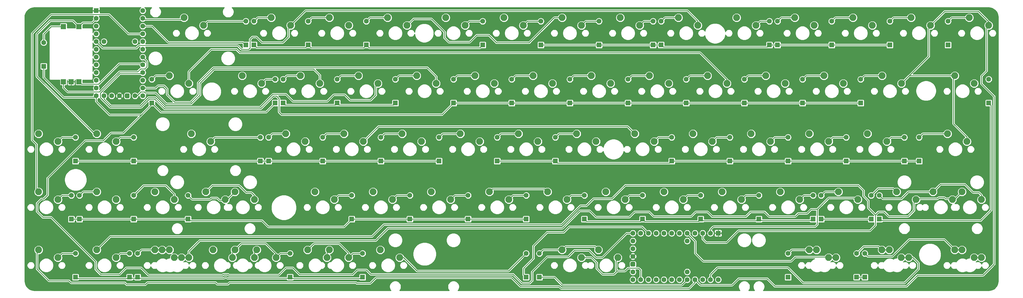
<source format=gbr>
%TF.GenerationSoftware,KiCad,Pcbnew,5.99.0+really5.1.10+dfsg1-1*%
%TF.CreationDate,2021-06-30T17:07:37-04:00*%
%TF.ProjectId,Pikatea Keyboard Teensy2,50696b61-7465-4612-904b-6579626f6172,rev?*%
%TF.SameCoordinates,Original*%
%TF.FileFunction,Copper,L1,Top*%
%TF.FilePolarity,Positive*%
%FSLAX46Y46*%
G04 Gerber Fmt 4.6, Leading zero omitted, Abs format (unit mm)*
G04 Created by KiCad (PCBNEW 5.99.0+really5.1.10+dfsg1-1) date 2021-06-30 17:07:37*
%MOMM*%
%LPD*%
G01*
G04 APERTURE LIST*
%TA.AperFunction,ComponentPad*%
%ADD10C,2.250000*%
%TD*%
%TA.AperFunction,ComponentPad*%
%ADD11C,1.600000*%
%TD*%
%TA.AperFunction,ComponentPad*%
%ADD12R,1.600000X1.600000*%
%TD*%
%TA.AperFunction,ComponentPad*%
%ADD13R,1.700000X1.700000*%
%TD*%
%TA.AperFunction,ViaPad*%
%ADD14C,0.800000*%
%TD*%
%TA.AperFunction,Conductor*%
%ADD15C,0.254000*%
%TD*%
%TA.AperFunction,Conductor*%
%ADD16C,0.100000*%
%TD*%
G04 APERTURE END LIST*
D10*
%TO.P,MX_RSHFT1,2*%
%TO.N,C3*%
X18891250Y-125870000D03*
%TO.P,MX_RSHFT1,1*%
%TO.N,Net-(D70-Pad2)*%
X25241250Y-128410000D03*
%TD*%
%TO.P,MX_0,1*%
%TO.N,C6*%
X84772500Y-71260000D03*
%TO.P,MX_0,2*%
%TO.N,Net-(D65-Pad2)*%
X78422500Y-68720000D03*
%TD*%
%TO.P,MX_RSHFT2,2*%
%TO.N,Net-(D70-Pad2)*%
X28416250Y-125870000D03*
%TO.P,MX_RSHFT2,1*%
%TO.N,C3*%
X34766250Y-128410000D03*
%TD*%
%TO.P,MX_ENTER1,2*%
%TO.N,C3*%
X14128750Y-106820000D03*
%TO.P,MX_ENTER1,1*%
%TO.N,Net-(D45-Pad2)*%
X20478750Y-109360000D03*
%TD*%
D11*
%TO.P,D70,2*%
%TO.N,Net-(D70-Pad2)*%
X13081000Y-127037000D03*
D12*
%TO.P,D70,1*%
%TO.N,R6*%
X13081000Y-134837000D03*
%TD*%
D11*
%TO.P,D69,2*%
%TO.N,Net-(D69-Pad2)*%
X-34226500Y-76872000D03*
D12*
%TO.P,D69,1*%
%TO.N,R2*%
X-34226500Y-84672000D03*
%TD*%
D11*
%TO.P,D68,2*%
%TO.N,Net-(D68-Pad2)*%
X32004000Y-69887000D03*
D12*
%TO.P,D68,1*%
%TO.N,R0*%
X32004000Y-77687000D03*
%TD*%
D11*
%TO.P,D67,2*%
%TO.N,Net-(D67-Pad2)*%
X34671000Y-69887000D03*
D12*
%TO.P,D67,1*%
%TO.N,R0*%
X34671000Y-77687000D03*
%TD*%
D11*
%TO.P,D66,2*%
%TO.N,Net-(D66-Pad2)*%
X52387500Y-69887000D03*
D12*
%TO.P,D66,1*%
%TO.N,R0*%
X52387500Y-77687000D03*
%TD*%
D11*
%TO.P,D65,2*%
%TO.N,Net-(D65-Pad2)*%
X71437500Y-69887000D03*
D12*
%TO.P,D65,1*%
%TO.N,R0*%
X71437500Y-77687000D03*
%TD*%
D11*
%TO.P,D64,2*%
%TO.N,Net-(D64-Pad2)*%
X109537500Y-69887000D03*
D12*
%TO.P,D64,1*%
%TO.N,R0*%
X109537500Y-77687000D03*
%TD*%
D11*
%TO.P,D63,2*%
%TO.N,Net-(D63-Pad2)*%
X128587500Y-69887000D03*
D12*
%TO.P,D63,1*%
%TO.N,R1*%
X128587500Y-77687000D03*
%TD*%
D11*
%TO.P,D62,2*%
%TO.N,Net-(D62-Pad2)*%
X147637500Y-69887000D03*
D12*
%TO.P,D62,1*%
%TO.N,R1*%
X147637500Y-77687000D03*
%TD*%
D11*
%TO.P,D61,2*%
%TO.N,Net-(D61-Pad2)*%
X165354000Y-69887000D03*
D12*
%TO.P,D61,1*%
%TO.N,R1*%
X165354000Y-77687000D03*
%TD*%
D11*
%TO.P,D60,2*%
%TO.N,Net-(D60-Pad2)*%
X168021000Y-69887000D03*
D12*
%TO.P,D60,1*%
%TO.N,R1*%
X168021000Y-77687000D03*
%TD*%
D11*
%TO.P,D59,2*%
%TO.N,Net-(D59-Pad2)*%
X203454000Y-69887000D03*
D12*
%TO.P,D59,1*%
%TO.N,R1*%
X203454000Y-77687000D03*
%TD*%
D11*
%TO.P,D58,2*%
%TO.N,Net-(D58-Pad2)*%
X206121000Y-69887000D03*
D12*
%TO.P,D58,1*%
%TO.N,R1*%
X206121000Y-77687000D03*
%TD*%
D11*
%TO.P,D57,2*%
%TO.N,Net-(D57-Pad2)*%
X223837500Y-69887000D03*
D12*
%TO.P,D57,1*%
%TO.N,R1*%
X223837500Y-77687000D03*
%TD*%
D11*
%TO.P,D56,2*%
%TO.N,Net-(D56-Pad2)*%
X242887500Y-69887000D03*
D12*
%TO.P,D56,1*%
%TO.N,R1*%
X242887500Y-77687000D03*
%TD*%
D11*
%TO.P,D54,2*%
%TO.N,Net-(D54-Pad2)*%
X-25146000Y-127037000D03*
D12*
%TO.P,D54,1*%
%TO.N,R6*%
X-25146000Y-134837000D03*
%TD*%
D11*
%TO.P,D53,2*%
%TO.N,Net-(D53-Pad2)*%
X-23812500Y-107987000D03*
D12*
%TO.P,D53,1*%
%TO.N,R4*%
X-23812500Y-115787000D03*
%TD*%
D11*
%TO.P,D52,2*%
%TO.N,Net-(D52-Pad2)*%
X-23812500Y-146087000D03*
D12*
%TO.P,D52,1*%
%TO.N,R8*%
X-23812500Y-153887000D03*
%TD*%
D11*
%TO.P,D51,2*%
%TO.N,Net-(D51-Pad2)*%
X-22479000Y-127037000D03*
D12*
%TO.P,D51,1*%
%TO.N,R6*%
X-22479000Y-134837000D03*
%TD*%
D11*
%TO.P,D50,2*%
%TO.N,Net-(D50-Pad2)*%
X-4762500Y-107987000D03*
D12*
%TO.P,D50,1*%
%TO.N,R4*%
X-4762500Y-115787000D03*
%TD*%
D11*
%TO.P,D49,2*%
%TO.N,Net-(D49-Pad2)*%
X-6096000Y-146087000D03*
D12*
%TO.P,D49,1*%
%TO.N,R8*%
X-6096000Y-153887000D03*
%TD*%
D11*
%TO.P,D48,2*%
%TO.N,Net-(D48-Pad2)*%
X-4762500Y-127037000D03*
D12*
%TO.P,D48,1*%
%TO.N,R6*%
X-4762500Y-134837000D03*
%TD*%
D11*
%TO.P,D47,2*%
%TO.N,Net-(D47-Pad2)*%
X1206500Y-88937000D03*
D12*
%TO.P,D47,1*%
%TO.N,R2*%
X1206500Y-96737000D03*
%TD*%
D11*
%TO.P,D46,2*%
%TO.N,Net-(D46-Pad2)*%
X-3429000Y-146087000D03*
D12*
%TO.P,D46,1*%
%TO.N,R8*%
X-3429000Y-153887000D03*
%TD*%
D11*
%TO.P,D45,2*%
%TO.N,Net-(D45-Pad2)*%
X36766500Y-107987000D03*
D12*
%TO.P,D45,1*%
%TO.N,R4*%
X36766500Y-115787000D03*
%TD*%
D11*
%TO.P,D44,2*%
%TO.N,Net-(D44-Pad2)*%
X41592500Y-88937000D03*
D12*
%TO.P,D44,1*%
%TO.N,R2*%
X41592500Y-96737000D03*
%TD*%
D11*
%TO.P,D43,2*%
%TO.N,Net-(D43-Pad2)*%
X46482000Y-146087000D03*
D12*
%TO.P,D43,1*%
%TO.N,R8*%
X46482000Y-153887000D03*
%TD*%
D11*
%TO.P,D42,2*%
%TO.N,Net-(D42-Pad2)*%
X39433500Y-107987000D03*
D12*
%TO.P,D42,1*%
%TO.N,R4*%
X39433500Y-115787000D03*
%TD*%
D11*
%TO.P,D41,2*%
%TO.N,Net-(D41-Pad2)*%
X44196000Y-88937000D03*
D12*
%TO.P,D41,1*%
%TO.N,R2*%
X44196000Y-96737000D03*
%TD*%
D11*
%TO.P,D40,2*%
%TO.N,Net-(D40-Pad2)*%
X70231000Y-146087000D03*
D12*
%TO.P,D40,1*%
%TO.N,R8*%
X70231000Y-153887000D03*
%TD*%
D11*
%TO.P,D39,2*%
%TO.N,Net-(D39-Pad2)*%
X66675000Y-127037000D03*
D12*
%TO.P,D39,1*%
%TO.N,R6*%
X66675000Y-134837000D03*
%TD*%
D11*
%TO.P,D38,2*%
%TO.N,Net-(D38-Pad2)*%
X57150000Y-107987000D03*
D12*
%TO.P,D38,1*%
%TO.N,R4*%
X57150000Y-115787000D03*
%TD*%
D11*
%TO.P,D37,2*%
%TO.N,Net-(D37-Pad2)*%
X61912500Y-88937000D03*
D12*
%TO.P,D37,1*%
%TO.N,R2*%
X61912500Y-96737000D03*
%TD*%
D11*
%TO.P,D36,2*%
%TO.N,Net-(D36-Pad2)*%
X123761500Y-146087000D03*
D12*
%TO.P,D36,1*%
%TO.N,R8*%
X123761500Y-153887000D03*
%TD*%
D11*
%TO.P,D35,2*%
%TO.N,Net-(D35-Pad2)*%
X85725000Y-127037000D03*
D12*
%TO.P,D35,1*%
%TO.N,R6*%
X85725000Y-134837000D03*
%TD*%
D11*
%TO.P,D34,2*%
%TO.N,Net-(D34-Pad2)*%
X76200000Y-107987000D03*
D12*
%TO.P,D34,1*%
%TO.N,R4*%
X76200000Y-115787000D03*
%TD*%
D11*
%TO.P,D33,2*%
%TO.N,Net-(D33-Pad2)*%
X80962500Y-88937000D03*
D12*
%TO.P,D33,1*%
%TO.N,R2*%
X80962500Y-96737000D03*
%TD*%
D11*
%TO.P,D32,2*%
%TO.N,Net-(D32-Pad2)*%
X104775000Y-127037000D03*
D12*
%TO.P,D32,1*%
%TO.N,R6*%
X104775000Y-134837000D03*
%TD*%
D11*
%TO.P,D31,2*%
%TO.N,Net-(D31-Pad2)*%
X95250000Y-107987000D03*
D12*
%TO.P,D31,1*%
%TO.N,R4*%
X95250000Y-115787000D03*
%TD*%
D11*
%TO.P,D30,2*%
%TO.N,Net-(D30-Pad2)*%
X100012500Y-88937000D03*
D12*
%TO.P,D30,1*%
%TO.N,R3*%
X100012500Y-96737000D03*
%TD*%
D11*
%TO.P,D29,2*%
%TO.N,Net-(D29-Pad2)*%
X123825000Y-127037000D03*
D12*
%TO.P,D29,1*%
%TO.N,R6*%
X123825000Y-134837000D03*
%TD*%
D11*
%TO.P,D28,2*%
%TO.N,Net-(D28-Pad2)*%
X114300000Y-107987000D03*
D12*
%TO.P,D28,1*%
%TO.N,R5*%
X114300000Y-115787000D03*
%TD*%
D11*
%TO.P,D27,2*%
%TO.N,Net-(D27-Pad2)*%
X119062500Y-88937000D03*
D12*
%TO.P,D27,1*%
%TO.N,R3*%
X119062500Y-96737000D03*
%TD*%
D11*
%TO.P,D26,2*%
%TO.N,Net-(D26-Pad2)*%
X142875000Y-127037000D03*
D12*
%TO.P,D26,1*%
%TO.N,R7*%
X142875000Y-134837000D03*
%TD*%
D11*
%TO.P,D25,2*%
%TO.N,Net-(D25-Pad2)*%
X133350000Y-107987000D03*
D12*
%TO.P,D25,1*%
%TO.N,R5*%
X133350000Y-115787000D03*
%TD*%
D11*
%TO.P,D24,2*%
%TO.N,Net-(D24-Pad2)*%
X128143000Y-146087000D03*
D12*
%TO.P,D24,1*%
%TO.N,R9*%
X128143000Y-153887000D03*
%TD*%
D11*
%TO.P,D23,2*%
%TO.N,Net-(D23-Pad2)*%
X138112500Y-88937000D03*
D12*
%TO.P,D23,1*%
%TO.N,R3*%
X138112500Y-96737000D03*
%TD*%
D11*
%TO.P,D22,2*%
%TO.N,Net-(D22-Pad2)*%
X161925000Y-127037000D03*
D12*
%TO.P,D22,1*%
%TO.N,R7*%
X161925000Y-134837000D03*
%TD*%
D11*
%TO.P,D21,2*%
%TO.N,Net-(D21-Pad2)*%
X171450000Y-107987000D03*
D12*
%TO.P,D21,1*%
%TO.N,R5*%
X171450000Y-115787000D03*
%TD*%
D11*
%TO.P,D20,2*%
%TO.N,Net-(D20-Pad2)*%
X157162500Y-88937000D03*
D12*
%TO.P,D20,1*%
%TO.N,R3*%
X157162500Y-96737000D03*
%TD*%
D11*
%TO.P,D19,2*%
%TO.N,Net-(D19-Pad2)*%
X180975000Y-127037000D03*
D12*
%TO.P,D19,1*%
%TO.N,R7*%
X180975000Y-134837000D03*
%TD*%
D11*
%TO.P,D18,2*%
%TO.N,Net-(D18-Pad2)*%
X190500000Y-107987000D03*
D12*
%TO.P,D18,1*%
%TO.N,R5*%
X190500000Y-115787000D03*
%TD*%
D11*
%TO.P,D17,2*%
%TO.N,Net-(D17-Pad2)*%
X176212500Y-88937000D03*
D12*
%TO.P,D17,1*%
%TO.N,R3*%
X176212500Y-96737000D03*
%TD*%
D11*
%TO.P,D16,2*%
%TO.N,Net-(D16-Pad2)*%
X200025000Y-127037000D03*
D12*
%TO.P,D16,1*%
%TO.N,R7*%
X200025000Y-134837000D03*
%TD*%
D11*
%TO.P,D15,2*%
%TO.N,Net-(D15-Pad2)*%
X209550000Y-107987000D03*
D12*
%TO.P,D15,1*%
%TO.N,R5*%
X209550000Y-115787000D03*
%TD*%
D11*
%TO.P,D14,2*%
%TO.N,Net-(D14-Pad2)*%
X195262500Y-88937000D03*
D12*
%TO.P,D14,1*%
%TO.N,R3*%
X195262500Y-96737000D03*
%TD*%
D11*
%TO.P,D13,2*%
%TO.N,Net-(D13-Pad2)*%
X217741500Y-127037000D03*
D12*
%TO.P,D13,1*%
%TO.N,R7*%
X217741500Y-134837000D03*
%TD*%
D11*
%TO.P,D12,2*%
%TO.N,Net-(D12-Pad2)*%
X228600000Y-107987000D03*
D12*
%TO.P,D12,1*%
%TO.N,R5*%
X228600000Y-115787000D03*
%TD*%
D11*
%TO.P,D11,2*%
%TO.N,Net-(D11-Pad2)*%
X214312500Y-88937000D03*
D12*
%TO.P,D11,1*%
%TO.N,R3*%
X214312500Y-96737000D03*
%TD*%
D11*
%TO.P,D10,2*%
%TO.N,Net-(D10-Pad2)*%
X220408500Y-127037000D03*
D12*
%TO.P,D10,1*%
%TO.N,R7*%
X220408500Y-134837000D03*
%TD*%
D11*
%TO.P,D9,2*%
%TO.N,Net-(D9-Pad2)*%
X209550000Y-146087000D03*
D12*
%TO.P,D9,1*%
%TO.N,R9*%
X209550000Y-153887000D03*
%TD*%
D11*
%TO.P,D8,2*%
%TO.N,Net-(D8-Pad2)*%
X247650000Y-107987000D03*
D12*
%TO.P,D8,1*%
%TO.N,R5*%
X247650000Y-115787000D03*
%TD*%
D11*
%TO.P,D7,2*%
%TO.N,Net-(D7-Pad2)*%
X233362500Y-88937000D03*
D12*
%TO.P,D7,1*%
%TO.N,R3*%
X233362500Y-96737000D03*
%TD*%
D11*
%TO.P,D6,2*%
%TO.N,Net-(D6-Pad2)*%
X236791500Y-127037000D03*
D12*
%TO.P,D6,1*%
%TO.N,R7*%
X236791500Y-134837000D03*
%TD*%
D11*
%TO.P,D5,2*%
%TO.N,Net-(D5-Pad2)*%
X232029000Y-146087000D03*
D12*
%TO.P,D5,1*%
%TO.N,R9*%
X232029000Y-153887000D03*
%TD*%
D11*
%TO.P,D4,2*%
%TO.N,Net-(D4-Pad2)*%
X239458500Y-127037000D03*
D12*
%TO.P,D4,1*%
%TO.N,R9*%
X239458500Y-134837000D03*
%TD*%
D11*
%TO.P,D3,2*%
%TO.N,Net-(D3-Pad2)*%
X252476000Y-107987000D03*
D12*
%TO.P,D3,1*%
%TO.N,R5*%
X252476000Y-115787000D03*
%TD*%
D11*
%TO.P,D2,2*%
%TO.N,Net-(D2-Pad2)*%
X275272500Y-88937000D03*
D12*
%TO.P,D2,1*%
%TO.N,R9*%
X275272500Y-96737000D03*
%TD*%
D11*
%TO.P,D1,2*%
%TO.N,Net-(D1-Pad2)*%
X234696000Y-146087000D03*
D12*
%TO.P,D1,1*%
%TO.N,R9*%
X234696000Y-153887000D03*
%TD*%
D11*
%TO.P,D55,2*%
%TO.N,Net-(D55-Pad2)*%
X261937500Y-69887000D03*
D12*
%TO.P,D55,1*%
%TO.N,R7*%
X261937500Y-77687000D03*
%TD*%
D10*
%TO.P,MX_LSHFT2,2*%
%TO.N,C1*%
X266522500Y-125870000D03*
%TO.P,MX_LSHFT2,1*%
%TO.N,Net-(D4-Pad2)*%
X272872500Y-128410000D03*
%TD*%
%TO.P,MX_LSHFT1,2*%
%TO.N,Net-(D4-Pad2)*%
X257016250Y-125870000D03*
%TO.P,MX_LSHFT1,1*%
%TO.N,C1*%
X263366250Y-128410000D03*
%TD*%
%TO.P,MX_LCTRL2,2*%
%TO.N,Net-(D1-Pad2)*%
X264141250Y-144920000D03*
%TO.P,MX_LCTRL2,1*%
%TO.N,C2*%
X270491250Y-147460000D03*
%TD*%
%TO.P,MX_LCTRL1,2*%
%TO.N,Net-(D1-Pad2)*%
X266522500Y-144920000D03*
%TO.P,MX_LCTRL1,1*%
%TO.N,C2*%
X272872500Y-147460000D03*
%TD*%
%TO.P,MX_LALT2,2*%
%TO.N,Net-(D9-Pad2)*%
X216516250Y-144920000D03*
%TO.P,MX_LALT2,1*%
%TO.N,C4*%
X222866250Y-147460000D03*
%TD*%
%TO.P,MX_LALT1,2*%
%TO.N,Net-(D9-Pad2)*%
X218897500Y-144920000D03*
%TO.P,MX_LALT1,1*%
%TO.N,C4*%
X225247500Y-147460000D03*
%TD*%
%TO.P,MX_SPACE2,2*%
%TO.N,Net-(D24-Pad2)*%
X135553750Y-144920000D03*
%TO.P,MX_SPACE2,1*%
%TO.N,C7*%
X141903750Y-147460000D03*
%TD*%
%TO.P,MX_SPACE1,2*%
%TO.N,Net-(D24-Pad2)*%
X147460000Y-144920000D03*
%TO.P,MX_SPACE1,1*%
%TO.N,C7*%
X153810000Y-147460000D03*
%TD*%
%TO.P,MX_BSPC1,2*%
%TO.N,C3*%
X11747500Y-68720000D03*
%TO.P,MX_BSPC1,1*%
%TO.N,Net-(D68-Pad2)*%
X18097500Y-71260000D03*
%TD*%
%TO.P,MX_BSLSH1,2*%
%TO.N,Net-(D47-Pad2)*%
X6985000Y-87770000D03*
%TO.P,MX_BSLSH1,1*%
%TO.N,C3*%
X13335000Y-90310000D03*
%TD*%
%TO.P,MX_TAB1,2*%
%TO.N,C0*%
X264160000Y-87770000D03*
%TO.P,MX_TAB1,1*%
%TO.N,Net-(D2-Pad2)*%
X270510000Y-90310000D03*
%TD*%
%TO.P,MX_CAPS1,2*%
%TO.N,Net-(D3-Pad2)*%
X261778750Y-106820000D03*
%TO.P,MX_CAPS1,1*%
%TO.N,C0*%
X268128750Y-109360000D03*
%TD*%
%TO.P,MX_RALT1,2*%
%TO.N,C5*%
X76022500Y-144920000D03*
%TO.P,MX_RALT1,1*%
%TO.N,Net-(D36-Pad2)*%
X82372500Y-147460000D03*
%TD*%
%TO.P,MX_RMENU2,2*%
%TO.N,C3*%
X35560000Y-144920000D03*
%TO.P,MX_RMENU2,1*%
%TO.N,Net-(D43-Pad2)*%
X41910000Y-147460000D03*
%TD*%
%TO.P,MX_RMENU1,2*%
%TO.N,Net-(D43-Pad2)*%
X28416250Y-144920000D03*
%TO.P,MX_RMENU1,1*%
%TO.N,C3*%
X34766250Y-147460000D03*
%TD*%
%TO.P,MX_RCTRL2,2*%
%TO.N,Net-(D46-Pad2)*%
X6981250Y-144920000D03*
%TO.P,MX_RCTRL2,1*%
%TO.N,C2*%
X13331250Y-147460000D03*
%TD*%
%TO.P,MX_RCTRL1,2*%
%TO.N,Net-(D46-Pad2)*%
X4600000Y-144920000D03*
%TO.P,MX_RCTRL1,1*%
%TO.N,C2*%
X10950000Y-147460000D03*
%TD*%
%TO.P,MX_RMENU3,2*%
%TO.N,C3*%
X21240000Y-144920000D03*
%TO.P,MX_RMENU3,1*%
%TO.N,Net-(D43-Pad2)*%
X27590000Y-147460000D03*
%TD*%
%TO.P,MX_Q1,2*%
%TO.N,Net-(D7-Pad2)*%
X240347500Y-87770000D03*
%TO.P,MX_Q1,1*%
%TO.N,C0*%
X246697500Y-90310000D03*
%TD*%
%TO.P,MX_LMENU2,2*%
%TO.N,Net-(D5-Pad2)*%
X240328750Y-144920000D03*
%TO.P,MX_LMENU2,1*%
%TO.N,C3*%
X246678750Y-147460000D03*
%TD*%
%TO.P,MX_LMENU1,2*%
%TO.N,Net-(D5-Pad2)*%
X242710000Y-144920000D03*
%TO.P,MX_LMENU1,1*%
%TO.N,C3*%
X249060000Y-147460000D03*
%TD*%
%TO.P,MX_EXTRA1,2*%
%TO.N,Net-(D6-Pad2)*%
X245110000Y-125870000D03*
%TO.P,MX_EXTRA1,1*%
%TO.N,C1*%
X251460000Y-128410000D03*
%TD*%
%TO.P,MX_A1,2*%
%TO.N,C1*%
X235585000Y-106820000D03*
%TO.P,MX_A1,1*%
%TO.N,Net-(D8-Pad2)*%
X241935000Y-109360000D03*
%TD*%
%TO.P,MX_RWIN2,2*%
%TO.N,C4*%
X59320000Y-144920000D03*
%TO.P,MX_RWIN2,1*%
%TO.N,Net-(D40-Pad2)*%
X65670000Y-147460000D03*
%TD*%
%TO.P,MX_RWIN1,2*%
%TO.N,Net-(D40-Pad2)*%
X52210000Y-144920000D03*
%TO.P,MX_RWIN1,1*%
%TO.N,C4*%
X58560000Y-147460000D03*
%TD*%
%TO.P,MX_Z1,2*%
%TO.N,Net-(D10-Pad2)*%
X226060000Y-125870000D03*
%TO.P,MX_Z1,1*%
%TO.N,C2*%
X232410000Y-128410000D03*
%TD*%
%TO.P,MX_Y1,2*%
%TO.N,Net-(D23-Pad2)*%
X145097500Y-87770000D03*
%TO.P,MX_Y1,1*%
%TO.N,C5*%
X151447500Y-90310000D03*
%TD*%
%TO.P,MX_X1,2*%
%TO.N,C3*%
X207010000Y-125870000D03*
%TO.P,MX_X1,1*%
%TO.N,Net-(D13-Pad2)*%
X213360000Y-128410000D03*
%TD*%
%TO.P,MX_W1,2*%
%TO.N,Net-(D11-Pad2)*%
X221297500Y-87770000D03*
%TO.P,MX_W1,1*%
%TO.N,C1*%
X227647500Y-90310000D03*
%TD*%
%TO.P,MX_V1,2*%
%TO.N,C5*%
X168910000Y-125870000D03*
%TO.P,MX_V1,1*%
%TO.N,Net-(D19-Pad2)*%
X175260000Y-128410000D03*
%TD*%
%TO.P,MX_UP2,2*%
%TO.N,C2*%
X2222500Y-125870000D03*
%TO.P,MX_UP2,1*%
%TO.N,Net-(D48-Pad2)*%
X8572500Y-128410000D03*
%TD*%
%TO.P,MX_UP1,2*%
%TO.N,Net-(D51-Pad2)*%
X-16827500Y-125870000D03*
%TO.P,MX_UP1,1*%
%TO.N,C1*%
X-10477500Y-128410000D03*
%TD*%
%TO.P,MX_U1,2*%
%TO.N,Net-(D27-Pad2)*%
X126047500Y-87770000D03*
%TO.P,MX_U1,1*%
%TO.N,C6*%
X132397500Y-90310000D03*
%TD*%
%TO.P,MX_T1,2*%
%TO.N,Net-(D20-Pad2)*%
X164147500Y-87770000D03*
%TO.P,MX_T1,1*%
%TO.N,C4*%
X170497500Y-90310000D03*
%TD*%
%TO.P,MX_SEMI1,2*%
%TO.N,Net-(D38-Pad2)*%
X64135000Y-106820000D03*
%TO.P,MX_SEMI1,1*%
%TO.N,C5*%
X70485000Y-109360000D03*
%TD*%
%TO.P,MX_S1,2*%
%TO.N,C2*%
X216535000Y-106820000D03*
%TO.P,MX_S1,1*%
%TO.N,Net-(D12-Pad2)*%
X222885000Y-109360000D03*
%TD*%
%TO.P,MX_RIGHT1,2*%
%TO.N,C0*%
X-35877500Y-144920000D03*
%TO.P,MX_RIGHT1,1*%
%TO.N,Net-(D52-Pad2)*%
X-29527500Y-147460000D03*
%TD*%
%TO.P,MX_RCTRL3,2*%
%TO.N,Net-(D46-Pad2)*%
X2218750Y-144920000D03*
%TO.P,MX_RCTRL3,1*%
%TO.N,C2*%
X8568750Y-147460000D03*
%TD*%
%TO.P,MX_R1,2*%
%TO.N,Net-(D17-Pad2)*%
X183197500Y-87770000D03*
%TO.P,MX_R1,1*%
%TO.N,C3*%
X189547500Y-90310000D03*
%TD*%
%TO.P,MX_QUOTE1,2*%
%TO.N,Net-(D42-Pad2)*%
X45085000Y-106820000D03*
%TO.P,MX_QUOTE1,1*%
%TO.N,C4*%
X51435000Y-109360000D03*
%TD*%
%TO.P,MX_PLUS1,2*%
%TO.N,Net-(D67-Pad2)*%
X40322500Y-68720000D03*
%TO.P,MX_PLUS1,1*%
%TO.N,C4*%
X46672500Y-71260000D03*
%TD*%
%TO.P,MX_P1,2*%
%TO.N,Net-(D37-Pad2)*%
X68897500Y-87770000D03*
%TO.P,MX_P1,1*%
%TO.N,C6*%
X75247500Y-90310000D03*
%TD*%
%TO.P,MX_OPBRK1,2*%
%TO.N,Net-(D41-Pad2)*%
X49847500Y-87770000D03*
%TO.P,MX_OPBRK1,1*%
%TO.N,C5*%
X56197500Y-90310000D03*
%TD*%
%TO.P,MX_O1,2*%
%TO.N,Net-(D33-Pad2)*%
X87947500Y-87770000D03*
%TO.P,MX_O1,1*%
%TO.N,C7*%
X94297500Y-90310000D03*
%TD*%
%TO.P,MX_N1,2*%
%TO.N,C7*%
X130810000Y-125870000D03*
%TO.P,MX_N1,1*%
%TO.N,Net-(D26-Pad2)*%
X137160000Y-128410000D03*
%TD*%
%TO.P,MX_MINUS1,2*%
%TO.N,Net-(D66-Pad2)*%
X59372500Y-68720000D03*
%TO.P,MX_MINUS1,1*%
%TO.N,C5*%
X65722500Y-71260000D03*
%TD*%
%TO.P,MX_MACRO3,2*%
%TO.N,C0*%
X-35877500Y-125870000D03*
%TO.P,MX_MACRO3,1*%
%TO.N,Net-(D54-Pad2)*%
X-29527500Y-128410000D03*
%TD*%
%TO.P,MX_MACRO2,2*%
%TO.N,C1*%
X-35877500Y-106820000D03*
%TO.P,MX_MACRO2,1*%
%TO.N,Net-(D53-Pad2)*%
X-29527500Y-109360000D03*
%TD*%
%TO.P,MX_MACRO1,2*%
%TO.N,C2*%
X-16827500Y-106820000D03*
%TO.P,MX_MACRO1,1*%
%TO.N,Net-(D50-Pad2)*%
X-10477500Y-109360000D03*
%TD*%
%TO.P,MX_M1,2*%
%TO.N,C7*%
X111760000Y-125870000D03*
%TO.P,MX_M1,1*%
%TO.N,Net-(D29-Pad2)*%
X118110000Y-128410000D03*
%TD*%
%TO.P,MX_L1,2*%
%TO.N,Net-(D34-Pad2)*%
X83185000Y-106820000D03*
%TO.P,MX_L1,1*%
%TO.N,C6*%
X89535000Y-109360000D03*
%TD*%
%TO.P,MX_K1,2*%
%TO.N,Net-(D31-Pad2)*%
X102235000Y-106820000D03*
%TO.P,MX_K1,1*%
%TO.N,C7*%
X108585000Y-109360000D03*
%TD*%
%TO.P,MX_J1,2*%
%TO.N,Net-(D28-Pad2)*%
X121285000Y-106820000D03*
%TO.P,MX_J1,1*%
%TO.N,C7*%
X127635000Y-109360000D03*
%TD*%
%TO.P,MX_I1,2*%
%TO.N,Net-(D30-Pad2)*%
X106997500Y-87770000D03*
%TO.P,MX_I1,1*%
%TO.N,C7*%
X113347500Y-90310000D03*
%TD*%
%TO.P,MX_H1,2*%
%TO.N,Net-(D25-Pad2)*%
X140335000Y-106820000D03*
%TO.P,MX_H1,1*%
%TO.N,C6*%
X146685000Y-109360000D03*
%TD*%
%TO.P,MX_G1,2*%
%TO.N,C5*%
X159385000Y-106820000D03*
%TO.P,MX_G1,1*%
%TO.N,Net-(D21-Pad2)*%
X165735000Y-109360000D03*
%TD*%
%TO.P,MX_FSLSH1,2*%
%TO.N,C4*%
X54610000Y-125870000D03*
%TO.P,MX_FSLSH1,1*%
%TO.N,Net-(D39-Pad2)*%
X60960000Y-128410000D03*
%TD*%
%TO.P,MX_F1,2*%
%TO.N,C4*%
X178435000Y-106820000D03*
%TO.P,MX_F1,1*%
%TO.N,Net-(D18-Pad2)*%
X184785000Y-109360000D03*
%TD*%
%TO.P,MX_E1,2*%
%TO.N,Net-(D14-Pad2)*%
X202247500Y-87770000D03*
%TO.P,MX_E1,1*%
%TO.N,C2*%
X208597500Y-90310000D03*
%TD*%
%TO.P,MX_DOWN1,2*%
%TO.N,C1*%
X-16827500Y-144920000D03*
%TO.P,MX_DOWN1,1*%
%TO.N,Net-(D49-Pad2)*%
X-10477500Y-147460000D03*
%TD*%
%TO.P,MX_D1,2*%
%TO.N,C3*%
X197485000Y-106820000D03*
%TO.P,MX_D1,1*%
%TO.N,Net-(D15-Pad2)*%
X203835000Y-109360000D03*
%TD*%
%TO.P,MX_CLBRK1,2*%
%TO.N,C4*%
X30797500Y-87770000D03*
%TO.P,MX_CLBRK1,1*%
%TO.N,Net-(D44-Pad2)*%
X37147500Y-90310000D03*
%TD*%
%TO.P,MX_C1,2*%
%TO.N,C4*%
X187960000Y-125870000D03*
%TO.P,MX_C1,1*%
%TO.N,Net-(D16-Pad2)*%
X194310000Y-128410000D03*
%TD*%
%TO.P,MX_B1,2*%
%TO.N,C6*%
X149860000Y-125870000D03*
%TO.P,MX_B1,1*%
%TO.N,Net-(D22-Pad2)*%
X156210000Y-128410000D03*
%TD*%
%TO.P,MX_>1,2*%
%TO.N,C5*%
X73660000Y-125870000D03*
%TO.P,MX_>1,1*%
%TO.N,Net-(D35-Pad2)*%
X80010000Y-128410000D03*
%TD*%
%TO.P,MX_<1,2*%
%TO.N,C6*%
X92710000Y-125870000D03*
%TO.P,MX_<1,1*%
%TO.N,Net-(D32-Pad2)*%
X99060000Y-128410000D03*
%TD*%
%TO.P,MX_9,2*%
%TO.N,C7*%
X97472500Y-68720000D03*
%TO.P,MX_9,1*%
%TO.N,Net-(D64-Pad2)*%
X103822500Y-71260000D03*
%TD*%
%TO.P,MX_8,2*%
%TO.N,C7*%
X116522500Y-68720000D03*
%TO.P,MX_8,1*%
%TO.N,Net-(D63-Pad2)*%
X122872500Y-71260000D03*
%TD*%
%TO.P,MX_7,2*%
%TO.N,C6*%
X135572500Y-68720000D03*
%TO.P,MX_7,1*%
%TO.N,Net-(D62-Pad2)*%
X141922500Y-71260000D03*
%TD*%
%TO.P,MX_6,2*%
%TO.N,C5*%
X154622500Y-68720000D03*
%TO.P,MX_6,1*%
%TO.N,Net-(D61-Pad2)*%
X160972500Y-71260000D03*
%TD*%
%TO.P,MX_5,2*%
%TO.N,Net-(D60-Pad2)*%
X173672500Y-68720000D03*
%TO.P,MX_5,1*%
%TO.N,C4*%
X180022500Y-71260000D03*
%TD*%
%TO.P,MX_4,2*%
%TO.N,C3*%
X192722500Y-68720000D03*
%TO.P,MX_4,1*%
%TO.N,Net-(D59-Pad2)*%
X199072500Y-71260000D03*
%TD*%
%TO.P,MX_3,2*%
%TO.N,Net-(D58-Pad2)*%
X211772500Y-68720000D03*
%TO.P,MX_3,1*%
%TO.N,C2*%
X218122500Y-71260000D03*
%TD*%
%TO.P,MX_2,2*%
%TO.N,Net-(D57-Pad2)*%
X230822500Y-68720000D03*
%TO.P,MX_2,1*%
%TO.N,C1*%
X237172500Y-71260000D03*
%TD*%
%TO.P,MX_1,2*%
%TO.N,Net-(D56-Pad2)*%
X249872500Y-68720000D03*
%TO.P,MX_1,1*%
%TO.N,C0*%
X256222500Y-71260000D03*
%TD*%
%TO.P,MX_ESC1,2*%
%TO.N,Net-(D55-Pad2)*%
X268922500Y-68720000D03*
%TO.P,MX_ESC1,1*%
%TO.N,C0*%
X275272500Y-71260000D03*
%TD*%
D11*
%TO.P,U1,31*%
%TO.N,Net-(U1-Pad31)*%
X-4318000Y-76581000D03*
%TO.P,U1,30*%
%TO.N,Net-(U1-Pad30)*%
X-14478000Y-76581000D03*
%TO.P,U1,29*%
%TO.N,Net-(U1-Pad29)*%
X-1778000Y-66421000D03*
%TO.P,U1,28*%
%TO.N,C3*%
X-1778000Y-68961000D03*
%TO.P,U1,27*%
%TO.N,R0*%
X-1778000Y-71501000D03*
%TO.P,U1,26*%
%TO.N,C0*%
X-1778000Y-74041000D03*
%TO.P,U1,25*%
%TO.N,R9*%
X-1778000Y-76581000D03*
%TO.P,U1,24*%
%TO.N,Net-(U1-Pad24)*%
X-1778000Y-79121000D03*
%TO.P,U1,23*%
%TO.N,B*%
X-1778000Y-81661000D03*
%TO.P,U1,22*%
%TO.N,A*%
X-1778000Y-84201000D03*
%TO.P,U1,21*%
%TO.N,R3*%
X-1778000Y-86741000D03*
%TO.P,U1,20*%
%TO.N,R4*%
X-1778000Y-89281000D03*
%TO.P,U1,19*%
%TO.N,C7*%
X-1778000Y-91821000D03*
%TO.P,U1,18*%
%TO.N,R6*%
X-1778000Y-94361000D03*
%TO.P,U1,17*%
%TO.N,C5*%
X-4318000Y-94361000D03*
%TO.P,U1,16*%
%TO.N,Net-(U1-Pad16)*%
%TA.AperFunction,ComponentPad*%
G36*
G01*
X-7258000Y-93561000D02*
X-6458000Y-93561000D01*
G75*
G02*
X-6058000Y-93961000I0J-400000D01*
G01*
X-6058000Y-94761000D01*
G75*
G02*
X-6458000Y-95161000I-400000J0D01*
G01*
X-7258000Y-95161000D01*
G75*
G02*
X-7658000Y-94761000I0J400000D01*
G01*
X-7658000Y-93961000D01*
G75*
G02*
X-7258000Y-93561000I400000J0D01*
G01*
G37*
%TD.AperFunction*%
%TO.P,U1,14*%
%TO.N,Net-(U1-Pad14)*%
X-11938000Y-94361000D03*
%TO.P,U1,13*%
%TO.N,C6*%
X-14478000Y-94361000D03*
%TO.P,U1,12*%
%TO.N,R2*%
X-17018000Y-94361000D03*
%TO.P,U1,11*%
%TO.N,R5*%
X-17018000Y-91821000D03*
%TO.P,U1,10*%
%TO.N,R8*%
X-17018000Y-89281000D03*
%TO.P,U1,9*%
%TO.N,Net-(U1-Pad9)*%
X-17018000Y-86741000D03*
%TO.P,U1,8*%
%TO.N,Net-(U1-Pad8)*%
X-17018000Y-84201000D03*
%TO.P,U1,7*%
%TO.N,Net-(U1-Pad7)*%
X-17018000Y-81661000D03*
%TO.P,U1,6*%
%TO.N,R7*%
X-17018000Y-79121000D03*
%TO.P,U1,5*%
%TO.N,C4*%
X-17018000Y-76581000D03*
%TO.P,U1,4*%
%TO.N,R1*%
X-17018000Y-74041000D03*
%TO.P,U1,3*%
%TO.N,C1*%
X-17018000Y-71501000D03*
%TO.P,U1,2*%
%TO.N,C2*%
X-17018000Y-68961000D03*
D12*
%TO.P,U1,1*%
%TO.N,GND*%
X-17018000Y-66421000D03*
D11*
%TO.P,U1,15*%
X-9398000Y-94361000D03*
%TD*%
%TO.P,U2,31*%
%TO.N,Net-(U1-Pad31)*%
X176530000Y-152146000D03*
%TO.P,U2,30*%
%TO.N,Net-(U1-Pad30)*%
X176530000Y-141986000D03*
%TO.P,U2,29*%
%TO.N,Net-(U1-Pad29)*%
X186690000Y-154686000D03*
%TO.P,U2,28*%
%TO.N,C3*%
X184150000Y-154686000D03*
%TO.P,U2,27*%
%TO.N,R0*%
X181610000Y-154686000D03*
%TO.P,U2,26*%
%TO.N,C0*%
X179070000Y-154686000D03*
%TO.P,U2,25*%
%TO.N,R9*%
X176530000Y-154686000D03*
%TO.P,U2,24*%
%TO.N,Net-(U1-Pad24)*%
X173990000Y-154686000D03*
%TO.P,U2,23*%
%TO.N,B*%
X171450000Y-154686000D03*
%TO.P,U2,22*%
%TO.N,A*%
X168910000Y-154686000D03*
%TO.P,U2,21*%
%TO.N,R3*%
X166370000Y-154686000D03*
%TO.P,U2,20*%
%TO.N,R4*%
X163830000Y-154686000D03*
%TO.P,U2,19*%
%TO.N,C7*%
X161290000Y-154686000D03*
%TO.P,U2,18*%
%TO.N,R6*%
X158750000Y-154686000D03*
%TO.P,U2,17*%
%TO.N,C5*%
X158750000Y-152146000D03*
%TO.P,U2,16*%
%TO.N,Net-(U1-Pad16)*%
%TA.AperFunction,ComponentPad*%
G36*
G01*
X159550000Y-149206000D02*
X159550000Y-150006000D01*
G75*
G02*
X159150000Y-150406000I-400000J0D01*
G01*
X158350000Y-150406000D01*
G75*
G02*
X157950000Y-150006000I0J400000D01*
G01*
X157950000Y-149206000D01*
G75*
G02*
X158350000Y-148806000I400000J0D01*
G01*
X159150000Y-148806000D01*
G75*
G02*
X159550000Y-149206000I0J-400000D01*
G01*
G37*
%TD.AperFunction*%
%TO.P,U2,14*%
%TO.N,Net-(U1-Pad14)*%
X158750000Y-144526000D03*
%TO.P,U2,13*%
%TO.N,C6*%
X158750000Y-141986000D03*
%TO.P,U2,12*%
%TO.N,R2*%
X158750000Y-139446000D03*
%TO.P,U2,11*%
%TO.N,R5*%
X161290000Y-139446000D03*
%TO.P,U2,10*%
%TO.N,R8*%
X163830000Y-139446000D03*
%TO.P,U2,9*%
%TO.N,Net-(U1-Pad9)*%
X166370000Y-139446000D03*
%TO.P,U2,8*%
%TO.N,Net-(U1-Pad8)*%
X168910000Y-139446000D03*
%TO.P,U2,7*%
%TO.N,Net-(U1-Pad7)*%
X171450000Y-139446000D03*
%TO.P,U2,6*%
%TO.N,R7*%
X173990000Y-139446000D03*
%TO.P,U2,5*%
%TO.N,C4*%
X176530000Y-139446000D03*
%TO.P,U2,4*%
%TO.N,R1*%
X179070000Y-139446000D03*
%TO.P,U2,3*%
%TO.N,C1*%
X181610000Y-139446000D03*
%TO.P,U2,2*%
%TO.N,C2*%
X184150000Y-139446000D03*
D12*
%TO.P,U2,1*%
%TO.N,GND*%
X186690000Y-139446000D03*
D11*
%TO.P,U2,15*%
X158750000Y-147066000D03*
%TD*%
D13*
%TO.P,SW2,S1*%
%TO.N,Net-(D69-Pad2)*%
X-27754580Y-71635640D03*
%TO.P,SW2,S2*%
%TO.N,C2*%
X-22674580Y-71635640D03*
%TO.P,SW2,C*%
%TO.N,GND*%
X-25214580Y-89735640D03*
%TO.P,SW2,B*%
%TO.N,B*%
X-27754580Y-89735640D03*
%TO.P,SW2,A*%
%TO.N,A*%
X-22674580Y-89735640D03*
%TD*%
D14*
%TO.N,GND*%
X182880000Y-141097000D03*
X185420000Y-141097000D03*
X-25146000Y-128524000D03*
X-25146000Y-133350000D03*
X-23812500Y-109474000D03*
X-23812500Y-114300000D03*
X32004000Y-76200000D03*
X32004000Y-71374000D03*
X34671000Y-76200000D03*
X34671000Y-71374000D03*
X52387500Y-76200000D03*
X52387500Y-71374000D03*
X71437500Y-76200000D03*
X71437500Y-71374000D03*
X109537500Y-76200000D03*
X109537500Y-71374000D03*
X128587500Y-76200000D03*
X128587500Y-71374000D03*
X147637500Y-76200000D03*
X147637500Y-71374000D03*
X165354000Y-76200000D03*
X165354000Y-71374000D03*
X168021000Y-76200000D03*
X168021000Y-71374000D03*
X206121000Y-76200000D03*
X206121000Y-71374000D03*
X203454000Y-76200000D03*
X203454000Y-71374000D03*
X242887500Y-76200000D03*
X242887500Y-71374000D03*
X261937500Y-76200000D03*
X261937500Y-71374000D03*
X275272500Y-95250000D03*
X275272500Y-90424000D03*
X233362500Y-95250000D03*
X233362500Y-90424000D03*
X214312500Y-95250000D03*
X214312500Y-90424000D03*
X195262500Y-95250000D03*
X195262500Y-90424000D03*
X176212500Y-95250000D03*
X176212500Y-90424000D03*
X157162500Y-95250000D03*
X157162500Y-90424000D03*
X138112500Y-95250000D03*
X138112500Y-90424000D03*
X119062500Y-95250000D03*
X119062500Y-90424000D03*
X100012500Y-95250000D03*
X100012500Y-90424000D03*
X80962500Y-95250000D03*
X61912500Y-95250000D03*
X61912500Y-90424000D03*
X44196000Y-95250000D03*
X44196000Y-90424000D03*
X41592500Y-95250000D03*
X41592500Y-90424000D03*
X1206500Y-98425000D03*
X1206500Y-90424000D03*
X-4762500Y-114300000D03*
X-4762500Y-109474000D03*
X-34226500Y-83185000D03*
X-34226500Y-78359000D03*
X39433500Y-114300000D03*
X39433500Y-109474000D03*
X36766500Y-114300000D03*
X36766500Y-109474000D03*
X57150000Y-114300000D03*
X57150000Y-109474000D03*
X76200000Y-114300000D03*
X76200000Y-109474000D03*
X95250000Y-114300000D03*
X95250000Y-109474000D03*
X114300000Y-114300000D03*
X114300000Y-109474000D03*
X133350000Y-114300000D03*
X133350000Y-109474000D03*
X171450000Y-114300000D03*
X171450000Y-109474000D03*
X190500000Y-114300000D03*
X190500000Y-109474000D03*
X209550000Y-114300000D03*
X209550000Y-109474000D03*
X228600000Y-114300000D03*
X228600000Y-109474000D03*
X247650000Y-114300000D03*
X247650000Y-109474000D03*
X252476000Y-114300000D03*
X252476000Y-109474000D03*
X239458500Y-133350000D03*
X239458500Y-128524000D03*
X236791500Y-133350000D03*
X220408500Y-133350000D03*
X220408500Y-128524000D03*
X217741500Y-133350000D03*
X217741500Y-128524000D03*
X200025000Y-133350000D03*
X200025000Y-128524000D03*
X180975000Y-133350000D03*
X180975000Y-128524000D03*
X161925000Y-133350000D03*
X161925000Y-128524000D03*
X142875000Y-133350000D03*
X142875000Y-128524000D03*
X123825000Y-133350000D03*
X123825000Y-128524000D03*
X104775000Y-133350000D03*
X104775000Y-128524000D03*
X85725000Y-133350000D03*
X85725000Y-128524000D03*
X66675000Y-133350000D03*
X66675000Y-128524000D03*
X13081000Y-133350000D03*
X13081000Y-128524000D03*
X-4762500Y-133350000D03*
X-4762500Y-128524000D03*
X-23812500Y-152400000D03*
X-23812500Y-147574000D03*
X-6096000Y-152400000D03*
X-6096000Y-147574000D03*
X-3429000Y-152400000D03*
X-3429000Y-147574000D03*
X46482000Y-152400000D03*
X46482000Y-147574000D03*
X70231000Y-152400000D03*
X70231000Y-147574000D03*
X123761500Y-152400000D03*
X123761500Y-147574000D03*
X128143000Y-152400000D03*
X128143000Y-147574000D03*
X209550000Y-152400000D03*
X232029000Y-152400000D03*
X232029000Y-147574000D03*
X234696000Y-152400000D03*
X234696000Y-147574000D03*
X223837500Y-71374000D03*
X223837500Y-76200000D03*
X209550000Y-147574000D03*
X236791500Y-128524000D03*
X80962500Y-90424000D03*
X12903200Y-70154800D03*
X16668750Y-70104000D03*
X41503600Y-70154800D03*
X45243750Y-70104000D03*
X60502800Y-70154800D03*
X64293750Y-70104000D03*
X79603600Y-70154800D03*
X83343750Y-70104000D03*
X98653600Y-70154800D03*
X102393750Y-70104000D03*
X117652800Y-70154800D03*
X121443750Y-70104000D03*
X136753600Y-70154800D03*
X140493750Y-70104000D03*
X155752800Y-70154800D03*
X159543750Y-70104000D03*
X174802800Y-70154800D03*
X178593750Y-70104000D03*
X193903600Y-70154800D03*
X197643750Y-70104000D03*
X212953600Y-70154800D03*
X216693750Y-70104000D03*
X232003600Y-70154800D03*
X235743750Y-70104000D03*
X251053600Y-70154800D03*
X254793750Y-70104000D03*
X270103600Y-70154800D03*
X273843750Y-70104000D03*
X265328400Y-89204800D03*
X269081250Y-89154000D03*
X241503200Y-89204800D03*
X245268750Y-89154000D03*
X222453200Y-89204800D03*
X226218750Y-89154000D03*
X203403200Y-89204800D03*
X207168750Y-89154000D03*
X184353200Y-89204800D03*
X188118750Y-89154000D03*
X165303200Y-89204800D03*
X169068750Y-89154000D03*
X146253200Y-89204800D03*
X150018750Y-89154000D03*
X127203200Y-89204800D03*
X130968750Y-89154000D03*
X89103200Y-89204800D03*
X92868750Y-89154000D03*
X70053200Y-89204800D03*
X73818750Y-89154000D03*
X51003200Y-89204800D03*
X54768750Y-89154000D03*
X31953200Y-89204800D03*
X35718750Y-89154000D03*
X8128000Y-89204800D03*
X-15646400Y-108254800D03*
X-11906250Y-108204000D03*
X-34696400Y-108254800D03*
X-30956250Y-108204000D03*
X-34696400Y-127304800D03*
X-30956250Y-127254000D03*
X-15646400Y-127304800D03*
X-11906250Y-127254000D03*
X-15646400Y-146354800D03*
X-11906250Y-146304000D03*
X-34747200Y-146354800D03*
X-30956250Y-146304000D03*
X22402800Y-146354800D03*
X26161250Y-146304000D03*
X29565600Y-146354800D03*
X33337500Y-146304000D03*
X36728400Y-146354800D03*
X40481250Y-146304000D03*
X53340000Y-146354800D03*
X57131250Y-146304000D03*
X60452000Y-146354800D03*
X64241250Y-146304000D03*
X80943750Y-146304000D03*
X136702800Y-146354800D03*
X140475000Y-146304000D03*
X148640800Y-146354800D03*
X152381250Y-146304000D03*
X217728800Y-146354800D03*
X221437500Y-146304000D03*
X241554000Y-143510000D03*
X247878600Y-146075400D03*
X265328400Y-146354800D03*
X269062500Y-146304000D03*
X267665200Y-127304800D03*
X271443750Y-127254000D03*
X258165600Y-127304800D03*
X261937500Y-127254000D03*
X246278400Y-127304800D03*
X250031250Y-127254000D03*
X208178400Y-127304800D03*
X211931250Y-127254000D03*
X189128400Y-127304800D03*
X192881250Y-127254000D03*
X170078400Y-127304800D03*
X173831250Y-127254000D03*
X151028400Y-127304800D03*
X154781250Y-127254000D03*
X131978400Y-127304800D03*
X135731250Y-127254000D03*
X116681250Y-127254000D03*
X93878400Y-127304800D03*
X97631250Y-127254000D03*
X74828400Y-127304800D03*
X78581250Y-127254000D03*
X55778400Y-127304800D03*
X59531250Y-127254000D03*
X29565600Y-127304800D03*
X33337500Y-127254000D03*
X20066000Y-127304800D03*
X23812500Y-127254000D03*
X7143750Y-127254000D03*
X236728000Y-108254800D03*
X240506250Y-108204000D03*
X217678000Y-108254800D03*
X221456250Y-108204000D03*
X198628000Y-108254800D03*
X202406250Y-108204000D03*
X179578000Y-108254800D03*
X183356250Y-108204000D03*
X160528000Y-108254800D03*
X164306250Y-108204000D03*
X141478000Y-108254800D03*
X145256250Y-108204000D03*
X122428000Y-108254800D03*
X126206250Y-108204000D03*
X84328000Y-108254800D03*
X88106250Y-108204000D03*
X65278000Y-108254800D03*
X69056250Y-108204000D03*
X46228000Y-108254800D03*
X50006250Y-108204000D03*
X262940800Y-108254800D03*
X266700000Y-108204000D03*
X3403600Y-146354800D03*
X9779000Y-145986500D03*
X103378000Y-108254800D03*
X107156250Y-108204000D03*
X11906250Y-89154000D03*
X108153200Y-89204800D03*
X111918750Y-89154000D03*
X15290800Y-108254800D03*
X19050000Y-108204000D03*
X112928400Y-127304800D03*
X-22479000Y-128524000D03*
X-22479000Y-133350000D03*
X-8128000Y-92900500D03*
X-10668000Y-92900500D03*
X-25196800Y-91389200D03*
X-29514800Y-89560400D03*
X-1651000Y-155130500D03*
X-3416300Y-80416400D03*
X-3416300Y-82956400D03*
X-3416300Y-90525600D03*
X-5588000Y-92900500D03*
X-3416300Y-88036400D03*
X-3416300Y-67716400D03*
X-3416300Y-75285600D03*
X-3416300Y-92900500D03*
X-15367000Y-70231000D03*
X-15367000Y-72771000D03*
X-15367000Y-75311000D03*
X-15367000Y-82931000D03*
X-15367000Y-85471000D03*
X8509000Y-67056000D03*
X15214600Y-67513200D03*
X160401000Y-148336000D03*
X134874000Y-152527000D03*
X-6159500Y-141351000D03*
X165100000Y-153035000D03*
X170180000Y-153035000D03*
X172720000Y-153035000D03*
X162560000Y-153035000D03*
X160401000Y-143256000D03*
X167640000Y-141097000D03*
X175260000Y-153035000D03*
X185420000Y-153035000D03*
X172720000Y-141097000D03*
X175260000Y-141097000D03*
X162560000Y-141097000D03*
X160274000Y-140970000D03*
X180340000Y-141097000D03*
X157099000Y-143256000D03*
X162750500Y-136715500D03*
X-25146000Y-71628000D03*
X28511500Y-87185500D03*
X239458500Y-136334500D03*
X236791500Y-136334500D03*
X139700000Y-135318500D03*
X36880800Y-67246500D03*
X180340000Y-153035000D03*
X167640000Y-153035000D03*
X9753600Y-95605600D03*
X-406400Y-97586800D03*
X217741500Y-136334500D03*
X220408500Y-136334500D03*
X130810000Y-155549600D03*
X11747500Y-145161000D03*
X15303500Y-148336000D03*
X233362500Y-126492000D03*
X271653000Y-145732500D03*
X10096500Y-70421500D03*
X249364500Y-151828500D03*
X236220000Y-153924000D03*
X230441500Y-154749500D03*
X216471500Y-148209000D03*
X3175000Y-97599500D03*
X57912000Y-91122500D03*
X42862500Y-92837000D03*
X77470000Y-90868500D03*
X96202500Y-90995500D03*
X128714500Y-126936500D03*
X30480000Y-77724000D03*
X-127000Y-68199000D03*
X34417000Y-67183000D03*
X124587000Y-68961000D03*
X124587000Y-67246500D03*
X165354000Y-79184500D03*
X177800000Y-137604500D03*
X41592500Y-98234500D03*
X44196000Y-98234500D03*
X167640000Y-137604500D03*
X157162500Y-98234500D03*
X-4762500Y-117284500D03*
X132651500Y-155067000D03*
X23177500Y-155321000D03*
X126644400Y-154838400D03*
X171437300Y-117259100D03*
X13068300Y-136309100D03*
X9956800Y-68211700D03*
X13512800Y-68186300D03*
X38722300Y-67805300D03*
X234632500Y-133350000D03*
X76212700Y-151765000D03*
X84061300Y-146240500D03*
X231902000Y-130568700D03*
X-17678400Y-143192500D03*
X25412700Y-154914600D03*
X34671000Y-79248000D03*
X179057300Y-151003000D03*
X-19050000Y-68961000D03*
X-22809200Y-69888100D03*
X-4572000Y-99758500D03*
X-2857500Y-102489000D03*
X-4572000Y-101549200D03*
X177800000Y-155638500D03*
X249555000Y-88582500D03*
X251206000Y-86931500D03*
X253619000Y-129540000D03*
X238125000Y-132143500D03*
X227584000Y-127000000D03*
X231140000Y-126936500D03*
X14478000Y-88900000D03*
X191389000Y-90233500D03*
X48260000Y-72199500D03*
X-152400Y-92621100D03*
X-228600Y-94195900D03*
X57200800Y-86258400D03*
X71424800Y-107086400D03*
X72351900Y-108813600D03*
X15240000Y-97129600D03*
X168021000Y-79184500D03*
X175260000Y-137604500D03*
X172720000Y-137604500D03*
X218313000Y-130746500D03*
X-15367000Y-80391000D03*
X-15367000Y-88074500D03*
X-13144500Y-92900500D03*
X-6032500Y-75120500D03*
X-8572500Y-73660000D03*
X-10350500Y-71628000D03*
X-9017000Y-68961000D03*
X-3556000Y-71437500D03*
X-6413500Y-71628000D03*
X-15392400Y-91084400D03*
X154381200Y-154838400D03*
X156108400Y-153720800D03*
X157226000Y-152400000D03*
X184607200Y-151079200D03*
X182880000Y-152196800D03*
X180340000Y-143560800D03*
X185420000Y-143560800D03*
X172720000Y-143052800D03*
X161848800Y-150926800D03*
X-3403600Y-84937600D03*
X-101600Y-78790800D03*
X-11633200Y-77673200D03*
X-10464800Y-79756000D03*
X-18592800Y-93980000D03*
X-19558000Y-91541600D03*
X-18034000Y-95910400D03*
X-15951200Y-95859600D03*
X3352800Y-71831200D03*
X2082800Y-73761600D03*
X3403600Y-127304800D03*
X-3022600Y-95237300D03*
X-22326600Y-91528900D03*
X-20942300Y-89623900D03*
X7264400Y-96177100D03*
X76898500Y-143205200D03*
X75158600Y-146697700D03*
X176149000Y-156464000D03*
X179514500Y-156298900D03*
X160502600Y-151917400D03*
%TD*%
D15*
%TO.N,Net-(D32-Pad2)*%
X100433000Y-127037000D02*
X99060000Y-128410000D01*
X104775000Y-127037000D02*
X100433000Y-127037000D01*
%TO.N,Net-(D35-Pad2)*%
X81383000Y-127037000D02*
X80010000Y-128410000D01*
X85725000Y-127037000D02*
X81383000Y-127037000D01*
%TO.N,Net-(D8-Pad2)*%
X243308000Y-107987000D02*
X241935000Y-109360000D01*
X247650000Y-107987000D02*
X243308000Y-107987000D01*
%TO.N,Net-(D22-Pad2)*%
X157583000Y-127037000D02*
X156210000Y-128410000D01*
X161925000Y-127037000D02*
X157583000Y-127037000D01*
%TO.N,Net-(D47-Pad2)*%
X2373500Y-87770000D02*
X1206500Y-88937000D01*
X6985000Y-87770000D02*
X2373500Y-87770000D01*
%TO.N,Net-(D16-Pad2)*%
X195683000Y-127037000D02*
X194310000Y-128410000D01*
X200025000Y-127037000D02*
X195683000Y-127037000D01*
%TO.N,Net-(D3-Pad2)*%
X253643000Y-106820000D02*
X252476000Y-107987000D01*
X261778750Y-106820000D02*
X253643000Y-106820000D01*
%TO.N,Net-(D44-Pad2)*%
X38520500Y-88937000D02*
X37147500Y-90310000D01*
X41592500Y-88937000D02*
X38520500Y-88937000D01*
%TO.N,Net-(D15-Pad2)*%
X205208000Y-107987000D02*
X203835000Y-109360000D01*
X209550000Y-107987000D02*
X205208000Y-107987000D01*
%TO.N,Net-(D49-Pad2)*%
X-9104500Y-146087000D02*
X-10477500Y-147460000D01*
X-6096000Y-146087000D02*
X-9104500Y-146087000D01*
%TO.N,Net-(D14-Pad2)*%
X196429500Y-87770000D02*
X195262500Y-88937000D01*
X202247500Y-87770000D02*
X196429500Y-87770000D01*
%TO.N,Net-(D45-Pad2)*%
X21851750Y-107987000D02*
X20478750Y-109360000D01*
X36766500Y-107987000D02*
X21851750Y-107987000D01*
%TO.N,Net-(D6-Pad2)*%
X239083499Y-124745001D02*
X236791500Y-127037000D01*
X243985001Y-124745001D02*
X239083499Y-124745001D01*
X245110000Y-125870000D02*
X243985001Y-124745001D01*
%TO.N,Net-(D18-Pad2)*%
X186158000Y-107987000D02*
X184785000Y-109360000D01*
X190500000Y-107987000D02*
X186158000Y-107987000D01*
%TO.N,Net-(D39-Pad2)*%
X62333000Y-127037000D02*
X60960000Y-128410000D01*
X66675000Y-127037000D02*
X62333000Y-127037000D01*
%TO.N,Net-(D21-Pad2)*%
X167108000Y-107987000D02*
X165735000Y-109360000D01*
X171450000Y-107987000D02*
X167108000Y-107987000D01*
%TO.N,Net-(D25-Pad2)*%
X134517000Y-106820000D02*
X133350000Y-107987000D01*
X140335000Y-106820000D02*
X134517000Y-106820000D01*
%TO.N,Net-(D30-Pad2)*%
X101179500Y-87770000D02*
X100012500Y-88937000D01*
X106997500Y-87770000D02*
X101179500Y-87770000D01*
%TO.N,Net-(D28-Pad2)*%
X115467000Y-106820000D02*
X114300000Y-107987000D01*
X121285000Y-106820000D02*
X115467000Y-106820000D01*
%TO.N,Net-(D31-Pad2)*%
X96417000Y-106820000D02*
X95250000Y-107987000D01*
X102235000Y-106820000D02*
X96417000Y-106820000D01*
%TO.N,Net-(D34-Pad2)*%
X77367000Y-106820000D02*
X76200000Y-107987000D01*
X83185000Y-106820000D02*
X77367000Y-106820000D01*
%TO.N,Net-(D9-Pad2)*%
X218897500Y-144920000D02*
X216516250Y-144920000D01*
X210717000Y-144920000D02*
X209550000Y-146087000D01*
X216516250Y-144920000D02*
X210717000Y-144920000D01*
%TO.N,Net-(D1-Pad2)*%
X266522500Y-144920000D02*
X264141250Y-144920000D01*
X235611500Y-147002500D02*
X234696000Y-146087000D01*
X249237500Y-141528800D02*
X243763800Y-147002500D01*
X260750050Y-141528800D02*
X249237500Y-141528800D01*
X243763800Y-147002500D02*
X235611500Y-147002500D01*
X264141250Y-144920000D02*
X260750050Y-141528800D01*
%TO.N,Net-(D46-Pad2)*%
X6981250Y-144920000D02*
X4600000Y-144920000D01*
X4600000Y-144920000D02*
X2218750Y-144920000D01*
X-2262000Y-144920000D02*
X-3429000Y-146087000D01*
X2218750Y-144920000D02*
X-2262000Y-144920000D01*
%TO.N,Net-(D5-Pad2)*%
X242710000Y-144920000D02*
X240328750Y-144920000D01*
X239203751Y-143795001D02*
X234320999Y-143795001D01*
X234320999Y-143795001D02*
X232029000Y-146087000D01*
X240328750Y-144920000D02*
X239203751Y-143795001D01*
%TO.N,Net-(D4-Pad2)*%
X259505750Y-123380500D02*
X257016250Y-125870000D01*
X267462000Y-123380500D02*
X259505750Y-123380500D01*
X270129000Y-126047500D02*
X267462000Y-123380500D01*
X272034000Y-126047500D02*
X270129000Y-126047500D01*
X272872500Y-126886000D02*
X272034000Y-126047500D01*
X272872500Y-128410000D02*
X272872500Y-126886000D01*
X240539100Y-128117600D02*
X239458500Y-127037000D01*
X246659400Y-128117600D02*
X240539100Y-128117600D01*
X248907000Y-125870000D02*
X246659400Y-128117600D01*
X257016250Y-125870000D02*
X248907000Y-125870000D01*
%TO.N,Net-(D29-Pad2)*%
X119483000Y-127037000D02*
X118110000Y-128410000D01*
X123825000Y-127037000D02*
X119483000Y-127037000D01*
%TO.N,Net-(D50-Pad2)*%
X-9104500Y-107987000D02*
X-10477500Y-109360000D01*
X-4762500Y-107987000D02*
X-9104500Y-107987000D01*
%TO.N,Net-(D53-Pad2)*%
X-28154500Y-107987000D02*
X-29527500Y-109360000D01*
X-23812500Y-107987000D02*
X-28154500Y-107987000D01*
%TO.N,Net-(D54-Pad2)*%
X-28154500Y-127037000D02*
X-29527500Y-128410000D01*
X-25146000Y-127037000D02*
X-28154500Y-127037000D01*
%TO.N,Net-(D26-Pad2)*%
X138533000Y-127037000D02*
X137160000Y-128410000D01*
X142875000Y-127037000D02*
X138533000Y-127037000D01*
%TO.N,Net-(D33-Pad2)*%
X82129500Y-87770000D02*
X80962500Y-88937000D01*
X87947500Y-87770000D02*
X82129500Y-87770000D01*
%TO.N,Net-(D41-Pad2)*%
X45363000Y-87770000D02*
X44196000Y-88937000D01*
X49847500Y-87770000D02*
X45363000Y-87770000D01*
%TO.N,Net-(D37-Pad2)*%
X63079500Y-87770000D02*
X61912500Y-88937000D01*
X68897500Y-87770000D02*
X63079500Y-87770000D01*
%TO.N,Net-(D7-Pad2)*%
X234529500Y-87770000D02*
X233362500Y-88937000D01*
X240347500Y-87770000D02*
X234529500Y-87770000D01*
%TO.N,Net-(D42-Pad2)*%
X40600500Y-106820000D02*
X39433500Y-107987000D01*
X45085000Y-106820000D02*
X40600500Y-106820000D01*
%TO.N,Net-(D17-Pad2)*%
X177379500Y-87770000D02*
X176212500Y-88937000D01*
X183197500Y-87770000D02*
X177379500Y-87770000D01*
%TO.N,Net-(D36-Pad2)*%
X83667900Y-147460000D02*
X82372500Y-147460000D01*
X88049100Y-151841200D02*
X83667900Y-147460000D01*
X118007300Y-151841200D02*
X88049100Y-151841200D01*
X123761500Y-146087000D02*
X118007300Y-151841200D01*
%TO.N,Net-(D43-Pad2)*%
X43283000Y-146087000D02*
X41910000Y-147460000D01*
X46482000Y-146087000D02*
X43283000Y-146087000D01*
X27590000Y-145746250D02*
X28416250Y-144920000D01*
X27590000Y-147460000D02*
X27590000Y-145746250D01*
X30499350Y-142836900D02*
X28416250Y-144920000D01*
X38506400Y-142836900D02*
X30499350Y-142836900D01*
X41910000Y-146240500D02*
X38506400Y-142836900D01*
X41910000Y-147460000D02*
X41910000Y-146240500D01*
%TO.N,Net-(D52-Pad2)*%
X-28154500Y-146087000D02*
X-29527500Y-147460000D01*
X-23812500Y-146087000D02*
X-28154500Y-146087000D01*
%TO.N,Net-(D40-Pad2)*%
X67043000Y-146087000D02*
X65670000Y-147460000D01*
X70231000Y-146087000D02*
X67043000Y-146087000D01*
X65670000Y-145984800D02*
X65670000Y-147460000D01*
X62534800Y-142849600D02*
X65670000Y-145984800D01*
X54280400Y-142849600D02*
X62534800Y-142849600D01*
X52210000Y-144920000D02*
X54280400Y-142849600D01*
%TO.N,Net-(D48-Pad2)*%
X8572500Y-126593600D02*
X8572500Y-128410000D01*
X5740400Y-123761500D02*
X8572500Y-126593600D01*
X-1487000Y-123761500D02*
X5740400Y-123761500D01*
X-4762500Y-127037000D02*
X-1487000Y-123761500D01*
%TO.N,Net-(D12-Pad2)*%
X224258000Y-107987000D02*
X222885000Y-109360000D01*
X228600000Y-107987000D02*
X224258000Y-107987000D01*
%TO.N,Net-(D38-Pad2)*%
X58317000Y-106820000D02*
X57150000Y-107987000D01*
X64135000Y-106820000D02*
X58317000Y-106820000D01*
%TO.N,Net-(D24-Pad2)*%
X129310000Y-144920000D02*
X128143000Y-146087000D01*
X135553750Y-144920000D02*
X129310000Y-144920000D01*
X147460000Y-144920000D02*
X146335001Y-143795001D01*
X136678749Y-143795001D02*
X135553750Y-144920000D01*
X146335001Y-143795001D02*
X136678749Y-143795001D01*
%TO.N,Net-(D20-Pad2)*%
X158329500Y-87770000D02*
X157162500Y-88937000D01*
X164147500Y-87770000D02*
X158329500Y-87770000D01*
%TO.N,Net-(D27-Pad2)*%
X120229500Y-87770000D02*
X119062500Y-88937000D01*
X126047500Y-87770000D02*
X120229500Y-87770000D01*
%TO.N,Net-(D51-Pad2)*%
X-21312000Y-125870000D02*
X-22479000Y-127037000D01*
X-16827500Y-125870000D02*
X-21312000Y-125870000D01*
%TO.N,Net-(D19-Pad2)*%
X176633000Y-127037000D02*
X175260000Y-128410000D01*
X180975000Y-127037000D02*
X176633000Y-127037000D01*
%TO.N,Net-(D11-Pad2)*%
X215479500Y-87770000D02*
X214312500Y-88937000D01*
X221297500Y-87770000D02*
X215479500Y-87770000D01*
%TO.N,Net-(D13-Pad2)*%
X214733000Y-127037000D02*
X213360000Y-128410000D01*
X217741500Y-127037000D02*
X214733000Y-127037000D01*
%TO.N,Net-(D23-Pad2)*%
X139279500Y-87770000D02*
X138112500Y-88937000D01*
X145097500Y-87770000D02*
X139279500Y-87770000D01*
%TO.N,Net-(D10-Pad2)*%
X221575500Y-125870000D02*
X220408500Y-127037000D01*
X226060000Y-125870000D02*
X221575500Y-125870000D01*
%TO.N,Net-(D55-Pad2)*%
X263104500Y-68720000D02*
X261937500Y-69887000D01*
X268922500Y-68720000D02*
X263104500Y-68720000D01*
%TO.N,Net-(D56-Pad2)*%
X244054500Y-68720000D02*
X242887500Y-69887000D01*
X249872500Y-68720000D02*
X244054500Y-68720000D01*
%TO.N,Net-(D57-Pad2)*%
X225004500Y-68720000D02*
X223837500Y-69887000D01*
X230822500Y-68720000D02*
X225004500Y-68720000D01*
%TO.N,Net-(D58-Pad2)*%
X207288000Y-68720000D02*
X206121000Y-69887000D01*
X211772500Y-68720000D02*
X207288000Y-68720000D01*
%TO.N,Net-(D59-Pad2)*%
X200445500Y-69887000D02*
X199072500Y-71260000D01*
X203454000Y-69887000D02*
X200445500Y-69887000D01*
%TO.N,Net-(D60-Pad2)*%
X169188000Y-68720000D02*
X168021000Y-69887000D01*
X173672500Y-68720000D02*
X169188000Y-68720000D01*
%TO.N,Net-(D61-Pad2)*%
X162345500Y-69887000D02*
X160972500Y-71260000D01*
X165354000Y-69887000D02*
X162345500Y-69887000D01*
%TO.N,Net-(D62-Pad2)*%
X143295500Y-69887000D02*
X141922500Y-71260000D01*
X147637500Y-69887000D02*
X143295500Y-69887000D01*
%TO.N,Net-(D63-Pad2)*%
X124245500Y-69887000D02*
X122872500Y-71260000D01*
X128587500Y-69887000D02*
X124245500Y-69887000D01*
%TO.N,Net-(D64-Pad2)*%
X105195500Y-69887000D02*
X103822500Y-71260000D01*
X109537500Y-69887000D02*
X105195500Y-69887000D01*
%TO.N,Net-(D65-Pad2)*%
X72604500Y-68720000D02*
X71437500Y-69887000D01*
X78422500Y-68720000D02*
X72604500Y-68720000D01*
%TO.N,Net-(D66-Pad2)*%
X53554500Y-68720000D02*
X52387500Y-69887000D01*
X59372500Y-68720000D02*
X53554500Y-68720000D01*
%TO.N,Net-(D67-Pad2)*%
X35838000Y-68720000D02*
X34671000Y-69887000D01*
X40322500Y-68720000D02*
X35838000Y-68720000D01*
%TO.N,Net-(D68-Pad2)*%
X19470500Y-69887000D02*
X18097500Y-71260000D01*
X32004000Y-69887000D02*
X19470500Y-69887000D01*
%TO.N,Net-(D69-Pad2)*%
X-34226500Y-74075513D02*
X-34226500Y-76872000D01*
X-31786627Y-71635640D02*
X-34226500Y-74075513D01*
X-27754580Y-71635640D02*
X-31786627Y-71635640D01*
%TO.N,Net-(D70-Pad2)*%
X25876250Y-128410000D02*
X25241250Y-128410000D01*
X28416250Y-125870000D02*
X25876250Y-128410000D01*
X14314000Y-128270000D02*
X13081000Y-127037000D01*
X20637500Y-127889000D02*
X20256500Y-128270000D01*
X22606000Y-127889000D02*
X20637500Y-127889000D01*
X20256500Y-128270000D02*
X14314000Y-128270000D01*
X23304500Y-128587500D02*
X22606000Y-127889000D01*
X25063750Y-128587500D02*
X23304500Y-128587500D01*
X25241250Y-128410000D02*
X25063750Y-128587500D01*
%TO.N,B*%
X-26377900Y-93052900D02*
X-27754580Y-91676220D01*
X-27754580Y-91676220D02*
X-27754580Y-89735640D01*
X-15989300Y-93052900D02*
X-26377900Y-93052900D01*
X-2489299Y-85496499D02*
X-3479800Y-86487000D01*
X-9423400Y-86487000D02*
X-15989300Y-93052900D01*
X-3479800Y-86487000D02*
X-9423400Y-86487000D01*
X-1117699Y-85496499D02*
X-2489299Y-85496499D01*
X-406400Y-84785200D02*
X-1117699Y-85496499D01*
X-406400Y-83032600D02*
X-406400Y-84785200D01*
X-1778000Y-81661000D02*
X-406400Y-83032600D01*
%TO.N,A*%
X-21846520Y-90563700D02*
X-22674580Y-89735640D01*
X-16243300Y-90563700D02*
X-21846520Y-90563700D01*
X-9499600Y-83820000D02*
X-16243300Y-90563700D01*
X-2159000Y-83820000D02*
X-9499600Y-83820000D01*
X-1778000Y-84201000D02*
X-2159000Y-83820000D01*
%TO.N,C4*%
X225247500Y-147460000D02*
X222866250Y-147460000D01*
X51511500Y-66421000D02*
X46672500Y-71260000D01*
X176606200Y-66421000D02*
X51511500Y-66421000D01*
X180022500Y-69837300D02*
X176606200Y-66421000D01*
X180022500Y-71260000D02*
X180022500Y-69837300D01*
X-14922500Y-78676500D02*
X-17018000Y-76581000D01*
X-3873500Y-78676500D02*
X-14922500Y-78676500D01*
X45974000Y-71958500D02*
X45974000Y-74980800D01*
X45974000Y-74980800D02*
X44043600Y-76911200D01*
X44043600Y-76911200D02*
X37287200Y-76911200D01*
X46672500Y-71260000D02*
X45974000Y-71958500D01*
X37287200Y-76911200D02*
X35433000Y-75057000D01*
X34099500Y-75057000D02*
X33337500Y-75819000D01*
X35433000Y-75057000D02*
X34099500Y-75057000D01*
X33337500Y-75819000D02*
X33337500Y-78676500D01*
X33337500Y-78676500D02*
X32956500Y-79057500D01*
X32956500Y-79057500D02*
X30543500Y-79057500D01*
X30543500Y-79057500D02*
X29349700Y-77863700D01*
X29349700Y-77863700D02*
X-3060700Y-77863700D01*
X-3060700Y-77863700D02*
X-3873500Y-78676500D01*
X179197000Y-146050000D02*
X179197000Y-142113000D01*
X181737000Y-148590000D02*
X179197000Y-146050000D01*
X179197000Y-142113000D02*
X176530000Y-139446000D01*
X210566000Y-148590000D02*
X181737000Y-148590000D01*
X211899500Y-147256500D02*
X210566000Y-148590000D01*
X222662750Y-147256500D02*
X211899500Y-147256500D01*
X222866250Y-147460000D02*
X222662750Y-147256500D01*
X58560000Y-145680000D02*
X59320000Y-144920000D01*
X58560000Y-147460000D02*
X58560000Y-145680000D01*
%TO.N,C7*%
X112687400Y-124942600D02*
X111760000Y-125870000D01*
X129882600Y-124942600D02*
X112687400Y-124942600D01*
X130810000Y-125870000D02*
X129882600Y-124942600D01*
X94297500Y-87998300D02*
X94297500Y-90310000D01*
X91389200Y-85090000D02*
X94297500Y-87998300D01*
X16383000Y-93954600D02*
X16383000Y-90043000D01*
X8712200Y-96469200D02*
X13868400Y-96469200D01*
X6223000Y-93980000D02*
X8712200Y-96469200D01*
X16383000Y-90043000D02*
X21336000Y-85090000D01*
X6223000Y-92075000D02*
X6223000Y-93980000D01*
X5207000Y-91059000D02*
X6223000Y-92075000D01*
X3175000Y-91059000D02*
X5207000Y-91059000D01*
X2413000Y-91821000D02*
X3175000Y-91059000D01*
X21336000Y-85090000D02*
X91389200Y-85090000D01*
X13868400Y-96469200D02*
X16383000Y-93954600D01*
X-1778000Y-91821000D02*
X2413000Y-91821000D01*
X153225500Y-151384000D02*
X153631900Y-151790400D01*
X153225500Y-148044500D02*
X153225500Y-151384000D01*
X153810000Y-147460000D02*
X153225500Y-148044500D01*
X152501600Y-152908000D02*
X153619200Y-151790400D01*
X148792901Y-152908000D02*
X152501600Y-152908000D01*
X146875500Y-150990599D02*
X148792901Y-152908000D01*
X146875500Y-149161500D02*
X146875500Y-150990599D01*
X145174000Y-147460000D02*
X146875500Y-149161500D01*
X153619200Y-151790400D02*
X153631900Y-151790400D01*
X141903750Y-147460000D02*
X145174000Y-147460000D01*
X156210000Y-151790400D02*
X153631900Y-151790400D01*
X160616900Y-150876000D02*
X157124400Y-150876000D01*
X161290000Y-151549100D02*
X160616900Y-150876000D01*
X157124400Y-150876000D02*
X156210000Y-151790400D01*
X161290000Y-154686000D02*
X161290000Y-151549100D01*
%TO.N,C6*%
X86944500Y-69088000D02*
X84772500Y-71260000D01*
X92760800Y-69088000D02*
X86944500Y-69088000D01*
X98425000Y-76708000D02*
X97028000Y-75311000D01*
X105308400Y-76708000D02*
X98425000Y-76708000D01*
X97028000Y-73355200D02*
X92760800Y-69088000D01*
X97028000Y-75311000D02*
X97028000Y-73355200D01*
X107607100Y-74409300D02*
X105308400Y-76708000D01*
X111556800Y-74409300D02*
X107607100Y-74409300D01*
X114084100Y-76936600D02*
X111556800Y-74409300D01*
X124739400Y-76936600D02*
X114084100Y-76936600D01*
X132956000Y-68720000D02*
X124739400Y-76936600D01*
X135572500Y-68720000D02*
X132956000Y-68720000D01*
X-14478000Y-95377000D02*
X-14478000Y-94361000D01*
X-12255500Y-97599500D02*
X-14478000Y-95377000D01*
X-2603500Y-97599500D02*
X-12255500Y-97599500D01*
X75247500Y-90310000D02*
X74485500Y-91072000D01*
X74485500Y-94119700D02*
X72847200Y-95758000D01*
X74485500Y-91072000D02*
X74485500Y-94119700D01*
X72847200Y-95758000D02*
X66103500Y-95758000D01*
X63500Y-94932500D02*
X-2603500Y-97599500D01*
X66103500Y-95758000D02*
X64376300Y-94030800D01*
X64376300Y-94030800D02*
X60782200Y-94030800D01*
X45085000Y-93853000D02*
X40830500Y-93853000D01*
X2413000Y-94932500D02*
X63500Y-94932500D01*
X60782200Y-94030800D02*
X58673990Y-96139010D01*
X58673990Y-96139010D02*
X47371010Y-96139010D01*
X47371010Y-96139010D02*
X45085000Y-93853000D01*
X40830500Y-93853000D02*
X36588700Y-98094800D01*
X36588700Y-98094800D02*
X5575300Y-98094800D01*
X5575300Y-98094800D02*
X2413000Y-94932500D01*
%TO.N,C5*%
X75425600Y-104419400D02*
X70485000Y-109360000D01*
X156984400Y-104419400D02*
X75425600Y-104419400D01*
X159385000Y-106820000D02*
X156984400Y-104419400D01*
X56197500Y-87591900D02*
X56197500Y-90310000D01*
X54203600Y-85598000D02*
X56197500Y-87591900D01*
X16916400Y-90271600D02*
X21590000Y-85598000D01*
X16916400Y-94145100D02*
X16916400Y-90271600D01*
X14084300Y-96977200D02*
X16916400Y-94145100D01*
X5949950Y-96977200D02*
X14084300Y-96977200D01*
X21590000Y-85598000D02*
X54203600Y-85598000D01*
X2381250Y-93408500D02*
X5949950Y-96977200D01*
X-952500Y-93408500D02*
X2381250Y-93408500D01*
X-1257300Y-93103700D02*
X-952500Y-93408500D01*
X-2387600Y-93103700D02*
X-1257300Y-93103700D01*
X-3644900Y-94361000D02*
X-2387600Y-93103700D01*
X-4318000Y-94361000D02*
X-3644900Y-94361000D01*
%TO.N,C1*%
X263982500Y-128410000D02*
X263366250Y-128410000D01*
X266522500Y-125870000D02*
X263982500Y-128410000D01*
X238150400Y-136817100D02*
X238150400Y-133416738D01*
X236359700Y-138607800D02*
X238150400Y-136817100D01*
X193294000Y-138607800D02*
X236359700Y-138607800D01*
X189407800Y-142494000D02*
X193294000Y-138607800D01*
X182753000Y-142494000D02*
X189407800Y-142494000D01*
X181610000Y-141351000D02*
X182753000Y-142494000D01*
X181610000Y-139446000D02*
X181610000Y-141351000D01*
X250825000Y-129045000D02*
X251460000Y-128410000D01*
X248856500Y-133921500D02*
X250825000Y-131953000D01*
X242531900Y-133921500D02*
X248856500Y-133921500D01*
X250825000Y-131953000D02*
X250825000Y-129045000D01*
X241007900Y-132397500D02*
X242531900Y-133921500D01*
X239169638Y-132397500D02*
X241007900Y-132397500D01*
X238150400Y-133416738D02*
X239169638Y-132397500D01*
X-16827500Y-144920000D02*
X-12420300Y-140512800D01*
X-12420300Y-140512800D02*
X73291700Y-140512800D01*
X73291700Y-140512800D02*
X77216000Y-136588500D01*
X235839000Y-128778000D02*
X235839000Y-131105338D01*
X143500960Y-130429000D02*
X145812360Y-128117600D01*
X235839000Y-131105338D02*
X238150400Y-133416738D01*
X135382000Y-136588500D02*
X141541500Y-130429000D01*
X234251500Y-125412500D02*
X234251500Y-127190500D01*
X145812360Y-128117600D02*
X151841200Y-128117600D01*
X141541500Y-130429000D02*
X143500960Y-130429000D01*
X234251500Y-127190500D02*
X235839000Y-128778000D01*
X77216000Y-136588500D02*
X135382000Y-136588500D01*
X151841200Y-128117600D02*
X156260800Y-123698000D01*
X156260800Y-123698000D02*
X232537000Y-123698000D01*
X232537000Y-123698000D02*
X234251500Y-125412500D01*
X251727000Y-128143000D02*
X251460000Y-128410000D01*
X258483100Y-128143000D02*
X251727000Y-128143000D01*
X261150100Y-128143000D02*
X260743700Y-127736600D01*
X260743700Y-127736600D02*
X258889500Y-127736600D01*
X263099250Y-128143000D02*
X261150100Y-128143000D01*
X258889500Y-127736600D02*
X258483100Y-128143000D01*
X263366250Y-128410000D02*
X263099250Y-128143000D01*
%TO.N,C2*%
X272872500Y-147460000D02*
X270491250Y-147460000D01*
X219100400Y-136563100D02*
X219100400Y-131584700D01*
X218363800Y-137299700D02*
X219100400Y-136563100D01*
X185077100Y-137299700D02*
X218363800Y-137299700D01*
X184150000Y-138226800D02*
X185077100Y-137299700D01*
X184150000Y-139446000D02*
X184150000Y-138226800D01*
X-22674580Y-71635640D02*
X-24650720Y-69659500D01*
X-24650720Y-69659500D02*
X-32067500Y-69659500D01*
X-32067500Y-69659500D02*
X-36449000Y-74041000D01*
X-36449000Y-74041000D02*
X-36449000Y-88011000D01*
X-36449000Y-88011000D02*
X-17640000Y-106820000D01*
X-17640000Y-106820000D02*
X-16827500Y-106820000D01*
X220827600Y-129857500D02*
X219100400Y-131584700D01*
X222796100Y-127889000D02*
X220827600Y-129857500D01*
X231889000Y-127889000D02*
X222796100Y-127889000D01*
X232410000Y-128410000D02*
X231889000Y-127889000D01*
X74536300Y-141808200D02*
X16878300Y-141808200D01*
X78613000Y-137731500D02*
X74536300Y-141808200D01*
X141351000Y-132080000D02*
X135699500Y-137731500D01*
X144589500Y-132080000D02*
X141351000Y-132080000D01*
X157607000Y-134112000D02*
X146621500Y-134112000D01*
X135699500Y-137731500D02*
X78613000Y-137731500D01*
X146621500Y-134112000D02*
X144589500Y-132080000D01*
X159283400Y-132435600D02*
X157607000Y-134112000D01*
X164058600Y-132435600D02*
X159283400Y-132435600D01*
X13331250Y-145355250D02*
X13331250Y-147460000D01*
X165544500Y-133921500D02*
X164058600Y-132435600D01*
X219100400Y-131584700D02*
X217093800Y-131584700D01*
X177800000Y-133921500D02*
X165544500Y-133921500D01*
X217093800Y-131584700D02*
X215773000Y-132905500D01*
X215773000Y-132905500D02*
X212915500Y-132905500D01*
X16878300Y-141808200D02*
X13331250Y-145355250D01*
X212915500Y-132905500D02*
X211899500Y-133921500D01*
X203327000Y-133921500D02*
X201803000Y-132397500D01*
X201803000Y-132397500D02*
X197294500Y-132397500D01*
X197294500Y-132397500D02*
X195707000Y-133985000D01*
X195707000Y-133985000D02*
X184721500Y-133985000D01*
X211899500Y-133921500D02*
X203327000Y-133921500D01*
X184721500Y-133985000D02*
X183197500Y-132461000D01*
X179260500Y-132461000D02*
X177800000Y-133921500D01*
X183197500Y-132461000D02*
X179260500Y-132461000D01*
X8568750Y-147460000D02*
X13331250Y-147460000D01*
X-18402300Y-70345300D02*
X-17018000Y-68961000D01*
X-21384240Y-70345300D02*
X-18402300Y-70345300D01*
X-22674580Y-71635640D02*
X-21384240Y-70345300D01*
%TO.N,C0*%
X249237500Y-87770000D02*
X246697500Y-90310000D01*
X264160000Y-87770000D02*
X249237500Y-87770000D01*
X260871000Y-66611500D02*
X256222500Y-71260000D01*
X271843500Y-66611500D02*
X260871000Y-66611500D01*
X275272500Y-70040500D02*
X271843500Y-66611500D01*
X275272500Y-71260000D02*
X275272500Y-70040500D01*
X255587500Y-81420000D02*
X246697500Y-90310000D01*
X255587500Y-71895000D02*
X255587500Y-81420000D01*
X256222500Y-71260000D02*
X255587500Y-71895000D01*
X263779000Y-88151000D02*
X263779000Y-103568500D01*
X268128750Y-107918250D02*
X268128750Y-109360000D01*
X263779000Y-103568500D02*
X268128750Y-107918250D01*
X264160000Y-87770000D02*
X263779000Y-88151000D01*
X-6477000Y-74041000D02*
X-1778000Y-74041000D01*
X-31813500Y-67691000D02*
X-12827000Y-67691000D01*
X-12827000Y-67691000D02*
X-6477000Y-74041000D01*
X-37973000Y-73850500D02*
X-31813500Y-67691000D01*
X-37973000Y-108902500D02*
X-37973000Y-73850500D01*
X-36576000Y-110299500D02*
X-37973000Y-108902500D01*
X-36576000Y-125171500D02*
X-36576000Y-110299500D01*
X-35877500Y-125870000D02*
X-36576000Y-125171500D01*
X274574000Y-71958500D02*
X275272500Y-71260000D01*
X179070000Y-154686000D02*
X180848000Y-156464000D01*
X191262000Y-156464000D02*
X193370200Y-154355800D01*
X274574000Y-86169500D02*
X274574000Y-71958500D01*
X193370200Y-154355800D02*
X202717400Y-154355800D01*
X180848000Y-156464000D02*
X191262000Y-156464000D01*
X202717400Y-154355800D02*
X205206600Y-156845000D01*
X277050500Y-149606000D02*
X277050500Y-94551500D01*
X277050500Y-94551500D02*
X272923000Y-90424000D01*
X205206600Y-156845000D02*
X248348500Y-156845000D01*
X248348500Y-156845000D02*
X251968000Y-153225500D01*
X251968000Y-153225500D02*
X273431000Y-153225500D01*
X273431000Y-153225500D02*
X277050500Y-149606000D01*
X272923000Y-90424000D02*
X272923000Y-87820500D01*
X272923000Y-87820500D02*
X274574000Y-86169500D01*
X179070000Y-155575000D02*
X179070000Y-154686000D01*
X177088800Y-157556200D02*
X179070000Y-155575000D01*
X135229600Y-157556200D02*
X177088800Y-157556200D01*
X134543800Y-156870400D02*
X135229600Y-157556200D01*
X121894600Y-156870400D02*
X134543800Y-156870400D01*
X119024400Y-154000200D02*
X121894600Y-156870400D01*
X74599800Y-154000200D02*
X119024400Y-154000200D01*
X68300002Y-155892500D02*
X72707500Y-155892500D01*
X72707500Y-155892500D02*
X74599800Y-154000200D01*
X-35877500Y-144920000D02*
X-36423600Y-145466100D01*
X68046002Y-155638500D02*
X68300002Y-155892500D01*
X-7670800Y-155702000D02*
X-7061200Y-156311600D01*
X-36423600Y-145466100D02*
X-36423600Y-151155400D01*
X-32562501Y-155016499D02*
X-25958501Y-155016499D01*
X-927100Y-156311600D02*
X-254000Y-155638500D01*
X-254000Y-155638500D02*
X22059900Y-155638500D01*
X-36423600Y-151155400D02*
X-32562501Y-155016499D01*
X22059900Y-155638500D02*
X22567900Y-156146500D01*
X26619200Y-155638500D02*
X68046002Y-155638500D01*
X26111200Y-156146500D02*
X26619200Y-155638500D01*
X-25958501Y-155016499D02*
X-25273000Y-155702000D01*
X22567900Y-156146500D02*
X26111200Y-156146500D01*
X-25273000Y-155702000D02*
X-7670800Y-155702000D01*
X-7061200Y-156311600D02*
X-927100Y-156311600D01*
%TO.N,C3*%
X249060000Y-147460000D02*
X246678750Y-147460000D01*
X21063250Y-123698000D02*
X18891250Y-125870000D01*
X29718000Y-123698000D02*
X21063250Y-123698000D01*
X32131000Y-126111000D02*
X29718000Y-123698000D01*
X33782000Y-126111000D02*
X32131000Y-126111000D01*
X34766250Y-127095250D02*
X33782000Y-126111000D01*
X34766250Y-128410000D02*
X34766250Y-127095250D01*
X246678750Y-147460000D02*
X246627650Y-147408900D01*
X214490300Y-155702000D02*
X209550000Y-150761700D01*
X184150000Y-153035000D02*
X184150000Y-154686000D01*
X247713500Y-155702000D02*
X214490300Y-155702000D01*
X252209300Y-151206200D02*
X247713500Y-155702000D01*
X186423300Y-150761700D02*
X184150000Y-153035000D01*
X252209300Y-149212300D02*
X252209300Y-151206200D01*
X209550000Y-150761700D02*
X186423300Y-150761700D01*
X250457000Y-147460000D02*
X252209300Y-149212300D01*
X249060000Y-147460000D02*
X250457000Y-147460000D01*
X-1460500Y-69278500D02*
X11189000Y-69278500D01*
X11189000Y-69278500D02*
X11747500Y-68720000D01*
X-1778000Y-68961000D02*
X-1460500Y-69278500D01*
X13335000Y-86385400D02*
X13335000Y-90310000D01*
X20662900Y-79057500D02*
X13335000Y-86385400D01*
X30022800Y-80213200D02*
X28867100Y-79057500D01*
X180733700Y-80213200D02*
X30022800Y-80213200D01*
X189547500Y-89027000D02*
X180733700Y-80213200D01*
X28867100Y-79057500D02*
X20662900Y-79057500D01*
X189547500Y-90310000D02*
X189547500Y-89027000D01*
X34766250Y-145713750D02*
X35560000Y-144920000D01*
X34766250Y-147460000D02*
X34766250Y-145713750D01*
%TO.N,R9*%
X234696000Y-153887000D02*
X232029000Y-153887000D01*
X239876500Y-135255000D02*
X239458500Y-134837000D01*
X272669000Y-135255000D02*
X239876500Y-135255000D01*
X275996400Y-131927600D02*
X272669000Y-135255000D01*
X275996400Y-97460900D02*
X275996400Y-131927600D01*
X275272500Y-96737000D02*
X275996400Y-97460900D01*
X174752000Y-156464000D02*
X176530000Y-154686000D01*
X135636000Y-156464000D02*
X174752000Y-156464000D01*
X133059000Y-153887000D02*
X135636000Y-156464000D01*
X128143000Y-153887000D02*
X133059000Y-153887000D01*
%TO.N,R5*%
X252476000Y-115787000D02*
X247650000Y-115787000D01*
X247650000Y-115787000D02*
X228600000Y-115787000D01*
X228600000Y-115787000D02*
X209550000Y-115787000D01*
X209550000Y-115787000D02*
X190500000Y-115787000D01*
X190500000Y-115787000D02*
X171450000Y-115787000D01*
X133350000Y-115787000D02*
X114300000Y-115787000D01*
X134022000Y-116459000D02*
X133350000Y-115787000D01*
X170778000Y-116459000D02*
X134022000Y-116459000D01*
X171450000Y-115787000D02*
X170778000Y-116459000D01*
%TO.N,R7*%
X236791500Y-134837000D02*
X220408500Y-134837000D01*
X200379500Y-135191500D02*
X200025000Y-134837000D01*
X217387000Y-135191500D02*
X200379500Y-135191500D01*
X217741500Y-134837000D02*
X217387000Y-135191500D01*
X181456500Y-135318500D02*
X180975000Y-134837000D01*
X199543500Y-135318500D02*
X181456500Y-135318500D01*
X200025000Y-134837000D02*
X199543500Y-135318500D01*
X143623200Y-135585200D02*
X142875000Y-134837000D01*
X161176800Y-135585200D02*
X143623200Y-135585200D01*
X161925000Y-134837000D02*
X161176800Y-135585200D01*
X162622400Y-135534400D02*
X161925000Y-134837000D01*
X180277600Y-135534400D02*
X162622400Y-135534400D01*
X180975000Y-134837000D02*
X180277600Y-135534400D01*
%TO.N,R3*%
X233362500Y-96737000D02*
X214312500Y-96737000D01*
X214312500Y-96737000D02*
X195262500Y-96737000D01*
X195262500Y-96737000D02*
X176212500Y-96737000D01*
X176212500Y-96737000D02*
X157162500Y-96737000D01*
X157162500Y-96737000D02*
X138112500Y-96737000D01*
X138112500Y-96737000D02*
X119062500Y-96737000D01*
X119062500Y-96737000D02*
X100012500Y-96737000D01*
X-12477840Y-98107500D02*
X-15684500Y-94900840D01*
X317500Y-95440500D02*
X-2349500Y-98107500D01*
X36842700Y-98602800D02*
X5321300Y-98602800D01*
X2159000Y-95440500D02*
X317500Y-95440500D01*
X41997861Y-94405499D02*
X41040001Y-94405499D01*
X5321300Y-98602800D02*
X2159000Y-95440500D01*
X96229000Y-100520500D02*
X43688000Y-100520500D01*
X42862500Y-95270138D02*
X41997861Y-94405499D01*
X-2349500Y-98107500D02*
X-12477840Y-98107500D01*
X41040001Y-94405499D02*
X36842700Y-98602800D01*
X43688000Y-100520500D02*
X42862500Y-99695000D01*
X42862500Y-99695000D02*
X42862500Y-95270138D01*
X100012500Y-96737000D02*
X96229000Y-100520500D01*
X-15684500Y-94900840D02*
X-15684500Y-93472000D01*
X-15684500Y-93472000D02*
X-9271000Y-87058500D01*
X-9271000Y-87058500D02*
X-2095500Y-87058500D01*
X-2095500Y-87058500D02*
X-1778000Y-86741000D01*
%TO.N,R6*%
X123825000Y-134837000D02*
X104775000Y-134837000D01*
X104775000Y-134837000D02*
X85725000Y-134837000D01*
X85725000Y-134837000D02*
X66675000Y-134837000D01*
X13081000Y-134837000D02*
X-4762500Y-134837000D01*
X-4762500Y-134837000D02*
X-22479000Y-134837000D01*
X-22479000Y-134837000D02*
X-25146000Y-134837000D01*
X13554068Y-135310068D02*
X13081000Y-134837000D01*
X37278768Y-135310068D02*
X13554068Y-135310068D01*
X39306500Y-137337800D02*
X37278768Y-135310068D01*
X64174200Y-137337800D02*
X39306500Y-137337800D01*
X66675000Y-134837000D02*
X64174200Y-137337800D01*
%TO.N,R4*%
X95250000Y-115787000D02*
X76200000Y-115787000D01*
X76200000Y-115787000D02*
X57150000Y-115787000D01*
X57150000Y-115787000D02*
X39433500Y-115787000D01*
X39433500Y-115787000D02*
X36766500Y-115787000D01*
X36766500Y-115787000D02*
X-4762500Y-115787000D01*
X-4762500Y-115787000D02*
X-23812500Y-115787000D01*
%TO.N,R2*%
X61304000Y-97345500D02*
X44804500Y-97345500D01*
X44804500Y-97345500D02*
X44196000Y-96737000D01*
X61912500Y-96737000D02*
X61304000Y-97345500D01*
X62521000Y-97345500D02*
X61912500Y-96737000D01*
X80354000Y-97345500D02*
X62521000Y-97345500D01*
X80962500Y-96737000D02*
X80354000Y-97345500D01*
X4139100Y-99669600D02*
X1206500Y-96737000D01*
X38659900Y-99669600D02*
X4139100Y-99669600D01*
X41592500Y-96737000D02*
X38659900Y-99669600D01*
X1206500Y-97142300D02*
X-2235200Y-100584000D01*
X1206500Y-96737000D02*
X1206500Y-97142300D01*
X-2235200Y-100584000D02*
X-2640500Y-100584000D01*
X-2640500Y-100584000D02*
X-12636500Y-100584000D01*
X-12636500Y-100584000D02*
X-17018000Y-96202500D01*
X-17018000Y-96202500D02*
X-17018000Y-94361000D01*
X-34226500Y-88329500D02*
X-34226500Y-84672000D01*
X-27687000Y-94869000D02*
X-34226500Y-88329500D01*
X-17526000Y-94869000D02*
X-27687000Y-94869000D01*
X-17018000Y-94361000D02*
X-17526000Y-94869000D01*
X-9398000Y-152971500D02*
X-15494000Y-152971500D01*
X119507000Y-152908000D02*
X72885300Y-152908000D01*
X-7239000Y-150812500D02*
X-9398000Y-152971500D01*
X63500Y-153162000D02*
X-2286000Y-150812500D01*
X26352500Y-153162000D02*
X26123900Y-152933400D01*
X24320500Y-153162000D02*
X63500Y-153162000D01*
X26123900Y-152933400D02*
X24549100Y-152933400D01*
X-36385500Y-129603500D02*
X-34988500Y-128206500D01*
X42735500Y-153162000D02*
X26352500Y-153162000D01*
X24549100Y-152933400D02*
X24320500Y-153162000D01*
X45085000Y-150812500D02*
X42735500Y-153162000D01*
X71488300Y-151511000D02*
X68453000Y-151511000D01*
X47383700Y-150812500D02*
X45085000Y-150812500D01*
X68453000Y-151511000D02*
X66929000Y-153035000D01*
X49606200Y-153035000D02*
X47383700Y-150812500D01*
X-20656501Y-109048501D02*
X-14687501Y-109048501D01*
X-14687501Y-109048501D02*
X-12192000Y-106553000D01*
X66929000Y-153035000D02*
X49606200Y-153035000D01*
X-34290000Y-128206500D02*
X-32956500Y-126873000D01*
X158750000Y-139446000D02*
X156654500Y-139446000D01*
X-2286000Y-150812500D02*
X-7239000Y-150812500D01*
X148678900Y-147421600D02*
X146723100Y-147421600D01*
X156654500Y-139446000D02*
X148678900Y-147421600D01*
X122428000Y-155829000D02*
X119507000Y-152908000D01*
X139598400Y-145084800D02*
X137515600Y-147167600D01*
X125730000Y-155028900D02*
X124929900Y-155829000D01*
X137515600Y-147167600D02*
X130644900Y-147167600D01*
X144386300Y-145084800D02*
X139598400Y-145084800D01*
X72885300Y-152908000D02*
X71488300Y-151511000D01*
X130644900Y-147167600D02*
X125730000Y-152082500D01*
X-15494000Y-152971500D02*
X-17208500Y-151257000D01*
X-36385500Y-132334000D02*
X-36385500Y-129603500D01*
X146723100Y-147421600D02*
X144386300Y-145084800D01*
X-34480500Y-134239000D02*
X-36385500Y-132334000D01*
X125730000Y-152082500D02*
X125730000Y-155028900D01*
X124929900Y-155829000D02*
X122428000Y-155829000D01*
X-17208500Y-151257000D02*
X-17208500Y-148780500D01*
X-17208500Y-148780500D02*
X-31750000Y-134239000D01*
X-31750000Y-134239000D02*
X-34480500Y-134239000D01*
X-34988500Y-128206500D02*
X-34290000Y-128206500D01*
X-32956500Y-126873000D02*
X-32956500Y-121348500D01*
X-32956500Y-121348500D02*
X-20656501Y-109048501D01*
X-12192000Y-106553000D02*
X-8204200Y-106553000D01*
X-8204200Y-106553000D02*
X-2235200Y-100584000D01*
%TO.N,R8*%
X46900000Y-154305000D02*
X46482000Y-153887000D01*
X69813000Y-154305000D02*
X46900000Y-154305000D01*
X70231000Y-153887000D02*
X69813000Y-154305000D01*
X-23394500Y-154305000D02*
X-23812500Y-153887000D01*
X-6514000Y-154305000D02*
X-23394500Y-154305000D01*
X-6096000Y-153887000D02*
X-6514000Y-154305000D01*
X-3099900Y-154216100D02*
X-3429000Y-153887000D01*
X24777700Y-154216100D02*
X-3099900Y-154216100D01*
X24955500Y-154038300D02*
X24777700Y-154216100D01*
X25742900Y-154038300D02*
X24955500Y-154038300D01*
X25920700Y-154216100D02*
X25742900Y-154038300D01*
X46152900Y-154216100D02*
X25920700Y-154216100D01*
X46482000Y-153887000D02*
X46152900Y-154216100D01*
X-5766900Y-154216100D02*
X-6096000Y-153887000D01*
X-3758100Y-154216100D02*
X-5766900Y-154216100D01*
X-3429000Y-153887000D02*
X-3758100Y-154216100D01*
X163830000Y-139446000D02*
X161734500Y-137350500D01*
X137858500Y-137350500D02*
X136080500Y-139128500D01*
X161734500Y-137350500D02*
X137858500Y-137350500D01*
X136080500Y-139128500D02*
X130657600Y-139128500D01*
X130657600Y-139128500D02*
X126161800Y-143624300D01*
X126161800Y-147713700D02*
X122936000Y-150939500D01*
X126161800Y-143624300D02*
X126161800Y-147713700D01*
X122936000Y-150939500D02*
X122936000Y-153061500D01*
X122936000Y-153061500D02*
X123761500Y-153887000D01*
%TO.N,R1*%
X242887500Y-77687000D02*
X223837500Y-77687000D01*
X223837500Y-77687000D02*
X206121000Y-77687000D01*
X206121000Y-77687000D02*
X203454000Y-77687000D01*
X168021000Y-77687000D02*
X165354000Y-77687000D01*
X165354000Y-77687000D02*
X147637500Y-77687000D01*
X147637500Y-77687000D02*
X128587500Y-77687000D01*
X202769300Y-78371700D02*
X168705700Y-78371700D01*
X168705700Y-78371700D02*
X168021000Y-77687000D01*
X203454000Y-77687000D02*
X202769300Y-78371700D01*
%TO.N,R0*%
X35520800Y-78536800D02*
X34671000Y-77687000D01*
X51537700Y-78536800D02*
X35520800Y-78536800D01*
X52387500Y-77687000D02*
X51537700Y-78536800D01*
X1270000Y-71501000D02*
X-1778000Y-71501000D01*
X6540500Y-76771500D02*
X1270000Y-71501000D01*
X30924500Y-76771500D02*
X6540500Y-76771500D01*
X31840000Y-77687000D02*
X30924500Y-76771500D01*
X32004000Y-77687000D02*
X31840000Y-77687000D01*
X53250000Y-78549500D02*
X52387500Y-77687000D01*
X70575000Y-78549500D02*
X53250000Y-78549500D01*
X71437500Y-77687000D02*
X70575000Y-78549500D01*
X72300000Y-78549500D02*
X71437500Y-77687000D01*
X108675000Y-78549500D02*
X72300000Y-78549500D01*
X109537500Y-77687000D02*
X108675000Y-78549500D01*
%TD*%
%TO.N,GND*%
X-18182654Y-65387217D02*
X-18218861Y-65454958D01*
X-18243552Y-65536352D01*
X-18251889Y-65621000D01*
X-18249800Y-66287650D01*
X-18141850Y-66395600D01*
X-17043400Y-66395600D01*
X-17043400Y-66375600D01*
X-16992600Y-66375600D01*
X-16992600Y-66395600D01*
X-15894150Y-66395600D01*
X-15786200Y-66287650D01*
X-15784111Y-65621000D01*
X-15792448Y-65536352D01*
X-15817139Y-65454958D01*
X-15853267Y-65387367D01*
X-2358094Y-65388231D01*
X-2530843Y-65503658D01*
X-2695342Y-65668157D01*
X-2824588Y-65861587D01*
X-2913614Y-66076515D01*
X-2959000Y-66304682D01*
X-2959000Y-66537318D01*
X-2913614Y-66765485D01*
X-2824588Y-66980413D01*
X-2695342Y-67173843D01*
X-2530843Y-67338342D01*
X-2337413Y-67467588D01*
X-2122485Y-67556614D01*
X-1894318Y-67602000D01*
X-1661682Y-67602000D01*
X-1433515Y-67556614D01*
X-1218587Y-67467588D01*
X-1025157Y-67338342D01*
X-860658Y-67173843D01*
X-731412Y-66980413D01*
X-642386Y-66765485D01*
X-597000Y-66537318D01*
X-597000Y-66304682D01*
X-642386Y-66076515D01*
X-731412Y-65861587D01*
X-860658Y-65668157D01*
X-1025157Y-65503658D01*
X-1197795Y-65388305D01*
X1113721Y-65388453D01*
X901540Y-65600634D01*
X693061Y-65912644D01*
X549459Y-66259332D01*
X476250Y-66627374D01*
X476250Y-67002626D01*
X549459Y-67370668D01*
X693061Y-67717356D01*
X901540Y-68029366D01*
X1166884Y-68294710D01*
X1478894Y-68503189D01*
X1825582Y-68646791D01*
X2193624Y-68720000D01*
X2568876Y-68720000D01*
X2936918Y-68646791D01*
X3283606Y-68503189D01*
X3595616Y-68294710D01*
X3860960Y-68029366D01*
X4069439Y-67717356D01*
X4213041Y-67370668D01*
X4286250Y-67002626D01*
X4286250Y-66627374D01*
X4213041Y-66259332D01*
X4069439Y-65912644D01*
X3860960Y-65600634D01*
X3648941Y-65388615D01*
X24924697Y-65389977D01*
X24714040Y-65600634D01*
X24505561Y-65912644D01*
X24361959Y-66259332D01*
X24288750Y-66627374D01*
X24288750Y-67002626D01*
X24361959Y-67370668D01*
X24505561Y-67717356D01*
X24714040Y-68029366D01*
X24979384Y-68294710D01*
X25291394Y-68503189D01*
X25638082Y-68646791D01*
X26006124Y-68720000D01*
X26381376Y-68720000D01*
X26749418Y-68646791D01*
X27096106Y-68503189D01*
X27408116Y-68294710D01*
X27673460Y-68029366D01*
X27881939Y-67717356D01*
X28025541Y-67370668D01*
X28098750Y-67002626D01*
X28098750Y-66627374D01*
X28025541Y-66259332D01*
X27881939Y-65912644D01*
X27673460Y-65600634D01*
X27462966Y-65390140D01*
X275180132Y-65405998D01*
X275820004Y-65468738D01*
X276416395Y-65648800D01*
X276966455Y-65941272D01*
X277449230Y-66335013D01*
X277846334Y-66815031D01*
X278142635Y-67363029D01*
X278326856Y-67958147D01*
X278393986Y-68596849D01*
X278394000Y-68600897D01*
X278402999Y-155047159D01*
X278340262Y-155687003D01*
X278160200Y-156283395D01*
X277867728Y-156833455D01*
X277473985Y-157316232D01*
X276993973Y-157713331D01*
X276445973Y-158009635D01*
X275850851Y-158193856D01*
X275212151Y-158260986D01*
X275208149Y-158261000D01*
X201417976Y-158261000D01*
X201479610Y-158199366D01*
X201688089Y-157887356D01*
X201831691Y-157540668D01*
X201904900Y-157172626D01*
X201904900Y-156797374D01*
X201831691Y-156429332D01*
X201688089Y-156082644D01*
X201479610Y-155770634D01*
X201214266Y-155505290D01*
X200902256Y-155296811D01*
X200555568Y-155153209D01*
X200187526Y-155080000D01*
X199812274Y-155080000D01*
X199444232Y-155153209D01*
X199097544Y-155296811D01*
X198785534Y-155505290D01*
X198520190Y-155770634D01*
X198311711Y-156082644D01*
X198168109Y-156429332D01*
X198094900Y-156797374D01*
X198094900Y-157172626D01*
X198168109Y-157540668D01*
X198311711Y-157887356D01*
X198520190Y-158199366D01*
X198581824Y-158261000D01*
X196661826Y-158261000D01*
X196723460Y-158199366D01*
X196931939Y-157887356D01*
X197075541Y-157540668D01*
X197148750Y-157172626D01*
X197148750Y-156797374D01*
X197075541Y-156429332D01*
X196931939Y-156082644D01*
X196723460Y-155770634D01*
X196458116Y-155505290D01*
X196146106Y-155296811D01*
X195799418Y-155153209D01*
X195431376Y-155080000D01*
X195056124Y-155080000D01*
X194688082Y-155153209D01*
X194341394Y-155296811D01*
X194029384Y-155505290D01*
X193764040Y-155770634D01*
X193555561Y-156082644D01*
X193411959Y-156429332D01*
X193338750Y-156797374D01*
X193338750Y-157172626D01*
X193411959Y-157540668D01*
X193555561Y-157887356D01*
X193764040Y-158199366D01*
X193825674Y-158261000D01*
X101418176Y-158261000D01*
X101479810Y-158199366D01*
X101688289Y-157887356D01*
X101831891Y-157540668D01*
X101905100Y-157172626D01*
X101905100Y-156797374D01*
X101831891Y-156429332D01*
X101688289Y-156082644D01*
X101479810Y-155770634D01*
X101214466Y-155505290D01*
X100902456Y-155296811D01*
X100555768Y-155153209D01*
X100187726Y-155080000D01*
X99812474Y-155080000D01*
X99444432Y-155153209D01*
X99097744Y-155296811D01*
X98785734Y-155505290D01*
X98520390Y-155770634D01*
X98311911Y-156082644D01*
X98168309Y-156429332D01*
X98095100Y-156797374D01*
X98095100Y-157172626D01*
X98168309Y-157540668D01*
X98311911Y-157887356D01*
X98520390Y-158199366D01*
X98582024Y-158261000D01*
X82361826Y-158261000D01*
X82423460Y-158199366D01*
X82631939Y-157887356D01*
X82775541Y-157540668D01*
X82848750Y-157172626D01*
X82848750Y-156797374D01*
X82775541Y-156429332D01*
X82631939Y-156082644D01*
X82423460Y-155770634D01*
X82158116Y-155505290D01*
X81846106Y-155296811D01*
X81499418Y-155153209D01*
X81131376Y-155080000D01*
X80756124Y-155080000D01*
X80388082Y-155153209D01*
X80041394Y-155296811D01*
X79729384Y-155505290D01*
X79464040Y-155770634D01*
X79255561Y-156082644D01*
X79111959Y-156429332D01*
X79038750Y-156797374D01*
X79038750Y-157172626D01*
X79111959Y-157540668D01*
X79255561Y-157887356D01*
X79464040Y-158199366D01*
X79525674Y-158261000D01*
X-37191147Y-158261000D01*
X-37831003Y-158198262D01*
X-38427395Y-158018200D01*
X-38977455Y-157725728D01*
X-39460232Y-157331985D01*
X-39857331Y-156851973D01*
X-40153635Y-156303973D01*
X-40337856Y-155708851D01*
X-40404986Y-155070151D01*
X-40405000Y-155066149D01*
X-40405000Y-149876295D01*
X-39673500Y-149876295D01*
X-39673500Y-150123705D01*
X-39625232Y-150366362D01*
X-39530553Y-150594939D01*
X-39393099Y-150800653D01*
X-39218153Y-150975599D01*
X-39012439Y-151113053D01*
X-38783862Y-151207732D01*
X-38541205Y-151256000D01*
X-38293795Y-151256000D01*
X-38051138Y-151207732D01*
X-37822561Y-151113053D01*
X-37616847Y-150975599D01*
X-37441901Y-150800653D01*
X-37304447Y-150594939D01*
X-37209768Y-150366362D01*
X-37161500Y-150123705D01*
X-37161500Y-149876295D01*
X-37209768Y-149633638D01*
X-37304447Y-149405061D01*
X-37441901Y-149199347D01*
X-37616847Y-149024401D01*
X-37822561Y-148886947D01*
X-38051138Y-148792268D01*
X-38293795Y-148744000D01*
X-38541205Y-148744000D01*
X-38783862Y-148792268D01*
X-39012439Y-148886947D01*
X-39218153Y-149024401D01*
X-39393099Y-149199347D01*
X-39530553Y-149405061D01*
X-39625232Y-149633638D01*
X-39673500Y-149876295D01*
X-40405000Y-149876295D01*
X-40405000Y-144771672D01*
X-37383500Y-144771672D01*
X-37383500Y-145068328D01*
X-37325625Y-145359284D01*
X-37212100Y-145633359D01*
X-37047287Y-145880019D01*
X-36931600Y-145995706D01*
X-36931599Y-151130446D01*
X-36934057Y-151155400D01*
X-36925126Y-151246074D01*
X-36924248Y-151254985D01*
X-36910457Y-151300447D01*
X-36895200Y-151350743D01*
X-36848029Y-151438995D01*
X-36805146Y-151491248D01*
X-36784547Y-151516348D01*
X-36765170Y-151532250D01*
X-32939356Y-155358064D01*
X-32923449Y-155377447D01*
X-32846096Y-155440928D01*
X-32757844Y-155488100D01*
X-32662086Y-155517148D01*
X-32587448Y-155524499D01*
X-32587445Y-155524499D01*
X-32562501Y-155526956D01*
X-32537557Y-155524499D01*
X-26168921Y-155524499D01*
X-25649855Y-156043565D01*
X-25633948Y-156062948D01*
X-25556595Y-156126429D01*
X-25468343Y-156173601D01*
X-25372585Y-156202649D01*
X-25297947Y-156210000D01*
X-25297944Y-156210000D01*
X-25273000Y-156212457D01*
X-25248056Y-156210000D01*
X-7881220Y-156210000D01*
X-7438055Y-156653165D01*
X-7422148Y-156672548D01*
X-7344795Y-156736029D01*
X-7256543Y-156783201D01*
X-7160785Y-156812249D01*
X-7086147Y-156819600D01*
X-7086144Y-156819600D01*
X-7061200Y-156822057D01*
X-7036256Y-156819600D01*
X-952044Y-156819600D01*
X-927100Y-156822057D01*
X-902156Y-156819600D01*
X-902153Y-156819600D01*
X-827515Y-156812249D01*
X-731757Y-156783201D01*
X-643505Y-156736029D01*
X-566152Y-156672548D01*
X-550245Y-156653165D01*
X-43579Y-156146500D01*
X21849480Y-156146500D01*
X22191049Y-156488070D01*
X22206952Y-156507448D01*
X22226329Y-156523350D01*
X22284304Y-156570929D01*
X22329703Y-156595195D01*
X22372557Y-156618101D01*
X22468315Y-156647149D01*
X22542953Y-156654500D01*
X22542955Y-156654500D01*
X22567899Y-156656957D01*
X22592843Y-156654500D01*
X26086256Y-156654500D01*
X26111200Y-156656957D01*
X26136144Y-156654500D01*
X26136147Y-156654500D01*
X26210785Y-156647149D01*
X26306543Y-156618101D01*
X26394795Y-156570929D01*
X26472148Y-156507448D01*
X26488055Y-156488066D01*
X26829621Y-156146500D01*
X67835582Y-156146500D01*
X67923147Y-156234065D01*
X67939054Y-156253448D01*
X68016407Y-156316929D01*
X68104659Y-156364101D01*
X68200417Y-156393149D01*
X68275055Y-156400500D01*
X68275057Y-156400500D01*
X68300001Y-156402957D01*
X68324945Y-156400500D01*
X72682556Y-156400500D01*
X72707500Y-156402957D01*
X72732444Y-156400500D01*
X72732447Y-156400500D01*
X72807085Y-156393149D01*
X72902843Y-156364101D01*
X72991095Y-156316929D01*
X73068448Y-156253448D01*
X73084355Y-156234065D01*
X74810221Y-154508200D01*
X118813980Y-154508200D01*
X121517745Y-157211965D01*
X121533652Y-157231348D01*
X121611005Y-157294829D01*
X121699257Y-157342001D01*
X121795015Y-157371049D01*
X121869653Y-157378400D01*
X121869656Y-157378400D01*
X121894600Y-157380857D01*
X121919544Y-157378400D01*
X134333380Y-157378400D01*
X134852745Y-157897765D01*
X134868652Y-157917148D01*
X134946005Y-157980629D01*
X135034257Y-158027801D01*
X135130015Y-158056849D01*
X135204653Y-158064200D01*
X135204656Y-158064200D01*
X135229600Y-158066657D01*
X135254544Y-158064200D01*
X177063856Y-158064200D01*
X177088800Y-158066657D01*
X177113744Y-158064200D01*
X177113747Y-158064200D01*
X177188385Y-158056849D01*
X177284143Y-158027801D01*
X177372395Y-157980629D01*
X177449748Y-157917148D01*
X177465655Y-157897765D01*
X179411565Y-155951855D01*
X179430948Y-155935948D01*
X179473916Y-155883591D01*
X179494429Y-155858596D01*
X179504791Y-155839211D01*
X180471145Y-156805565D01*
X180487052Y-156824948D01*
X180564405Y-156888429D01*
X180652657Y-156935601D01*
X180748415Y-156964649D01*
X180823053Y-156972000D01*
X180823056Y-156972000D01*
X180848000Y-156974457D01*
X180872944Y-156972000D01*
X191237056Y-156972000D01*
X191262000Y-156974457D01*
X191286944Y-156972000D01*
X191286947Y-156972000D01*
X191361585Y-156964649D01*
X191457343Y-156935601D01*
X191545595Y-156888429D01*
X191622948Y-156824948D01*
X191638855Y-156805565D01*
X193580621Y-154863800D01*
X202506980Y-154863800D01*
X204829750Y-157186571D01*
X204845652Y-157205948D01*
X204865029Y-157221850D01*
X204923004Y-157269429D01*
X205011255Y-157316600D01*
X205011257Y-157316601D01*
X205107015Y-157345649D01*
X205181653Y-157353000D01*
X205181655Y-157353000D01*
X205206599Y-157355457D01*
X205231543Y-157353000D01*
X248323556Y-157353000D01*
X248348500Y-157355457D01*
X248373444Y-157353000D01*
X248373447Y-157353000D01*
X248448085Y-157345649D01*
X248543843Y-157316601D01*
X248632095Y-157269429D01*
X248709448Y-157205948D01*
X248725355Y-157186565D01*
X252178421Y-153733500D01*
X273406056Y-153733500D01*
X273431000Y-153735957D01*
X273455944Y-153733500D01*
X273455947Y-153733500D01*
X273530585Y-153726149D01*
X273626343Y-153697101D01*
X273714595Y-153649929D01*
X273791948Y-153586448D01*
X273807855Y-153567065D01*
X277392071Y-149982850D01*
X277411448Y-149966948D01*
X277430124Y-149944190D01*
X277474929Y-149889596D01*
X277522100Y-149801344D01*
X277522101Y-149801343D01*
X277551149Y-149705585D01*
X277558500Y-149630947D01*
X277558500Y-149630944D01*
X277560957Y-149606000D01*
X277558500Y-149581056D01*
X277558500Y-94576443D01*
X277560957Y-94551499D01*
X277558500Y-94526553D01*
X277551149Y-94451915D01*
X277522101Y-94356157D01*
X277522100Y-94356155D01*
X277474929Y-94267904D01*
X277427350Y-94209929D01*
X277411448Y-94190552D01*
X277392071Y-94174650D01*
X273431000Y-90213580D01*
X273431000Y-88820682D01*
X274091500Y-88820682D01*
X274091500Y-89053318D01*
X274136886Y-89281485D01*
X274225912Y-89496413D01*
X274355158Y-89689843D01*
X274519657Y-89854342D01*
X274713087Y-89983588D01*
X274928015Y-90072614D01*
X275156182Y-90118000D01*
X275388818Y-90118000D01*
X275616985Y-90072614D01*
X275831913Y-89983588D01*
X276025343Y-89854342D01*
X276189842Y-89689843D01*
X276319088Y-89496413D01*
X276408114Y-89281485D01*
X276453500Y-89053318D01*
X276453500Y-88820682D01*
X276408114Y-88592515D01*
X276319088Y-88377587D01*
X276189842Y-88184157D01*
X276025343Y-88019658D01*
X275831913Y-87890412D01*
X275616985Y-87801386D01*
X275388818Y-87756000D01*
X275156182Y-87756000D01*
X274928015Y-87801386D01*
X274713087Y-87890412D01*
X274519657Y-88019658D01*
X274355158Y-88184157D01*
X274225912Y-88377587D01*
X274136886Y-88592515D01*
X274091500Y-88820682D01*
X273431000Y-88820682D01*
X273431000Y-88030920D01*
X274915565Y-86546355D01*
X274934948Y-86530448D01*
X274998429Y-86453095D01*
X275045601Y-86364843D01*
X275074649Y-86269085D01*
X275082000Y-86194447D01*
X275082000Y-86194444D01*
X275084457Y-86169500D01*
X275082000Y-86144556D01*
X275082000Y-73676295D01*
X275286500Y-73676295D01*
X275286500Y-73923705D01*
X275334768Y-74166362D01*
X275429447Y-74394939D01*
X275566901Y-74600653D01*
X275741847Y-74775599D01*
X275947561Y-74913053D01*
X276176138Y-75007732D01*
X276418795Y-75056000D01*
X276666205Y-75056000D01*
X276908862Y-75007732D01*
X277137439Y-74913053D01*
X277343153Y-74775599D01*
X277518099Y-74600653D01*
X277655553Y-74394939D01*
X277750232Y-74166362D01*
X277798500Y-73923705D01*
X277798500Y-73676295D01*
X277750232Y-73433638D01*
X277655553Y-73205061D01*
X277518099Y-72999347D01*
X277343153Y-72824401D01*
X277137439Y-72686947D01*
X276908862Y-72592268D01*
X276666205Y-72544000D01*
X276418795Y-72544000D01*
X276176138Y-72592268D01*
X275947561Y-72686947D01*
X275741847Y-72824401D01*
X275566901Y-72999347D01*
X275429447Y-73205061D01*
X275334768Y-73433638D01*
X275286500Y-73676295D01*
X275082000Y-73676295D01*
X275082000Y-72757611D01*
X275124172Y-72766000D01*
X275420828Y-72766000D01*
X275711784Y-72708125D01*
X275985859Y-72594600D01*
X276232519Y-72429787D01*
X276442287Y-72220019D01*
X276607100Y-71973359D01*
X276720625Y-71699284D01*
X276778500Y-71408328D01*
X276778500Y-71111672D01*
X276720625Y-70820716D01*
X276607100Y-70546641D01*
X276442287Y-70299981D01*
X276232519Y-70090213D01*
X275985859Y-69925400D01*
X275730442Y-69819603D01*
X275726567Y-69812353D01*
X275696929Y-69756904D01*
X275649350Y-69698929D01*
X275633448Y-69679552D01*
X275614071Y-69663650D01*
X272220355Y-66269935D01*
X272204448Y-66250552D01*
X272127095Y-66187071D01*
X272038843Y-66139899D01*
X271943085Y-66110851D01*
X271868447Y-66103500D01*
X271868444Y-66103500D01*
X271843500Y-66101043D01*
X271818556Y-66103500D01*
X260895944Y-66103500D01*
X260871000Y-66101043D01*
X260846056Y-66103500D01*
X260846053Y-66103500D01*
X260771415Y-66110851D01*
X260675657Y-66139899D01*
X260587405Y-66187071D01*
X260510052Y-66250552D01*
X260494145Y-66269935D01*
X256867143Y-69896937D01*
X256661784Y-69811875D01*
X256370828Y-69754000D01*
X256074172Y-69754000D01*
X255783216Y-69811875D01*
X255509141Y-69925400D01*
X255262481Y-70090213D01*
X255052713Y-70299981D01*
X254887900Y-70546641D01*
X254774375Y-70820716D01*
X254716500Y-71111672D01*
X254716500Y-71408328D01*
X254774375Y-71699284D01*
X254887900Y-71973359D01*
X255052713Y-72220019D01*
X255079500Y-72246806D01*
X255079501Y-81209579D01*
X248895935Y-87393145D01*
X248876552Y-87409052D01*
X248860650Y-87428429D01*
X247603651Y-88685429D01*
X247342143Y-88946937D01*
X247136784Y-88861875D01*
X246845828Y-88804000D01*
X246549172Y-88804000D01*
X246258216Y-88861875D01*
X245984141Y-88975400D01*
X245737481Y-89140213D01*
X245527713Y-89349981D01*
X245362900Y-89596641D01*
X245249375Y-89870716D01*
X245191500Y-90161672D01*
X245191500Y-90458328D01*
X245249375Y-90749284D01*
X245362900Y-91023359D01*
X245527713Y-91270019D01*
X245737481Y-91479787D01*
X245984141Y-91644600D01*
X246258216Y-91758125D01*
X246549172Y-91816000D01*
X246845828Y-91816000D01*
X247136784Y-91758125D01*
X247410859Y-91644600D01*
X247657519Y-91479787D01*
X247867287Y-91270019D01*
X248032100Y-91023359D01*
X248145625Y-90749284D01*
X248203500Y-90458328D01*
X248203500Y-90161672D01*
X248145625Y-89870716D01*
X248060563Y-89665357D01*
X249447921Y-88278000D01*
X262740338Y-88278000D01*
X262825400Y-88483359D01*
X262990213Y-88730019D01*
X263199981Y-88939787D01*
X263271000Y-88987240D01*
X263271001Y-103543546D01*
X263268543Y-103568500D01*
X263278352Y-103668084D01*
X263307400Y-103763843D01*
X263354571Y-103852095D01*
X263401225Y-103908943D01*
X263418053Y-103929448D01*
X263437430Y-103945350D01*
X267487578Y-107995499D01*
X267415391Y-108025400D01*
X267168731Y-108190213D01*
X266958963Y-108399981D01*
X266794150Y-108646641D01*
X266680625Y-108920716D01*
X266622750Y-109211672D01*
X266622750Y-109508328D01*
X266680625Y-109799284D01*
X266794150Y-110073359D01*
X266958963Y-110320019D01*
X267168731Y-110529787D01*
X267415391Y-110694600D01*
X267689466Y-110808125D01*
X267980422Y-110866000D01*
X268277078Y-110866000D01*
X268568034Y-110808125D01*
X268842109Y-110694600D01*
X269088769Y-110529787D01*
X269298537Y-110320019D01*
X269463350Y-110073359D01*
X269576875Y-109799284D01*
X269634750Y-109508328D01*
X269634750Y-109211672D01*
X269576875Y-108920716D01*
X269463350Y-108646641D01*
X269298537Y-108399981D01*
X269088769Y-108190213D01*
X268842109Y-108025400D01*
X268637020Y-107940450D01*
X268639207Y-107918249D01*
X268634522Y-107870682D01*
X268629399Y-107818665D01*
X268600351Y-107722907D01*
X268600350Y-107722905D01*
X268553179Y-107634654D01*
X268505600Y-107576679D01*
X268489698Y-107557302D01*
X268470321Y-107541400D01*
X264287000Y-103358080D01*
X264287000Y-92616093D01*
X264325100Y-92616093D01*
X264325100Y-93083907D01*
X264416366Y-93542733D01*
X264595391Y-93974937D01*
X264855295Y-94363910D01*
X265186090Y-94694705D01*
X265575063Y-94954609D01*
X266007267Y-95133634D01*
X266466093Y-95224900D01*
X266933907Y-95224900D01*
X267392733Y-95133634D01*
X267824937Y-94954609D01*
X268213910Y-94694705D01*
X268544705Y-94363910D01*
X268804609Y-93974937D01*
X268983634Y-93542733D01*
X269074900Y-93083907D01*
X269074900Y-92726295D01*
X270524000Y-92726295D01*
X270524000Y-92973705D01*
X270572268Y-93216362D01*
X270666947Y-93444939D01*
X270804401Y-93650653D01*
X270979347Y-93825599D01*
X271185061Y-93963053D01*
X271413638Y-94057732D01*
X271656295Y-94106000D01*
X271903705Y-94106000D01*
X272146362Y-94057732D01*
X272374939Y-93963053D01*
X272580653Y-93825599D01*
X272755599Y-93650653D01*
X272893053Y-93444939D01*
X272987732Y-93216362D01*
X273036000Y-92973705D01*
X273036000Y-92726295D01*
X272987732Y-92483638D01*
X272893053Y-92255061D01*
X272755599Y-92049347D01*
X272580653Y-91874401D01*
X272374939Y-91736947D01*
X272146362Y-91642268D01*
X271903705Y-91594000D01*
X271656295Y-91594000D01*
X271413638Y-91642268D01*
X271185061Y-91736947D01*
X270979347Y-91874401D01*
X270804401Y-92049347D01*
X270666947Y-92255061D01*
X270572268Y-92483638D01*
X270524000Y-92726295D01*
X269074900Y-92726295D01*
X269074900Y-92616093D01*
X268983634Y-92157267D01*
X268804609Y-91725063D01*
X268544705Y-91336090D01*
X268213910Y-91005295D01*
X267824937Y-90745391D01*
X267392733Y-90566366D01*
X266933907Y-90475100D01*
X266466093Y-90475100D01*
X266007267Y-90566366D01*
X265575063Y-90745391D01*
X265186090Y-91005295D01*
X264855295Y-91336090D01*
X264595391Y-91725063D01*
X264416366Y-92157267D01*
X264325100Y-92616093D01*
X264287000Y-92616093D01*
X264287000Y-90161672D01*
X269004000Y-90161672D01*
X269004000Y-90458328D01*
X269061875Y-90749284D01*
X269175400Y-91023359D01*
X269340213Y-91270019D01*
X269549981Y-91479787D01*
X269796641Y-91644600D01*
X270070716Y-91758125D01*
X270361672Y-91816000D01*
X270658328Y-91816000D01*
X270949284Y-91758125D01*
X271223359Y-91644600D01*
X271470019Y-91479787D01*
X271679787Y-91270019D01*
X271844600Y-91023359D01*
X271958125Y-90749284D01*
X272016000Y-90458328D01*
X272016000Y-90161672D01*
X271958125Y-89870716D01*
X271844600Y-89596641D01*
X271679787Y-89349981D01*
X271470019Y-89140213D01*
X271223359Y-88975400D01*
X270949284Y-88861875D01*
X270658328Y-88804000D01*
X270361672Y-88804000D01*
X270070716Y-88861875D01*
X269796641Y-88975400D01*
X269549981Y-89140213D01*
X269340213Y-89349981D01*
X269175400Y-89596641D01*
X269061875Y-89870716D01*
X269004000Y-90161672D01*
X264287000Y-90161672D01*
X264287000Y-89276000D01*
X264308328Y-89276000D01*
X264599284Y-89218125D01*
X264873359Y-89104600D01*
X265120019Y-88939787D01*
X265329787Y-88730019D01*
X265494600Y-88483359D01*
X265608125Y-88209284D01*
X265666000Y-87918328D01*
X265666000Y-87621672D01*
X265608125Y-87330716D01*
X265494600Y-87056641D01*
X265329787Y-86809981D01*
X265120019Y-86600213D01*
X264873359Y-86435400D01*
X264599284Y-86321875D01*
X264308328Y-86264000D01*
X264011672Y-86264000D01*
X263720716Y-86321875D01*
X263446641Y-86435400D01*
X263199981Y-86600213D01*
X262990213Y-86809981D01*
X262825400Y-87056641D01*
X262740338Y-87262000D01*
X250463920Y-87262000D01*
X255929065Y-81796855D01*
X255948448Y-81780948D01*
X256011929Y-81703595D01*
X256059101Y-81615343D01*
X256088149Y-81519585D01*
X256095500Y-81444947D01*
X256095500Y-81444944D01*
X256097957Y-81420000D01*
X256095500Y-81395056D01*
X256095500Y-76887000D01*
X260754657Y-76887000D01*
X260754657Y-78487000D01*
X260762013Y-78561689D01*
X260783799Y-78633508D01*
X260819178Y-78699696D01*
X260866789Y-78757711D01*
X260924804Y-78805322D01*
X260990992Y-78840701D01*
X261062811Y-78862487D01*
X261137500Y-78869843D01*
X262737500Y-78869843D01*
X262812189Y-78862487D01*
X262884008Y-78840701D01*
X262950196Y-78805322D01*
X263008211Y-78757711D01*
X263055822Y-78699696D01*
X263091201Y-78633508D01*
X263112987Y-78561689D01*
X263120343Y-78487000D01*
X263120343Y-76887000D01*
X263112987Y-76812311D01*
X263091201Y-76740492D01*
X263055822Y-76674304D01*
X263008211Y-76616289D01*
X262950196Y-76568678D01*
X262884008Y-76533299D01*
X262812189Y-76511513D01*
X262737500Y-76504157D01*
X261137500Y-76504157D01*
X261062811Y-76511513D01*
X260990992Y-76533299D01*
X260924804Y-76568678D01*
X260866789Y-76616289D01*
X260819178Y-76674304D01*
X260783799Y-76740492D01*
X260762013Y-76812311D01*
X260754657Y-76887000D01*
X256095500Y-76887000D01*
X256095500Y-73676295D01*
X256236500Y-73676295D01*
X256236500Y-73923705D01*
X256284768Y-74166362D01*
X256379447Y-74394939D01*
X256516901Y-74600653D01*
X256691847Y-74775599D01*
X256897561Y-74913053D01*
X257126138Y-75007732D01*
X257368795Y-75056000D01*
X257616205Y-75056000D01*
X257858862Y-75007732D01*
X258087439Y-74913053D01*
X258293153Y-74775599D01*
X258468099Y-74600653D01*
X258605553Y-74394939D01*
X258700232Y-74166362D01*
X258748500Y-73923705D01*
X258748500Y-73676295D01*
X265126500Y-73676295D01*
X265126500Y-73923705D01*
X265174768Y-74166362D01*
X265269447Y-74394939D01*
X265406901Y-74600653D01*
X265581847Y-74775599D01*
X265787561Y-74913053D01*
X266016138Y-75007732D01*
X266258795Y-75056000D01*
X266506205Y-75056000D01*
X266748862Y-75007732D01*
X266977439Y-74913053D01*
X267183153Y-74775599D01*
X267358099Y-74600653D01*
X267495553Y-74394939D01*
X267590232Y-74166362D01*
X267638500Y-73923705D01*
X267638500Y-73676295D01*
X267616580Y-73566093D01*
X269087600Y-73566093D01*
X269087600Y-74033907D01*
X269178866Y-74492733D01*
X269357891Y-74924937D01*
X269617795Y-75313910D01*
X269948590Y-75644705D01*
X270337563Y-75904609D01*
X270769767Y-76083634D01*
X271228593Y-76174900D01*
X271696407Y-76174900D01*
X272155233Y-76083634D01*
X272587437Y-75904609D01*
X272976410Y-75644705D01*
X273307205Y-75313910D01*
X273567109Y-74924937D01*
X273746134Y-74492733D01*
X273837400Y-74033907D01*
X273837400Y-73566093D01*
X273746134Y-73107267D01*
X273567109Y-72675063D01*
X273307205Y-72286090D01*
X272976410Y-71955295D01*
X272587437Y-71695391D01*
X272155233Y-71516366D01*
X271696407Y-71425100D01*
X271228593Y-71425100D01*
X270769767Y-71516366D01*
X270337563Y-71695391D01*
X269948590Y-71955295D01*
X269617795Y-72286090D01*
X269357891Y-72675063D01*
X269178866Y-73107267D01*
X269087600Y-73566093D01*
X267616580Y-73566093D01*
X267590232Y-73433638D01*
X267495553Y-73205061D01*
X267358099Y-72999347D01*
X267183153Y-72824401D01*
X266977439Y-72686947D01*
X266748862Y-72592268D01*
X266506205Y-72544000D01*
X266258795Y-72544000D01*
X266016138Y-72592268D01*
X265787561Y-72686947D01*
X265581847Y-72824401D01*
X265406901Y-72999347D01*
X265269447Y-73205061D01*
X265174768Y-73433638D01*
X265126500Y-73676295D01*
X258748500Y-73676295D01*
X258700232Y-73433638D01*
X258605553Y-73205061D01*
X258468099Y-72999347D01*
X258293153Y-72824401D01*
X258087439Y-72686947D01*
X257858862Y-72592268D01*
X257616205Y-72544000D01*
X257368795Y-72544000D01*
X257126138Y-72592268D01*
X256897561Y-72686947D01*
X256691847Y-72824401D01*
X256516901Y-72999347D01*
X256379447Y-73205061D01*
X256284768Y-73433638D01*
X256236500Y-73676295D01*
X256095500Y-73676295D01*
X256095500Y-72766000D01*
X256370828Y-72766000D01*
X256661784Y-72708125D01*
X256935859Y-72594600D01*
X257182519Y-72429787D01*
X257392287Y-72220019D01*
X257557100Y-71973359D01*
X257670625Y-71699284D01*
X257728500Y-71408328D01*
X257728500Y-71111672D01*
X257670625Y-70820716D01*
X257585563Y-70615357D01*
X258430238Y-69770682D01*
X260756500Y-69770682D01*
X260756500Y-70003318D01*
X260801886Y-70231485D01*
X260890912Y-70446413D01*
X261020158Y-70639843D01*
X261184657Y-70804342D01*
X261378087Y-70933588D01*
X261593015Y-71022614D01*
X261821182Y-71068000D01*
X262053818Y-71068000D01*
X262281985Y-71022614D01*
X262496913Y-70933588D01*
X262690343Y-70804342D01*
X262854842Y-70639843D01*
X262984088Y-70446413D01*
X263073114Y-70231485D01*
X263118500Y-70003318D01*
X263118500Y-69770682D01*
X263073114Y-69542515D01*
X263051818Y-69491102D01*
X263314921Y-69228000D01*
X267502838Y-69228000D01*
X267587900Y-69433359D01*
X267752713Y-69680019D01*
X267962481Y-69889787D01*
X268209141Y-70054600D01*
X268483216Y-70168125D01*
X268774172Y-70226000D01*
X269070828Y-70226000D01*
X269361784Y-70168125D01*
X269635859Y-70054600D01*
X269882519Y-69889787D01*
X270092287Y-69680019D01*
X270257100Y-69433359D01*
X270370625Y-69159284D01*
X270428500Y-68868328D01*
X270428500Y-68571672D01*
X270370625Y-68280716D01*
X270257100Y-68006641D01*
X270092287Y-67759981D01*
X269882519Y-67550213D01*
X269635859Y-67385400D01*
X269361784Y-67271875D01*
X269070828Y-67214000D01*
X268774172Y-67214000D01*
X268483216Y-67271875D01*
X268209141Y-67385400D01*
X267962481Y-67550213D01*
X267752713Y-67759981D01*
X267587900Y-68006641D01*
X267502838Y-68212000D01*
X263129443Y-68212000D01*
X263104499Y-68209543D01*
X263079555Y-68212000D01*
X263079553Y-68212000D01*
X263004915Y-68219351D01*
X262909157Y-68248399D01*
X262909155Y-68248400D01*
X262820904Y-68295571D01*
X262766310Y-68340376D01*
X262743552Y-68359052D01*
X262727650Y-68378429D01*
X262333398Y-68772682D01*
X262281985Y-68751386D01*
X262053818Y-68706000D01*
X261821182Y-68706000D01*
X261593015Y-68751386D01*
X261378087Y-68840412D01*
X261184657Y-68969658D01*
X261020158Y-69134157D01*
X260890912Y-69327587D01*
X260801886Y-69542515D01*
X260756500Y-69770682D01*
X258430238Y-69770682D01*
X261081420Y-67119500D01*
X271633080Y-67119500D01*
X274487109Y-69973530D01*
X274312481Y-70090213D01*
X274102713Y-70299981D01*
X273937900Y-70546641D01*
X273824375Y-70820716D01*
X273766500Y-71111672D01*
X273766500Y-71408328D01*
X273824375Y-71699284D01*
X273937900Y-71973359D01*
X274066001Y-72165076D01*
X274066000Y-85959080D01*
X272581430Y-87443650D01*
X272562053Y-87459552D01*
X272546151Y-87478929D01*
X272546150Y-87478930D01*
X272498571Y-87536905D01*
X272469177Y-87591899D01*
X272451400Y-87625157D01*
X272441334Y-87658342D01*
X272422352Y-87720916D01*
X272412543Y-87820500D01*
X272415001Y-87845454D01*
X272415000Y-90399056D01*
X272412543Y-90424000D01*
X272415000Y-90448944D01*
X272415000Y-90448946D01*
X272422351Y-90523584D01*
X272451399Y-90619342D01*
X272498571Y-90707595D01*
X272562052Y-90784948D01*
X272581435Y-90800855D01*
X276542501Y-94761922D01*
X276542500Y-149395579D01*
X273220580Y-152717500D01*
X251992944Y-152717500D01*
X251968000Y-152715043D01*
X251943056Y-152717500D01*
X251943053Y-152717500D01*
X251868415Y-152724851D01*
X251772657Y-152753899D01*
X251745008Y-152768678D01*
X251684404Y-152801071D01*
X251644504Y-152833816D01*
X251607052Y-152864552D01*
X251591150Y-152883929D01*
X248138080Y-156337000D01*
X205417021Y-156337000D01*
X203094255Y-154014235D01*
X203078348Y-153994852D01*
X203000995Y-153931371D01*
X202912743Y-153884199D01*
X202816985Y-153855151D01*
X202742347Y-153847800D01*
X202742344Y-153847800D01*
X202717400Y-153845343D01*
X202692456Y-153847800D01*
X193395143Y-153847800D01*
X193370199Y-153845343D01*
X193345255Y-153847800D01*
X193345253Y-153847800D01*
X193270615Y-153855151D01*
X193174857Y-153884199D01*
X193144145Y-153900615D01*
X193086604Y-153931371D01*
X193047540Y-153963430D01*
X193009252Y-153994852D01*
X192993350Y-154014229D01*
X191051580Y-155956000D01*
X181058420Y-155956000D01*
X180184318Y-155081898D01*
X180205614Y-155030485D01*
X180251000Y-154802318D01*
X180251000Y-154569682D01*
X180429000Y-154569682D01*
X180429000Y-154802318D01*
X180474386Y-155030485D01*
X180563412Y-155245413D01*
X180692658Y-155438843D01*
X180857157Y-155603342D01*
X181050587Y-155732588D01*
X181265515Y-155821614D01*
X181493682Y-155867000D01*
X181726318Y-155867000D01*
X181954485Y-155821614D01*
X182169413Y-155732588D01*
X182362843Y-155603342D01*
X182527342Y-155438843D01*
X182656588Y-155245413D01*
X182745614Y-155030485D01*
X182791000Y-154802318D01*
X182791000Y-154569682D01*
X182969000Y-154569682D01*
X182969000Y-154802318D01*
X183014386Y-155030485D01*
X183103412Y-155245413D01*
X183232658Y-155438843D01*
X183397157Y-155603342D01*
X183590587Y-155732588D01*
X183805515Y-155821614D01*
X184033682Y-155867000D01*
X184266318Y-155867000D01*
X184494485Y-155821614D01*
X184709413Y-155732588D01*
X184902843Y-155603342D01*
X185067342Y-155438843D01*
X185196588Y-155245413D01*
X185285614Y-155030485D01*
X185331000Y-154802318D01*
X185331000Y-154569682D01*
X185509000Y-154569682D01*
X185509000Y-154802318D01*
X185554386Y-155030485D01*
X185643412Y-155245413D01*
X185772658Y-155438843D01*
X185937157Y-155603342D01*
X186130587Y-155732588D01*
X186345515Y-155821614D01*
X186573682Y-155867000D01*
X186806318Y-155867000D01*
X187034485Y-155821614D01*
X187249413Y-155732588D01*
X187442843Y-155603342D01*
X187607342Y-155438843D01*
X187736588Y-155245413D01*
X187825614Y-155030485D01*
X187871000Y-154802318D01*
X187871000Y-154569682D01*
X187825614Y-154341515D01*
X187736588Y-154126587D01*
X187607342Y-153933157D01*
X187442843Y-153768658D01*
X187249413Y-153639412D01*
X187034485Y-153550386D01*
X186806318Y-153505000D01*
X186573682Y-153505000D01*
X186345515Y-153550386D01*
X186130587Y-153639412D01*
X185937157Y-153768658D01*
X185772658Y-153933157D01*
X185643412Y-154126587D01*
X185554386Y-154341515D01*
X185509000Y-154569682D01*
X185331000Y-154569682D01*
X185285614Y-154341515D01*
X185196588Y-154126587D01*
X185067342Y-153933157D01*
X184902843Y-153768658D01*
X184709413Y-153639412D01*
X184658000Y-153618116D01*
X184658000Y-153245420D01*
X184816420Y-153087000D01*
X208367157Y-153087000D01*
X208367157Y-154687000D01*
X208374513Y-154761689D01*
X208396299Y-154833508D01*
X208431678Y-154899696D01*
X208479289Y-154957711D01*
X208537304Y-155005322D01*
X208603492Y-155040701D01*
X208675311Y-155062487D01*
X208750000Y-155069843D01*
X210350000Y-155069843D01*
X210424689Y-155062487D01*
X210496508Y-155040701D01*
X210562696Y-155005322D01*
X210620711Y-154957711D01*
X210668322Y-154899696D01*
X210703701Y-154833508D01*
X210725487Y-154761689D01*
X210732843Y-154687000D01*
X210732843Y-153087000D01*
X210725487Y-153012311D01*
X210703701Y-152940492D01*
X210668322Y-152874304D01*
X210620711Y-152816289D01*
X210562696Y-152768678D01*
X210496508Y-152733299D01*
X210424689Y-152711513D01*
X210350000Y-152704157D01*
X208750000Y-152704157D01*
X208675311Y-152711513D01*
X208603492Y-152733299D01*
X208537304Y-152768678D01*
X208479289Y-152816289D01*
X208431678Y-152874304D01*
X208396299Y-152940492D01*
X208374513Y-153012311D01*
X208367157Y-153087000D01*
X184816420Y-153087000D01*
X186633720Y-151269700D01*
X209339580Y-151269700D01*
X214113449Y-156043570D01*
X214129352Y-156062948D01*
X214152110Y-156081624D01*
X214206704Y-156126429D01*
X214258451Y-156154088D01*
X214294957Y-156173601D01*
X214390715Y-156202649D01*
X214465353Y-156210000D01*
X214465355Y-156210000D01*
X214490299Y-156212457D01*
X214515243Y-156210000D01*
X247688556Y-156210000D01*
X247713500Y-156212457D01*
X247738444Y-156210000D01*
X247738447Y-156210000D01*
X247813085Y-156202649D01*
X247908843Y-156173601D01*
X247997095Y-156126429D01*
X248074448Y-156062948D01*
X248090355Y-156043565D01*
X252550871Y-151583050D01*
X252570248Y-151567148D01*
X252616327Y-151511000D01*
X252633729Y-151489796D01*
X252680900Y-151401545D01*
X252680901Y-151401543D01*
X252709949Y-151305785D01*
X252717300Y-151231147D01*
X252717300Y-151231145D01*
X252719757Y-151206201D01*
X252717300Y-151181257D01*
X252717300Y-149237243D01*
X252719757Y-149212299D01*
X252717300Y-149187353D01*
X252709949Y-149112715D01*
X252680901Y-149016957D01*
X252667978Y-148992779D01*
X252633729Y-148928704D01*
X252586150Y-148870729D01*
X252570248Y-148851352D01*
X252550871Y-148835450D01*
X250833855Y-147118435D01*
X250817948Y-147099052D01*
X250740595Y-147035571D01*
X250652343Y-146988399D01*
X250556585Y-146959351D01*
X250481947Y-146952000D01*
X250481944Y-146952000D01*
X250479565Y-146951766D01*
X250394600Y-146746641D01*
X250229787Y-146499981D01*
X250020019Y-146290213D01*
X249773359Y-146125400D01*
X249634771Y-146067995D01*
X252346347Y-146067995D01*
X252346347Y-146794005D01*
X252487985Y-147506065D01*
X252765817Y-148176811D01*
X253169167Y-148780467D01*
X253682533Y-149293833D01*
X254286189Y-149697183D01*
X254956935Y-149975015D01*
X255668995Y-150116653D01*
X256395005Y-150116653D01*
X257107065Y-149975015D01*
X257345396Y-149876295D01*
X260345250Y-149876295D01*
X260345250Y-150123705D01*
X260393518Y-150366362D01*
X260488197Y-150594939D01*
X260625651Y-150800653D01*
X260800597Y-150975599D01*
X261006311Y-151113053D01*
X261234888Y-151207732D01*
X261477545Y-151256000D01*
X261724955Y-151256000D01*
X261967612Y-151207732D01*
X262196189Y-151113053D01*
X262401903Y-150975599D01*
X262576849Y-150800653D01*
X262714303Y-150594939D01*
X262791875Y-150407662D01*
X262869447Y-150594939D01*
X263006901Y-150800653D01*
X263181847Y-150975599D01*
X263387561Y-151113053D01*
X263616138Y-151207732D01*
X263858795Y-151256000D01*
X264106205Y-151256000D01*
X264348862Y-151207732D01*
X264572556Y-151115075D01*
X264576641Y-151124937D01*
X264836545Y-151513910D01*
X265167340Y-151844705D01*
X265556313Y-152104609D01*
X265988517Y-152283634D01*
X266447343Y-152374900D01*
X266915157Y-152374900D01*
X267373983Y-152283634D01*
X267806187Y-152104609D01*
X267871875Y-152060718D01*
X267937563Y-152104609D01*
X268369767Y-152283634D01*
X268828593Y-152374900D01*
X269296407Y-152374900D01*
X269755233Y-152283634D01*
X270187437Y-152104609D01*
X270576410Y-151844705D01*
X270907205Y-151513910D01*
X271167109Y-151124937D01*
X271171194Y-151115075D01*
X271394888Y-151207732D01*
X271637545Y-151256000D01*
X271884955Y-151256000D01*
X272127612Y-151207732D01*
X272356189Y-151113053D01*
X272561903Y-150975599D01*
X272736849Y-150800653D01*
X272874303Y-150594939D01*
X272951875Y-150407662D01*
X273029447Y-150594939D01*
X273166901Y-150800653D01*
X273341847Y-150975599D01*
X273547561Y-151113053D01*
X273776138Y-151207732D01*
X274018795Y-151256000D01*
X274266205Y-151256000D01*
X274508862Y-151207732D01*
X274737439Y-151113053D01*
X274943153Y-150975599D01*
X275118099Y-150800653D01*
X275255553Y-150594939D01*
X275350232Y-150366362D01*
X275398500Y-150123705D01*
X275398500Y-149876295D01*
X275350232Y-149633638D01*
X275255553Y-149405061D01*
X275118099Y-149199347D01*
X274943153Y-149024401D01*
X274737439Y-148886947D01*
X274508862Y-148792268D01*
X274266205Y-148744000D01*
X274018795Y-148744000D01*
X273776138Y-148792268D01*
X273547561Y-148886947D01*
X273341847Y-149024401D01*
X273166901Y-149199347D01*
X273029447Y-149405061D01*
X272951875Y-149592338D01*
X272874303Y-149405061D01*
X272736849Y-149199347D01*
X272561903Y-149024401D01*
X272356189Y-148886947D01*
X272127612Y-148792268D01*
X271884955Y-148744000D01*
X271637545Y-148744000D01*
X271394888Y-148792268D01*
X271171194Y-148884925D01*
X271167109Y-148875063D01*
X271133129Y-148824208D01*
X271204609Y-148794600D01*
X271451269Y-148629787D01*
X271661037Y-148420019D01*
X271681875Y-148388833D01*
X271702713Y-148420019D01*
X271912481Y-148629787D01*
X272159141Y-148794600D01*
X272433216Y-148908125D01*
X272724172Y-148966000D01*
X273020828Y-148966000D01*
X273311784Y-148908125D01*
X273585859Y-148794600D01*
X273832519Y-148629787D01*
X274042287Y-148420019D01*
X274207100Y-148173359D01*
X274320625Y-147899284D01*
X274378500Y-147608328D01*
X274378500Y-147311672D01*
X274320625Y-147020716D01*
X274207100Y-146746641D01*
X274042287Y-146499981D01*
X273832519Y-146290213D01*
X273585859Y-146125400D01*
X273311784Y-146011875D01*
X273020828Y-145954000D01*
X272724172Y-145954000D01*
X272433216Y-146011875D01*
X272159141Y-146125400D01*
X271912481Y-146290213D01*
X271702713Y-146499981D01*
X271681875Y-146531167D01*
X271661037Y-146499981D01*
X271451269Y-146290213D01*
X271204609Y-146125400D01*
X270930534Y-146011875D01*
X270639578Y-145954000D01*
X270342922Y-145954000D01*
X270051966Y-146011875D01*
X269777891Y-146125400D01*
X269531231Y-146290213D01*
X269321463Y-146499981D01*
X269156650Y-146746641D01*
X269043125Y-147020716D01*
X268985250Y-147311672D01*
X268985250Y-147608328D01*
X268988586Y-147625100D01*
X268828593Y-147625100D01*
X268369767Y-147716366D01*
X267937563Y-147895391D01*
X267871875Y-147939282D01*
X267806187Y-147895391D01*
X267373983Y-147716366D01*
X266915157Y-147625100D01*
X266447343Y-147625100D01*
X265988517Y-147716366D01*
X265556313Y-147895391D01*
X265167340Y-148155295D01*
X264836545Y-148486090D01*
X264576641Y-148875063D01*
X264572556Y-148884925D01*
X264348862Y-148792268D01*
X264106205Y-148744000D01*
X263858795Y-148744000D01*
X263616138Y-148792268D01*
X263387561Y-148886947D01*
X263181847Y-149024401D01*
X263006901Y-149199347D01*
X262869447Y-149405061D01*
X262791875Y-149592338D01*
X262714303Y-149405061D01*
X262576849Y-149199347D01*
X262401903Y-149024401D01*
X262196189Y-148886947D01*
X261967612Y-148792268D01*
X261724955Y-148744000D01*
X261477545Y-148744000D01*
X261234888Y-148792268D01*
X261006311Y-148886947D01*
X260800597Y-149024401D01*
X260625651Y-149199347D01*
X260488197Y-149405061D01*
X260393518Y-149633638D01*
X260345250Y-149876295D01*
X257345396Y-149876295D01*
X257777811Y-149697183D01*
X258381467Y-149293833D01*
X258894833Y-148780467D01*
X259298183Y-148176811D01*
X259576015Y-147506065D01*
X259717653Y-146794005D01*
X259717653Y-146067995D01*
X259576015Y-145355935D01*
X259298183Y-144685189D01*
X258894833Y-144081533D01*
X258381467Y-143568167D01*
X257777811Y-143164817D01*
X257107065Y-142886985D01*
X256395005Y-142745347D01*
X255668995Y-142745347D01*
X254956935Y-142886985D01*
X254286189Y-143164817D01*
X253682533Y-143568167D01*
X253169167Y-144081533D01*
X252765817Y-144685189D01*
X252487985Y-145355935D01*
X252346347Y-146067995D01*
X249634771Y-146067995D01*
X249499284Y-146011875D01*
X249208328Y-145954000D01*
X248911672Y-145954000D01*
X248620716Y-146011875D01*
X248346641Y-146125400D01*
X248099981Y-146290213D01*
X247890213Y-146499981D01*
X247869375Y-146531167D01*
X247848537Y-146499981D01*
X247638769Y-146290213D01*
X247392109Y-146125400D01*
X247118034Y-146011875D01*
X246827078Y-145954000D01*
X246530422Y-145954000D01*
X246239466Y-146011875D01*
X245965391Y-146125400D01*
X245718731Y-146290213D01*
X245508963Y-146499981D01*
X245344150Y-146746641D01*
X245230625Y-147020716D01*
X245172750Y-147311672D01*
X245172750Y-147608328D01*
X245176086Y-147625100D01*
X245016093Y-147625100D01*
X244557267Y-147716366D01*
X244125063Y-147895391D01*
X244059375Y-147939282D01*
X243993687Y-147895391D01*
X243561483Y-147716366D01*
X243102657Y-147625100D01*
X242634843Y-147625100D01*
X242176017Y-147716366D01*
X241743813Y-147895391D01*
X241354840Y-148155295D01*
X241024045Y-148486090D01*
X240764141Y-148875063D01*
X240760056Y-148884925D01*
X240536362Y-148792268D01*
X240293705Y-148744000D01*
X240046295Y-148744000D01*
X239803638Y-148792268D01*
X239575061Y-148886947D01*
X239369347Y-149024401D01*
X239194401Y-149199347D01*
X239056947Y-149405061D01*
X238979375Y-149592338D01*
X238901803Y-149405061D01*
X238764349Y-149199347D01*
X238589403Y-149024401D01*
X238383689Y-148886947D01*
X238155112Y-148792268D01*
X237912455Y-148744000D01*
X237665045Y-148744000D01*
X237422388Y-148792268D01*
X237193811Y-148886947D01*
X236988097Y-149024401D01*
X236813151Y-149199347D01*
X236675697Y-149405061D01*
X236581018Y-149633638D01*
X236532750Y-149876295D01*
X236532750Y-150123705D01*
X236581018Y-150366362D01*
X236675697Y-150594939D01*
X236813151Y-150800653D01*
X236988097Y-150975599D01*
X237193811Y-151113053D01*
X237422388Y-151207732D01*
X237665045Y-151256000D01*
X237912455Y-151256000D01*
X238155112Y-151207732D01*
X238383689Y-151113053D01*
X238589403Y-150975599D01*
X238764349Y-150800653D01*
X238901803Y-150594939D01*
X238979375Y-150407662D01*
X239056947Y-150594939D01*
X239194401Y-150800653D01*
X239369347Y-150975599D01*
X239575061Y-151113053D01*
X239803638Y-151207732D01*
X240046295Y-151256000D01*
X240293705Y-151256000D01*
X240536362Y-151207732D01*
X240760056Y-151115075D01*
X240764141Y-151124937D01*
X241024045Y-151513910D01*
X241354840Y-151844705D01*
X241743813Y-152104609D01*
X242176017Y-152283634D01*
X242634843Y-152374900D01*
X243102657Y-152374900D01*
X243561483Y-152283634D01*
X243993687Y-152104609D01*
X244059375Y-152060718D01*
X244125063Y-152104609D01*
X244557267Y-152283634D01*
X245016093Y-152374900D01*
X245483907Y-152374900D01*
X245942733Y-152283634D01*
X246374937Y-152104609D01*
X246763910Y-151844705D01*
X247094705Y-151513910D01*
X247354609Y-151124937D01*
X247358694Y-151115075D01*
X247582388Y-151207732D01*
X247825045Y-151256000D01*
X248072455Y-151256000D01*
X248315112Y-151207732D01*
X248543689Y-151113053D01*
X248749403Y-150975599D01*
X248924349Y-150800653D01*
X249061803Y-150594939D01*
X249139375Y-150407662D01*
X249216947Y-150594939D01*
X249354401Y-150800653D01*
X249529347Y-150975599D01*
X249735061Y-151113053D01*
X249963638Y-151207732D01*
X250206295Y-151256000D01*
X250453705Y-151256000D01*
X250696362Y-151207732D01*
X250924939Y-151113053D01*
X251130653Y-150975599D01*
X251305599Y-150800653D01*
X251443053Y-150594939D01*
X251537732Y-150366362D01*
X251586000Y-150123705D01*
X251586000Y-149876295D01*
X251537732Y-149633638D01*
X251443053Y-149405061D01*
X251305599Y-149199347D01*
X251130653Y-149024401D01*
X250924939Y-148886947D01*
X250696362Y-148792268D01*
X250453705Y-148744000D01*
X250206295Y-148744000D01*
X249963638Y-148792268D01*
X249735061Y-148886947D01*
X249529347Y-149024401D01*
X249354401Y-149199347D01*
X249216947Y-149405061D01*
X249139375Y-149592338D01*
X249061803Y-149405061D01*
X248924349Y-149199347D01*
X248749403Y-149024401D01*
X248543689Y-148886947D01*
X248315112Y-148792268D01*
X248072455Y-148744000D01*
X247825045Y-148744000D01*
X247582388Y-148792268D01*
X247358694Y-148884925D01*
X247354609Y-148875063D01*
X247320629Y-148824208D01*
X247392109Y-148794600D01*
X247638769Y-148629787D01*
X247848537Y-148420019D01*
X247869375Y-148388833D01*
X247890213Y-148420019D01*
X248099981Y-148629787D01*
X248346641Y-148794600D01*
X248620716Y-148908125D01*
X248911672Y-148966000D01*
X249208328Y-148966000D01*
X249499284Y-148908125D01*
X249773359Y-148794600D01*
X250020019Y-148629787D01*
X250229787Y-148420019D01*
X250394600Y-148173359D01*
X250411394Y-148132814D01*
X251701300Y-149422721D01*
X251701301Y-150995778D01*
X247503080Y-155194000D01*
X214700721Y-155194000D01*
X212593721Y-153087000D01*
X230846157Y-153087000D01*
X230846157Y-154687000D01*
X230853513Y-154761689D01*
X230875299Y-154833508D01*
X230910678Y-154899696D01*
X230958289Y-154957711D01*
X231016304Y-155005322D01*
X231082492Y-155040701D01*
X231154311Y-155062487D01*
X231229000Y-155069843D01*
X232829000Y-155069843D01*
X232903689Y-155062487D01*
X232975508Y-155040701D01*
X233041696Y-155005322D01*
X233099711Y-154957711D01*
X233147322Y-154899696D01*
X233182701Y-154833508D01*
X233204487Y-154761689D01*
X233211843Y-154687000D01*
X233211843Y-154395000D01*
X233513157Y-154395000D01*
X233513157Y-154687000D01*
X233520513Y-154761689D01*
X233542299Y-154833508D01*
X233577678Y-154899696D01*
X233625289Y-154957711D01*
X233683304Y-155005322D01*
X233749492Y-155040701D01*
X233821311Y-155062487D01*
X233896000Y-155069843D01*
X235496000Y-155069843D01*
X235570689Y-155062487D01*
X235642508Y-155040701D01*
X235708696Y-155005322D01*
X235766711Y-154957711D01*
X235814322Y-154899696D01*
X235849701Y-154833508D01*
X235871487Y-154761689D01*
X235878843Y-154687000D01*
X235878843Y-153087000D01*
X235871487Y-153012311D01*
X235849701Y-152940492D01*
X235814322Y-152874304D01*
X235766711Y-152816289D01*
X235708696Y-152768678D01*
X235642508Y-152733299D01*
X235570689Y-152711513D01*
X235496000Y-152704157D01*
X233896000Y-152704157D01*
X233821311Y-152711513D01*
X233749492Y-152733299D01*
X233683304Y-152768678D01*
X233625289Y-152816289D01*
X233577678Y-152874304D01*
X233542299Y-152940492D01*
X233520513Y-153012311D01*
X233513157Y-153087000D01*
X233513157Y-153379000D01*
X233211843Y-153379000D01*
X233211843Y-153087000D01*
X233204487Y-153012311D01*
X233182701Y-152940492D01*
X233147322Y-152874304D01*
X233099711Y-152816289D01*
X233041696Y-152768678D01*
X232975508Y-152733299D01*
X232903689Y-152711513D01*
X232829000Y-152704157D01*
X231229000Y-152704157D01*
X231154311Y-152711513D01*
X231082492Y-152733299D01*
X231016304Y-152768678D01*
X230958289Y-152816289D01*
X230910678Y-152874304D01*
X230875299Y-152940492D01*
X230853513Y-153012311D01*
X230846157Y-153087000D01*
X212593721Y-153087000D01*
X209926855Y-150420135D01*
X209910948Y-150400752D01*
X209833595Y-150337271D01*
X209745343Y-150290099D01*
X209649585Y-150261051D01*
X209574947Y-150253700D01*
X209574944Y-150253700D01*
X209550000Y-150251243D01*
X209525056Y-150253700D01*
X186448244Y-150253700D01*
X186423300Y-150251243D01*
X186398356Y-150253700D01*
X186398353Y-150253700D01*
X186323715Y-150261051D01*
X186227957Y-150290099D01*
X186139705Y-150337271D01*
X186062352Y-150400752D01*
X186046445Y-150420135D01*
X183808435Y-152658145D01*
X183789052Y-152674052D01*
X183725571Y-152751405D01*
X183678399Y-152839658D01*
X183649351Y-152935416D01*
X183642243Y-153007584D01*
X183639543Y-153035000D01*
X183642000Y-153059945D01*
X183642000Y-153618116D01*
X183590587Y-153639412D01*
X183397157Y-153768658D01*
X183232658Y-153933157D01*
X183103412Y-154126587D01*
X183014386Y-154341515D01*
X182969000Y-154569682D01*
X182791000Y-154569682D01*
X182745614Y-154341515D01*
X182656588Y-154126587D01*
X182527342Y-153933157D01*
X182362843Y-153768658D01*
X182169413Y-153639412D01*
X181954485Y-153550386D01*
X181726318Y-153505000D01*
X181493682Y-153505000D01*
X181265515Y-153550386D01*
X181050587Y-153639412D01*
X180857157Y-153768658D01*
X180692658Y-153933157D01*
X180563412Y-154126587D01*
X180474386Y-154341515D01*
X180429000Y-154569682D01*
X180251000Y-154569682D01*
X180205614Y-154341515D01*
X180116588Y-154126587D01*
X179987342Y-153933157D01*
X179822843Y-153768658D01*
X179629413Y-153639412D01*
X179414485Y-153550386D01*
X179186318Y-153505000D01*
X178953682Y-153505000D01*
X178725515Y-153550386D01*
X178510587Y-153639412D01*
X178317157Y-153768658D01*
X178152658Y-153933157D01*
X178023412Y-154126587D01*
X177934386Y-154341515D01*
X177889000Y-154569682D01*
X177889000Y-154802318D01*
X177934386Y-155030485D01*
X178023412Y-155245413D01*
X178152658Y-155438843D01*
X178317157Y-155603342D01*
X178320802Y-155605778D01*
X176878380Y-157048200D01*
X135440020Y-157048200D01*
X134920655Y-156528835D01*
X134904748Y-156509452D01*
X134827395Y-156445971D01*
X134739143Y-156398799D01*
X134643385Y-156369751D01*
X134568747Y-156362400D01*
X134568744Y-156362400D01*
X134543800Y-156359943D01*
X134518856Y-156362400D01*
X122105020Y-156362400D01*
X119401255Y-153658635D01*
X119385348Y-153639252D01*
X119307995Y-153575771D01*
X119219743Y-153528599D01*
X119123985Y-153499551D01*
X119049347Y-153492200D01*
X119049344Y-153492200D01*
X119024400Y-153489743D01*
X118999456Y-153492200D01*
X74624743Y-153492200D01*
X74599799Y-153489743D01*
X74574855Y-153492200D01*
X74574853Y-153492200D01*
X74500215Y-153499551D01*
X74404457Y-153528599D01*
X74404455Y-153528600D01*
X74316204Y-153575771D01*
X74282532Y-153603405D01*
X74238852Y-153639252D01*
X74222950Y-153658629D01*
X72497080Y-155384500D01*
X68510422Y-155384500D01*
X68422857Y-155296935D01*
X68406950Y-155277552D01*
X68329597Y-155214071D01*
X68241345Y-155166899D01*
X68145587Y-155137851D01*
X68070949Y-155130500D01*
X68070946Y-155130500D01*
X68046002Y-155128043D01*
X68021058Y-155130500D01*
X26644143Y-155130500D01*
X26619199Y-155128043D01*
X26594255Y-155130500D01*
X26594253Y-155130500D01*
X26519615Y-155137851D01*
X26423857Y-155166899D01*
X26423855Y-155166900D01*
X26335604Y-155214071D01*
X26281010Y-155258876D01*
X26258252Y-155277552D01*
X26242349Y-155296930D01*
X25900780Y-155638500D01*
X22778321Y-155638500D01*
X22436755Y-155296934D01*
X22420848Y-155277552D01*
X22343495Y-155214071D01*
X22255243Y-155166899D01*
X22159485Y-155137851D01*
X22084847Y-155130500D01*
X22084844Y-155130500D01*
X22059900Y-155128043D01*
X22034956Y-155130500D01*
X-229057Y-155130500D01*
X-254001Y-155128043D01*
X-278945Y-155130500D01*
X-278947Y-155130500D01*
X-353585Y-155137851D01*
X-449343Y-155166899D01*
X-449345Y-155166900D01*
X-537596Y-155214071D01*
X-592190Y-155258876D01*
X-614948Y-155277552D01*
X-630851Y-155296930D01*
X-1137520Y-155803600D01*
X-6850780Y-155803600D01*
X-7293945Y-155360435D01*
X-7309852Y-155341052D01*
X-7387205Y-155277571D01*
X-7475457Y-155230399D01*
X-7571215Y-155201351D01*
X-7645853Y-155194000D01*
X-7645856Y-155194000D01*
X-7670800Y-155191543D01*
X-7695744Y-155194000D01*
X-25062580Y-155194000D01*
X-25581646Y-154674934D01*
X-25597553Y-154655551D01*
X-25674906Y-154592070D01*
X-25763158Y-154544898D01*
X-25858916Y-154515850D01*
X-25933554Y-154508499D01*
X-25933557Y-154508499D01*
X-25958501Y-154506042D01*
X-25983445Y-154508499D01*
X-32352081Y-154508499D01*
X-33773580Y-153087000D01*
X-24995343Y-153087000D01*
X-24995343Y-154687000D01*
X-24987987Y-154761689D01*
X-24966201Y-154833508D01*
X-24930822Y-154899696D01*
X-24883211Y-154957711D01*
X-24825196Y-155005322D01*
X-24759008Y-155040701D01*
X-24687189Y-155062487D01*
X-24612500Y-155069843D01*
X-23012500Y-155069843D01*
X-22937811Y-155062487D01*
X-22865992Y-155040701D01*
X-22799804Y-155005322D01*
X-22741789Y-154957711D01*
X-22694178Y-154899696D01*
X-22658799Y-154833508D01*
X-22652578Y-154813000D01*
X-7255922Y-154813000D01*
X-7249701Y-154833508D01*
X-7214322Y-154899696D01*
X-7166711Y-154957711D01*
X-7108696Y-155005322D01*
X-7042508Y-155040701D01*
X-6970689Y-155062487D01*
X-6896000Y-155069843D01*
X-5296000Y-155069843D01*
X-5221311Y-155062487D01*
X-5149492Y-155040701D01*
X-5083304Y-155005322D01*
X-5025289Y-154957711D01*
X-4977678Y-154899696D01*
X-4942299Y-154833508D01*
X-4920513Y-154761689D01*
X-4916811Y-154724100D01*
X-4608189Y-154724100D01*
X-4604487Y-154761689D01*
X-4582701Y-154833508D01*
X-4547322Y-154899696D01*
X-4499711Y-154957711D01*
X-4441696Y-155005322D01*
X-4375508Y-155040701D01*
X-4303689Y-155062487D01*
X-4229000Y-155069843D01*
X-2629000Y-155069843D01*
X-2554311Y-155062487D01*
X-2482492Y-155040701D01*
X-2416304Y-155005322D01*
X-2358289Y-154957711D01*
X-2310678Y-154899696D01*
X-2275299Y-154833508D01*
X-2253513Y-154761689D01*
X-2249811Y-154724100D01*
X24752756Y-154724100D01*
X24777700Y-154726557D01*
X24802644Y-154724100D01*
X24802647Y-154724100D01*
X24877285Y-154716749D01*
X24973043Y-154687701D01*
X25061295Y-154640529D01*
X25138648Y-154577048D01*
X25154555Y-154557665D01*
X25165920Y-154546300D01*
X25532480Y-154546300D01*
X25543845Y-154557665D01*
X25559752Y-154577048D01*
X25637105Y-154640529D01*
X25725357Y-154687701D01*
X25821115Y-154716749D01*
X25895753Y-154724100D01*
X25895755Y-154724100D01*
X25920699Y-154726557D01*
X25945643Y-154724100D01*
X45302811Y-154724100D01*
X45306513Y-154761689D01*
X45328299Y-154833508D01*
X45363678Y-154899696D01*
X45411289Y-154957711D01*
X45469304Y-155005322D01*
X45535492Y-155040701D01*
X45607311Y-155062487D01*
X45682000Y-155069843D01*
X47282000Y-155069843D01*
X47356689Y-155062487D01*
X47428508Y-155040701D01*
X47494696Y-155005322D01*
X47552711Y-154957711D01*
X47600322Y-154899696D01*
X47635701Y-154833508D01*
X47641922Y-154813000D01*
X69071078Y-154813000D01*
X69077299Y-154833508D01*
X69112678Y-154899696D01*
X69160289Y-154957711D01*
X69218304Y-155005322D01*
X69284492Y-155040701D01*
X69356311Y-155062487D01*
X69431000Y-155069843D01*
X71031000Y-155069843D01*
X71105689Y-155062487D01*
X71177508Y-155040701D01*
X71243696Y-155005322D01*
X71301711Y-154957711D01*
X71349322Y-154899696D01*
X71384701Y-154833508D01*
X71406487Y-154761689D01*
X71413843Y-154687000D01*
X71413843Y-153087000D01*
X71406487Y-153012311D01*
X71384701Y-152940492D01*
X71349322Y-152874304D01*
X71301711Y-152816289D01*
X71243696Y-152768678D01*
X71177508Y-152733299D01*
X71105689Y-152711513D01*
X71031000Y-152704157D01*
X69431000Y-152704157D01*
X69356311Y-152711513D01*
X69284492Y-152733299D01*
X69218304Y-152768678D01*
X69160289Y-152816289D01*
X69112678Y-152874304D01*
X69077299Y-152940492D01*
X69055513Y-153012311D01*
X69048157Y-153087000D01*
X69048157Y-153797000D01*
X47664843Y-153797000D01*
X47664843Y-153087000D01*
X47657487Y-153012311D01*
X47635701Y-152940492D01*
X47600322Y-152874304D01*
X47552711Y-152816289D01*
X47494696Y-152768678D01*
X47428508Y-152733299D01*
X47356689Y-152711513D01*
X47282000Y-152704157D01*
X45682000Y-152704157D01*
X45607311Y-152711513D01*
X45535492Y-152733299D01*
X45469304Y-152768678D01*
X45411289Y-152816289D01*
X45363678Y-152874304D01*
X45328299Y-152940492D01*
X45306513Y-153012311D01*
X45299157Y-153087000D01*
X45299157Y-153708100D01*
X26131120Y-153708100D01*
X26119755Y-153696735D01*
X26103848Y-153677352D01*
X26026495Y-153613871D01*
X25938243Y-153566699D01*
X25842485Y-153537651D01*
X25767847Y-153530300D01*
X25767844Y-153530300D01*
X25742900Y-153527843D01*
X25717956Y-153530300D01*
X24980443Y-153530300D01*
X24955499Y-153527843D01*
X24930555Y-153530300D01*
X24930553Y-153530300D01*
X24855915Y-153537651D01*
X24760157Y-153566699D01*
X24671905Y-153613871D01*
X24594552Y-153677352D01*
X24578645Y-153696735D01*
X24567280Y-153708100D01*
X-2246157Y-153708100D01*
X-2246157Y-153087000D01*
X-2253513Y-153012311D01*
X-2275299Y-152940492D01*
X-2310678Y-152874304D01*
X-2358289Y-152816289D01*
X-2416304Y-152768678D01*
X-2482492Y-152733299D01*
X-2554311Y-152711513D01*
X-2629000Y-152704157D01*
X-4229000Y-152704157D01*
X-4303689Y-152711513D01*
X-4375508Y-152733299D01*
X-4441696Y-152768678D01*
X-4499711Y-152816289D01*
X-4547322Y-152874304D01*
X-4582701Y-152940492D01*
X-4604487Y-153012311D01*
X-4611843Y-153087000D01*
X-4611843Y-153708100D01*
X-4913157Y-153708100D01*
X-4913157Y-153087000D01*
X-4920513Y-153012311D01*
X-4942299Y-152940492D01*
X-4977678Y-152874304D01*
X-5025289Y-152816289D01*
X-5083304Y-152768678D01*
X-5149492Y-152733299D01*
X-5221311Y-152711513D01*
X-5296000Y-152704157D01*
X-6896000Y-152704157D01*
X-6970689Y-152711513D01*
X-7042508Y-152733299D01*
X-7108696Y-152768678D01*
X-7166711Y-152816289D01*
X-7214322Y-152874304D01*
X-7249701Y-152940492D01*
X-7271487Y-153012311D01*
X-7278843Y-153087000D01*
X-7278843Y-153797000D01*
X-22629657Y-153797000D01*
X-22629657Y-153087000D01*
X-22637013Y-153012311D01*
X-22658799Y-152940492D01*
X-22694178Y-152874304D01*
X-22741789Y-152816289D01*
X-22799804Y-152768678D01*
X-22865992Y-152733299D01*
X-22937811Y-152711513D01*
X-23012500Y-152704157D01*
X-24612500Y-152704157D01*
X-24687189Y-152711513D01*
X-24759008Y-152733299D01*
X-24825196Y-152768678D01*
X-24883211Y-152816289D01*
X-24930822Y-152874304D01*
X-24966201Y-152940492D01*
X-24987987Y-153012311D01*
X-24995343Y-153087000D01*
X-33773580Y-153087000D01*
X-35915600Y-150944980D01*
X-35915600Y-149766093D01*
X-35712400Y-149766093D01*
X-35712400Y-150233907D01*
X-35621134Y-150692733D01*
X-35442109Y-151124937D01*
X-35182205Y-151513910D01*
X-34851410Y-151844705D01*
X-34462437Y-152104609D01*
X-34030233Y-152283634D01*
X-33571407Y-152374900D01*
X-33103593Y-152374900D01*
X-32644767Y-152283634D01*
X-32212563Y-152104609D01*
X-31823590Y-151844705D01*
X-31492795Y-151513910D01*
X-31232891Y-151124937D01*
X-31053866Y-150692733D01*
X-30962600Y-150233907D01*
X-30962600Y-149876295D01*
X-29513500Y-149876295D01*
X-29513500Y-150123705D01*
X-29465232Y-150366362D01*
X-29370553Y-150594939D01*
X-29233099Y-150800653D01*
X-29058153Y-150975599D01*
X-28852439Y-151113053D01*
X-28623862Y-151207732D01*
X-28381205Y-151256000D01*
X-28133795Y-151256000D01*
X-27891138Y-151207732D01*
X-27662561Y-151113053D01*
X-27456847Y-150975599D01*
X-27281901Y-150800653D01*
X-27144447Y-150594939D01*
X-27049768Y-150366362D01*
X-27001500Y-150123705D01*
X-27001500Y-149876295D01*
X-20623500Y-149876295D01*
X-20623500Y-150123705D01*
X-20575232Y-150366362D01*
X-20480553Y-150594939D01*
X-20343099Y-150800653D01*
X-20168153Y-150975599D01*
X-19962439Y-151113053D01*
X-19733862Y-151207732D01*
X-19491205Y-151256000D01*
X-19243795Y-151256000D01*
X-19001138Y-151207732D01*
X-18772561Y-151113053D01*
X-18566847Y-150975599D01*
X-18391901Y-150800653D01*
X-18254447Y-150594939D01*
X-18159768Y-150366362D01*
X-18111500Y-150123705D01*
X-18111500Y-149876295D01*
X-18159768Y-149633638D01*
X-18254447Y-149405061D01*
X-18391901Y-149199347D01*
X-18566847Y-149024401D01*
X-18772561Y-148886947D01*
X-19001138Y-148792268D01*
X-19243795Y-148744000D01*
X-19491205Y-148744000D01*
X-19733862Y-148792268D01*
X-19962439Y-148886947D01*
X-20168153Y-149024401D01*
X-20343099Y-149199347D01*
X-20480553Y-149405061D01*
X-20575232Y-149633638D01*
X-20623500Y-149876295D01*
X-27001500Y-149876295D01*
X-27049768Y-149633638D01*
X-27144447Y-149405061D01*
X-27281901Y-149199347D01*
X-27456847Y-149024401D01*
X-27662561Y-148886947D01*
X-27891138Y-148792268D01*
X-28133795Y-148744000D01*
X-28381205Y-148744000D01*
X-28623862Y-148792268D01*
X-28852439Y-148886947D01*
X-29058153Y-149024401D01*
X-29233099Y-149199347D01*
X-29370553Y-149405061D01*
X-29465232Y-149633638D01*
X-29513500Y-149876295D01*
X-30962600Y-149876295D01*
X-30962600Y-149766093D01*
X-31053866Y-149307267D01*
X-31232891Y-148875063D01*
X-31492795Y-148486090D01*
X-31823590Y-148155295D01*
X-32212563Y-147895391D01*
X-32644767Y-147716366D01*
X-33103593Y-147625100D01*
X-33571407Y-147625100D01*
X-34030233Y-147716366D01*
X-34462437Y-147895391D01*
X-34851410Y-148155295D01*
X-35182205Y-148486090D01*
X-35442109Y-148875063D01*
X-35621134Y-149307267D01*
X-35712400Y-149766093D01*
X-35915600Y-149766093D01*
X-35915600Y-147311672D01*
X-31033500Y-147311672D01*
X-31033500Y-147608328D01*
X-30975625Y-147899284D01*
X-30862100Y-148173359D01*
X-30697287Y-148420019D01*
X-30487519Y-148629787D01*
X-30240859Y-148794600D01*
X-29966784Y-148908125D01*
X-29675828Y-148966000D01*
X-29379172Y-148966000D01*
X-29088216Y-148908125D01*
X-28814141Y-148794600D01*
X-28567481Y-148629787D01*
X-28357713Y-148420019D01*
X-28192900Y-148173359D01*
X-28079375Y-147899284D01*
X-28021500Y-147608328D01*
X-28021500Y-147311672D01*
X-28079375Y-147020716D01*
X-28164437Y-146815358D01*
X-27944079Y-146595000D01*
X-24880384Y-146595000D01*
X-24859088Y-146646413D01*
X-24729842Y-146839843D01*
X-24565343Y-147004342D01*
X-24371913Y-147133588D01*
X-24156985Y-147222614D01*
X-23928818Y-147268000D01*
X-23696182Y-147268000D01*
X-23468015Y-147222614D01*
X-23253087Y-147133588D01*
X-23059657Y-147004342D01*
X-22895158Y-146839843D01*
X-22765912Y-146646413D01*
X-22676886Y-146431485D01*
X-22631500Y-146203318D01*
X-22631500Y-145970682D01*
X-22676886Y-145742515D01*
X-22765912Y-145527587D01*
X-22895158Y-145334157D01*
X-23059657Y-145169658D01*
X-23253087Y-145040412D01*
X-23468015Y-144951386D01*
X-23696182Y-144906000D01*
X-23928818Y-144906000D01*
X-24156985Y-144951386D01*
X-24371913Y-145040412D01*
X-24565343Y-145169658D01*
X-24729842Y-145334157D01*
X-24859088Y-145527587D01*
X-24880384Y-145579000D01*
X-28129557Y-145579000D01*
X-28154501Y-145576543D01*
X-28179445Y-145579000D01*
X-28179447Y-145579000D01*
X-28254085Y-145586351D01*
X-28349843Y-145615399D01*
X-28349845Y-145615400D01*
X-28438096Y-145662571D01*
X-28492233Y-145707000D01*
X-28515448Y-145726052D01*
X-28531350Y-145745429D01*
X-28882858Y-146096937D01*
X-29088216Y-146011875D01*
X-29379172Y-145954000D01*
X-29675828Y-145954000D01*
X-29966784Y-146011875D01*
X-30240859Y-146125400D01*
X-30487519Y-146290213D01*
X-30697287Y-146499981D01*
X-30862100Y-146746641D01*
X-30975625Y-147020716D01*
X-31033500Y-147311672D01*
X-35915600Y-147311672D01*
X-35915600Y-146426000D01*
X-35729172Y-146426000D01*
X-35438216Y-146368125D01*
X-35164141Y-146254600D01*
X-34917481Y-146089787D01*
X-34707713Y-145880019D01*
X-34542900Y-145633359D01*
X-34429375Y-145359284D01*
X-34371500Y-145068328D01*
X-34371500Y-144771672D01*
X-34429375Y-144480716D01*
X-34542900Y-144206641D01*
X-34707713Y-143959981D01*
X-34917481Y-143750213D01*
X-35164141Y-143585400D01*
X-35438216Y-143471875D01*
X-35729172Y-143414000D01*
X-36025828Y-143414000D01*
X-36316784Y-143471875D01*
X-36590859Y-143585400D01*
X-36837519Y-143750213D01*
X-37047287Y-143959981D01*
X-37212100Y-144206641D01*
X-37325625Y-144480716D01*
X-37383500Y-144771672D01*
X-40405000Y-144771672D01*
X-40405000Y-130826295D01*
X-39673500Y-130826295D01*
X-39673500Y-131073705D01*
X-39625232Y-131316362D01*
X-39530553Y-131544939D01*
X-39393099Y-131750653D01*
X-39218153Y-131925599D01*
X-39012439Y-132063053D01*
X-38783862Y-132157732D01*
X-38541205Y-132206000D01*
X-38293795Y-132206000D01*
X-38051138Y-132157732D01*
X-37822561Y-132063053D01*
X-37616847Y-131925599D01*
X-37441901Y-131750653D01*
X-37304447Y-131544939D01*
X-37209768Y-131316362D01*
X-37161500Y-131073705D01*
X-37161500Y-130826295D01*
X-37209768Y-130583638D01*
X-37304447Y-130355061D01*
X-37441901Y-130149347D01*
X-37616847Y-129974401D01*
X-37822561Y-129836947D01*
X-38051138Y-129742268D01*
X-38293795Y-129694000D01*
X-38541205Y-129694000D01*
X-38783862Y-129742268D01*
X-39012439Y-129836947D01*
X-39218153Y-129974401D01*
X-39393099Y-130149347D01*
X-39530553Y-130355061D01*
X-39625232Y-130583638D01*
X-39673500Y-130826295D01*
X-40405000Y-130826295D01*
X-40405000Y-111776295D01*
X-39673500Y-111776295D01*
X-39673500Y-112023705D01*
X-39625232Y-112266362D01*
X-39530553Y-112494939D01*
X-39393099Y-112700653D01*
X-39218153Y-112875599D01*
X-39012439Y-113013053D01*
X-38783862Y-113107732D01*
X-38541205Y-113156000D01*
X-38293795Y-113156000D01*
X-38051138Y-113107732D01*
X-37822561Y-113013053D01*
X-37616847Y-112875599D01*
X-37441901Y-112700653D01*
X-37304447Y-112494939D01*
X-37209768Y-112266362D01*
X-37161500Y-112023705D01*
X-37161500Y-111776295D01*
X-37209768Y-111533638D01*
X-37304447Y-111305061D01*
X-37441901Y-111099347D01*
X-37616847Y-110924401D01*
X-37822561Y-110786947D01*
X-38051138Y-110692268D01*
X-38293795Y-110644000D01*
X-38541205Y-110644000D01*
X-38783862Y-110692268D01*
X-39012439Y-110786947D01*
X-39218153Y-110924401D01*
X-39393099Y-111099347D01*
X-39530553Y-111305061D01*
X-39625232Y-111533638D01*
X-39673500Y-111776295D01*
X-40405000Y-111776295D01*
X-40405000Y-73850500D01*
X-38483457Y-73850500D01*
X-38480999Y-73875454D01*
X-38481000Y-108877556D01*
X-38483457Y-108902500D01*
X-38481000Y-108927444D01*
X-38481000Y-108927446D01*
X-38473649Y-109002084D01*
X-38444601Y-109097842D01*
X-38397429Y-109186095D01*
X-38333948Y-109263448D01*
X-38314565Y-109279355D01*
X-37083999Y-110509922D01*
X-37084000Y-124964926D01*
X-37212100Y-125156641D01*
X-37325625Y-125430716D01*
X-37383500Y-125721672D01*
X-37383500Y-126018328D01*
X-37325625Y-126309284D01*
X-37212100Y-126583359D01*
X-37047287Y-126830019D01*
X-36837519Y-127039787D01*
X-36590859Y-127204600D01*
X-36316784Y-127318125D01*
X-36025828Y-127376000D01*
X-35729172Y-127376000D01*
X-35438216Y-127318125D01*
X-35164141Y-127204600D01*
X-34917481Y-127039787D01*
X-34707713Y-126830019D01*
X-34542900Y-126583359D01*
X-34429375Y-126309284D01*
X-34371500Y-126018328D01*
X-34371500Y-125721672D01*
X-34429375Y-125430716D01*
X-34542900Y-125156641D01*
X-34707713Y-124909981D01*
X-34917481Y-124700213D01*
X-35164141Y-124535400D01*
X-35438216Y-124421875D01*
X-35729172Y-124364000D01*
X-36025828Y-124364000D01*
X-36068000Y-124372389D01*
X-36068000Y-111666093D01*
X-35712400Y-111666093D01*
X-35712400Y-112133907D01*
X-35621134Y-112592733D01*
X-35442109Y-113024937D01*
X-35182205Y-113413910D01*
X-34851410Y-113744705D01*
X-34462437Y-114004609D01*
X-34030233Y-114183634D01*
X-33571407Y-114274900D01*
X-33103593Y-114274900D01*
X-32644767Y-114183634D01*
X-32212563Y-114004609D01*
X-31823590Y-113744705D01*
X-31492795Y-113413910D01*
X-31232891Y-113024937D01*
X-31053866Y-112592733D01*
X-30962600Y-112133907D01*
X-30962600Y-111776295D01*
X-29513500Y-111776295D01*
X-29513500Y-112023705D01*
X-29465232Y-112266362D01*
X-29370553Y-112494939D01*
X-29233099Y-112700653D01*
X-29058153Y-112875599D01*
X-28852439Y-113013053D01*
X-28623862Y-113107732D01*
X-28381205Y-113156000D01*
X-28133795Y-113156000D01*
X-27891138Y-113107732D01*
X-27662561Y-113013053D01*
X-27456847Y-112875599D01*
X-27281901Y-112700653D01*
X-27144447Y-112494939D01*
X-27049768Y-112266362D01*
X-27001500Y-112023705D01*
X-27001500Y-111776295D01*
X-27049768Y-111533638D01*
X-27144447Y-111305061D01*
X-27281901Y-111099347D01*
X-27456847Y-110924401D01*
X-27662561Y-110786947D01*
X-27891138Y-110692268D01*
X-28133795Y-110644000D01*
X-28381205Y-110644000D01*
X-28623862Y-110692268D01*
X-28852439Y-110786947D01*
X-29058153Y-110924401D01*
X-29233099Y-111099347D01*
X-29370553Y-111305061D01*
X-29465232Y-111533638D01*
X-29513500Y-111776295D01*
X-30962600Y-111776295D01*
X-30962600Y-111666093D01*
X-31053866Y-111207267D01*
X-31232891Y-110775063D01*
X-31492795Y-110386090D01*
X-31823590Y-110055295D01*
X-32212563Y-109795391D01*
X-32644767Y-109616366D01*
X-33103593Y-109525100D01*
X-33571407Y-109525100D01*
X-34030233Y-109616366D01*
X-34462437Y-109795391D01*
X-34851410Y-110055295D01*
X-35182205Y-110386090D01*
X-35442109Y-110775063D01*
X-35621134Y-111207267D01*
X-35712400Y-111666093D01*
X-36068000Y-111666093D01*
X-36068000Y-110324443D01*
X-36065543Y-110299499D01*
X-36071267Y-110241384D01*
X-36075351Y-110199915D01*
X-36104399Y-110104157D01*
X-36130516Y-110055295D01*
X-36151571Y-110015904D01*
X-36199150Y-109957929D01*
X-36215052Y-109938552D01*
X-36234429Y-109922650D01*
X-36945407Y-109211672D01*
X-31033500Y-109211672D01*
X-31033500Y-109508328D01*
X-30975625Y-109799284D01*
X-30862100Y-110073359D01*
X-30697287Y-110320019D01*
X-30487519Y-110529787D01*
X-30240859Y-110694600D01*
X-29966784Y-110808125D01*
X-29675828Y-110866000D01*
X-29379172Y-110866000D01*
X-29088216Y-110808125D01*
X-28814141Y-110694600D01*
X-28567481Y-110529787D01*
X-28357713Y-110320019D01*
X-28192900Y-110073359D01*
X-28079375Y-109799284D01*
X-28021500Y-109508328D01*
X-28021500Y-109211672D01*
X-28079375Y-108920716D01*
X-28164437Y-108715358D01*
X-27944079Y-108495000D01*
X-24880384Y-108495000D01*
X-24859088Y-108546413D01*
X-24729842Y-108739843D01*
X-24565343Y-108904342D01*
X-24371913Y-109033588D01*
X-24156985Y-109122614D01*
X-23928818Y-109168000D01*
X-23696182Y-109168000D01*
X-23468015Y-109122614D01*
X-23253087Y-109033588D01*
X-23059657Y-108904342D01*
X-22895158Y-108739843D01*
X-22765912Y-108546413D01*
X-22676886Y-108331485D01*
X-22631500Y-108103318D01*
X-22631500Y-107870682D01*
X-22676886Y-107642515D01*
X-22765912Y-107427587D01*
X-22895158Y-107234157D01*
X-23059657Y-107069658D01*
X-23253087Y-106940412D01*
X-23468015Y-106851386D01*
X-23696182Y-106806000D01*
X-23928818Y-106806000D01*
X-24156985Y-106851386D01*
X-24371913Y-106940412D01*
X-24565343Y-107069658D01*
X-24729842Y-107234157D01*
X-24859088Y-107427587D01*
X-24880384Y-107479000D01*
X-28129557Y-107479000D01*
X-28154501Y-107476543D01*
X-28179445Y-107479000D01*
X-28179447Y-107479000D01*
X-28254085Y-107486351D01*
X-28349843Y-107515399D01*
X-28349845Y-107515400D01*
X-28438096Y-107562571D01*
X-28492690Y-107607376D01*
X-28515448Y-107626052D01*
X-28531350Y-107645429D01*
X-28882858Y-107996937D01*
X-29088216Y-107911875D01*
X-29379172Y-107854000D01*
X-29675828Y-107854000D01*
X-29966784Y-107911875D01*
X-30240859Y-108025400D01*
X-30487519Y-108190213D01*
X-30697287Y-108399981D01*
X-30862100Y-108646641D01*
X-30975625Y-108920716D01*
X-31033500Y-109211672D01*
X-36945407Y-109211672D01*
X-37465000Y-108692080D01*
X-37465000Y-106671672D01*
X-37383500Y-106671672D01*
X-37383500Y-106968328D01*
X-37325625Y-107259284D01*
X-37212100Y-107533359D01*
X-37047287Y-107780019D01*
X-36837519Y-107989787D01*
X-36590859Y-108154600D01*
X-36316784Y-108268125D01*
X-36025828Y-108326000D01*
X-35729172Y-108326000D01*
X-35438216Y-108268125D01*
X-35164141Y-108154600D01*
X-34917481Y-107989787D01*
X-34707713Y-107780019D01*
X-34542900Y-107533359D01*
X-34429375Y-107259284D01*
X-34371500Y-106968328D01*
X-34371500Y-106671672D01*
X-34429375Y-106380716D01*
X-34542900Y-106106641D01*
X-34707713Y-105859981D01*
X-34917481Y-105650213D01*
X-35164141Y-105485400D01*
X-35438216Y-105371875D01*
X-35729172Y-105314000D01*
X-36025828Y-105314000D01*
X-36316784Y-105371875D01*
X-36590859Y-105485400D01*
X-36837519Y-105650213D01*
X-37047287Y-105859981D01*
X-37212100Y-106106641D01*
X-37325625Y-106380716D01*
X-37383500Y-106671672D01*
X-37465000Y-106671672D01*
X-37465000Y-74060920D01*
X-31603079Y-68199000D01*
X-17926185Y-68199000D01*
X-17935342Y-68208157D01*
X-18064588Y-68401587D01*
X-18153614Y-68616515D01*
X-18199000Y-68844682D01*
X-18199000Y-69077318D01*
X-18153614Y-69305485D01*
X-18132318Y-69356898D01*
X-18612720Y-69837300D01*
X-21359297Y-69837300D01*
X-21384241Y-69834843D01*
X-21409185Y-69837300D01*
X-21409187Y-69837300D01*
X-21483825Y-69844651D01*
X-21579583Y-69873699D01*
X-21579585Y-69873700D01*
X-21667836Y-69920871D01*
X-21722430Y-69965676D01*
X-21745188Y-69984352D01*
X-21761090Y-70003729D01*
X-22160158Y-70402797D01*
X-23189002Y-70402797D01*
X-24273865Y-69317935D01*
X-24289772Y-69298552D01*
X-24367125Y-69235071D01*
X-24455377Y-69187899D01*
X-24551135Y-69158851D01*
X-24625773Y-69151500D01*
X-24625776Y-69151500D01*
X-24650720Y-69149043D01*
X-24675664Y-69151500D01*
X-32042556Y-69151500D01*
X-32067500Y-69149043D01*
X-32092444Y-69151500D01*
X-32092447Y-69151500D01*
X-32167085Y-69158851D01*
X-32262843Y-69187899D01*
X-32351095Y-69235071D01*
X-32428448Y-69298552D01*
X-32444355Y-69317935D01*
X-36790565Y-73664145D01*
X-36809948Y-73680052D01*
X-36873429Y-73757405D01*
X-36920601Y-73845658D01*
X-36949649Y-73941416D01*
X-36957000Y-74016053D01*
X-36959457Y-74041000D01*
X-36957000Y-74065944D01*
X-36956999Y-87986046D01*
X-36959457Y-88011000D01*
X-36950899Y-88097884D01*
X-36949648Y-88110585D01*
X-36924214Y-88194429D01*
X-36920600Y-88206343D01*
X-36873429Y-88294595D01*
X-36851637Y-88321148D01*
X-36809947Y-88371948D01*
X-36790570Y-88387850D01*
X-18333500Y-106844920D01*
X-18333500Y-106968328D01*
X-18275625Y-107259284D01*
X-18162100Y-107533359D01*
X-17997287Y-107780019D01*
X-17787519Y-107989787D01*
X-17540859Y-108154600D01*
X-17266784Y-108268125D01*
X-16975828Y-108326000D01*
X-16679172Y-108326000D01*
X-16388216Y-108268125D01*
X-16114141Y-108154600D01*
X-15867481Y-107989787D01*
X-15657713Y-107780019D01*
X-15492900Y-107533359D01*
X-15379375Y-107259284D01*
X-15321500Y-106968328D01*
X-15321500Y-106671672D01*
X-15379375Y-106380716D01*
X-15492900Y-106106641D01*
X-15657713Y-105859981D01*
X-15867481Y-105650213D01*
X-16114141Y-105485400D01*
X-16388216Y-105371875D01*
X-16679172Y-105314000D01*
X-16975828Y-105314000D01*
X-17266784Y-105371875D01*
X-17540859Y-105485400D01*
X-17787519Y-105650213D01*
X-17939443Y-105802137D01*
X-35941000Y-87800580D01*
X-35941000Y-74251420D01*
X-31857080Y-70167500D01*
X-24861140Y-70167500D01*
X-23907423Y-71121218D01*
X-23907423Y-72111000D01*
X-26521737Y-72111000D01*
X-26521737Y-70785640D01*
X-26529093Y-70710951D01*
X-26550879Y-70639132D01*
X-26586258Y-70572944D01*
X-26633869Y-70514929D01*
X-26691884Y-70467318D01*
X-26758072Y-70431939D01*
X-26829891Y-70410153D01*
X-26904580Y-70402797D01*
X-28604580Y-70402797D01*
X-28679269Y-70410153D01*
X-28751088Y-70431939D01*
X-28817276Y-70467318D01*
X-28875291Y-70514929D01*
X-28922902Y-70572944D01*
X-28958281Y-70639132D01*
X-28980067Y-70710951D01*
X-28987423Y-70785640D01*
X-28987423Y-71127640D01*
X-31761684Y-71127640D01*
X-31786628Y-71125183D01*
X-31811572Y-71127640D01*
X-31811574Y-71127640D01*
X-31886212Y-71134991D01*
X-31981970Y-71164039D01*
X-31981972Y-71164040D01*
X-32070223Y-71211211D01*
X-32077770Y-71217405D01*
X-32147575Y-71274692D01*
X-32163477Y-71294069D01*
X-34568065Y-73698658D01*
X-34587448Y-73714565D01*
X-34650929Y-73791918D01*
X-34698101Y-73880171D01*
X-34727149Y-73975929D01*
X-34734035Y-74045843D01*
X-34736957Y-74075513D01*
X-34734500Y-74100457D01*
X-34734499Y-75804116D01*
X-34785913Y-75825412D01*
X-34979343Y-75954658D01*
X-35143842Y-76119157D01*
X-35273088Y-76312587D01*
X-35362114Y-76527515D01*
X-35407500Y-76755682D01*
X-35407500Y-76988318D01*
X-35362114Y-77216485D01*
X-35273088Y-77431413D01*
X-35143842Y-77624843D01*
X-34979343Y-77789342D01*
X-34785913Y-77918588D01*
X-34570985Y-78007614D01*
X-34342818Y-78053000D01*
X-34110182Y-78053000D01*
X-33882015Y-78007614D01*
X-33667087Y-77918588D01*
X-33473657Y-77789342D01*
X-33309158Y-77624843D01*
X-33179912Y-77431413D01*
X-33090886Y-77216485D01*
X-33045500Y-76988318D01*
X-33045500Y-76755682D01*
X-33090886Y-76527515D01*
X-33179912Y-76312587D01*
X-33309158Y-76119157D01*
X-33473657Y-75954658D01*
X-33667087Y-75825412D01*
X-33718500Y-75804116D01*
X-33718500Y-74285933D01*
X-32410000Y-72977434D01*
X-32409999Y-88753049D01*
X-32411964Y-88773000D01*
X-32404125Y-88852590D01*
X-32380910Y-88929121D01*
X-32343210Y-88999653D01*
X-32292474Y-89061474D01*
X-32230653Y-89112210D01*
X-32160121Y-89149910D01*
X-32083590Y-89173125D01*
X-32023941Y-89179000D01*
X-32023940Y-89179000D01*
X-32004000Y-89180964D01*
X-31984059Y-89179000D01*
X-28987423Y-89179000D01*
X-28987423Y-90585640D01*
X-28980067Y-90660329D01*
X-28958281Y-90732148D01*
X-28922902Y-90798336D01*
X-28875291Y-90856351D01*
X-28817276Y-90903962D01*
X-28751088Y-90939341D01*
X-28679269Y-90961127D01*
X-28604580Y-90968483D01*
X-28262580Y-90968483D01*
X-28262580Y-91651276D01*
X-28265037Y-91676220D01*
X-28262580Y-91701164D01*
X-28262580Y-91701166D01*
X-28255229Y-91775804D01*
X-28226181Y-91871562D01*
X-28179009Y-91959815D01*
X-28115528Y-92037168D01*
X-28096145Y-92053075D01*
X-26754755Y-93394465D01*
X-26738848Y-93413848D01*
X-26661495Y-93477329D01*
X-26573243Y-93524501D01*
X-26477485Y-93553549D01*
X-26402847Y-93560900D01*
X-26402844Y-93560900D01*
X-26377900Y-93563357D01*
X-26352956Y-93560900D01*
X-17888085Y-93560900D01*
X-17935342Y-93608157D01*
X-18064588Y-93801587D01*
X-18153614Y-94016515D01*
X-18199000Y-94244682D01*
X-18199000Y-94361000D01*
X-27476580Y-94361000D01*
X-33718500Y-88119080D01*
X-33718500Y-85854843D01*
X-33426500Y-85854843D01*
X-33351811Y-85847487D01*
X-33279992Y-85825701D01*
X-33213804Y-85790322D01*
X-33155789Y-85742711D01*
X-33108178Y-85684696D01*
X-33072799Y-85618508D01*
X-33051013Y-85546689D01*
X-33043657Y-85472000D01*
X-33043657Y-83872000D01*
X-33051013Y-83797311D01*
X-33072799Y-83725492D01*
X-33108178Y-83659304D01*
X-33155789Y-83601289D01*
X-33213804Y-83553678D01*
X-33279992Y-83518299D01*
X-33351811Y-83496513D01*
X-33426500Y-83489157D01*
X-35026500Y-83489157D01*
X-35101189Y-83496513D01*
X-35173008Y-83518299D01*
X-35239196Y-83553678D01*
X-35297211Y-83601289D01*
X-35344822Y-83659304D01*
X-35380201Y-83725492D01*
X-35401987Y-83797311D01*
X-35409343Y-83872000D01*
X-35409343Y-85472000D01*
X-35401987Y-85546689D01*
X-35380201Y-85618508D01*
X-35344822Y-85684696D01*
X-35297211Y-85742711D01*
X-35239196Y-85790322D01*
X-35173008Y-85825701D01*
X-35101189Y-85847487D01*
X-35026500Y-85854843D01*
X-34734499Y-85854843D01*
X-34734500Y-88304556D01*
X-34736957Y-88329500D01*
X-34734500Y-88354444D01*
X-34734500Y-88354446D01*
X-34727149Y-88429084D01*
X-34698101Y-88524842D01*
X-34650929Y-88613095D01*
X-34587448Y-88690448D01*
X-34568065Y-88706355D01*
X-28063855Y-95210565D01*
X-28047948Y-95229948D01*
X-27970595Y-95293429D01*
X-27882343Y-95340601D01*
X-27786585Y-95369649D01*
X-27711947Y-95377000D01*
X-27711944Y-95377000D01*
X-27687000Y-95379457D01*
X-27662056Y-95377000D01*
X-17623191Y-95377000D01*
X-17577413Y-95407588D01*
X-17526000Y-95428884D01*
X-17526000Y-96177556D01*
X-17528457Y-96202500D01*
X-17526000Y-96227444D01*
X-17526000Y-96227446D01*
X-17518649Y-96302084D01*
X-17489601Y-96397842D01*
X-17442429Y-96486095D01*
X-17378948Y-96563448D01*
X-17359565Y-96579355D01*
X-13013355Y-100925565D01*
X-12997448Y-100944948D01*
X-12920095Y-101008429D01*
X-12831843Y-101055601D01*
X-12736085Y-101084649D01*
X-12661447Y-101092000D01*
X-12661444Y-101092000D01*
X-12636500Y-101094457D01*
X-12611556Y-101092000D01*
X-3461620Y-101092000D01*
X-8414620Y-106045000D01*
X-12167057Y-106045000D01*
X-12192001Y-106042543D01*
X-12216945Y-106045000D01*
X-12216947Y-106045000D01*
X-12291585Y-106052351D01*
X-12387343Y-106081399D01*
X-12387345Y-106081400D01*
X-12475596Y-106128571D01*
X-12530190Y-106173376D01*
X-12552948Y-106192052D01*
X-12568850Y-106211429D01*
X-14897921Y-108540501D01*
X-20631558Y-108540501D01*
X-20656502Y-108538044D01*
X-20681446Y-108540501D01*
X-20681448Y-108540501D01*
X-20756086Y-108547852D01*
X-20851844Y-108576900D01*
X-20851846Y-108576901D01*
X-20940097Y-108624072D01*
X-20967597Y-108646641D01*
X-21017449Y-108687553D01*
X-21033351Y-108706930D01*
X-33298070Y-120971650D01*
X-33317447Y-120987552D01*
X-33333349Y-121006929D01*
X-33333350Y-121006930D01*
X-33380929Y-121064905D01*
X-33428100Y-121153157D01*
X-33457148Y-121248916D01*
X-33466957Y-121348500D01*
X-33464499Y-121373454D01*
X-33464500Y-126662580D01*
X-34500420Y-127698500D01*
X-34963557Y-127698500D01*
X-34988501Y-127696043D01*
X-35013445Y-127698500D01*
X-35013447Y-127698500D01*
X-35088085Y-127705851D01*
X-35183843Y-127734899D01*
X-35183845Y-127734900D01*
X-35272096Y-127782071D01*
X-35317250Y-127819128D01*
X-35349448Y-127845552D01*
X-35365350Y-127864929D01*
X-36727070Y-129226650D01*
X-36746447Y-129242552D01*
X-36762349Y-129261929D01*
X-36762350Y-129261930D01*
X-36809929Y-129319905D01*
X-36855919Y-129405947D01*
X-36857100Y-129408157D01*
X-36883914Y-129496553D01*
X-36886148Y-129503916D01*
X-36895957Y-129603500D01*
X-36893499Y-129628454D01*
X-36893500Y-132309056D01*
X-36895957Y-132334000D01*
X-36893500Y-132358944D01*
X-36893500Y-132358946D01*
X-36886149Y-132433584D01*
X-36857101Y-132529342D01*
X-36809929Y-132617595D01*
X-36746448Y-132694948D01*
X-36727065Y-132710855D01*
X-34857355Y-134580565D01*
X-34841448Y-134599948D01*
X-34764095Y-134663429D01*
X-34675843Y-134710601D01*
X-34580085Y-134739649D01*
X-34505447Y-134747000D01*
X-34505444Y-134747000D01*
X-34480500Y-134749457D01*
X-34455556Y-134747000D01*
X-31960420Y-134747000D01*
X-17716499Y-148990921D01*
X-17716500Y-151232056D01*
X-17718957Y-151257000D01*
X-17716500Y-151281944D01*
X-17716500Y-151281946D01*
X-17709149Y-151356584D01*
X-17680101Y-151452342D01*
X-17632929Y-151540595D01*
X-17569448Y-151617948D01*
X-17550065Y-151633855D01*
X-15870850Y-153313071D01*
X-15854948Y-153332448D01*
X-15835571Y-153348350D01*
X-15777596Y-153395929D01*
X-15730985Y-153420843D01*
X-15689343Y-153443101D01*
X-15593585Y-153472149D01*
X-15518947Y-153479500D01*
X-15518945Y-153479500D01*
X-15494001Y-153481957D01*
X-15469057Y-153479500D01*
X-9422944Y-153479500D01*
X-9398000Y-153481957D01*
X-9373056Y-153479500D01*
X-9373053Y-153479500D01*
X-9298415Y-153472149D01*
X-9202657Y-153443101D01*
X-9114405Y-153395929D01*
X-9037052Y-153332448D01*
X-9021145Y-153313065D01*
X-7028579Y-151320500D01*
X-2496420Y-151320500D01*
X-313355Y-153503565D01*
X-297448Y-153522948D01*
X-220095Y-153586429D01*
X-131843Y-153633601D01*
X-36085Y-153662649D01*
X38553Y-153670000D01*
X38556Y-153670000D01*
X63500Y-153672457D01*
X88444Y-153670000D01*
X24295556Y-153670000D01*
X24320500Y-153672457D01*
X24345444Y-153670000D01*
X24345447Y-153670000D01*
X24420085Y-153662649D01*
X24515843Y-153633601D01*
X24604095Y-153586429D01*
X24681448Y-153522948D01*
X24697355Y-153503565D01*
X24759520Y-153441400D01*
X25913480Y-153441400D01*
X25975645Y-153503565D01*
X25991552Y-153522948D01*
X26044864Y-153566699D01*
X26068905Y-153586429D01*
X26100667Y-153603406D01*
X26157157Y-153633601D01*
X26252915Y-153662649D01*
X26327553Y-153670000D01*
X26327555Y-153670000D01*
X26352499Y-153672457D01*
X26377443Y-153670000D01*
X42710556Y-153670000D01*
X42735500Y-153672457D01*
X42760444Y-153670000D01*
X42760447Y-153670000D01*
X42835085Y-153662649D01*
X42930843Y-153633601D01*
X43019095Y-153586429D01*
X43096448Y-153522948D01*
X43112355Y-153503565D01*
X45295420Y-151320500D01*
X47173280Y-151320500D01*
X49229345Y-153376565D01*
X49245252Y-153395948D01*
X49322605Y-153459429D01*
X49410857Y-153506601D01*
X49506615Y-153535649D01*
X49581253Y-153543000D01*
X49581256Y-153543000D01*
X49606200Y-153545457D01*
X49631144Y-153543000D01*
X66904056Y-153543000D01*
X66929000Y-153545457D01*
X66953944Y-153543000D01*
X66953947Y-153543000D01*
X67028585Y-153535649D01*
X67124343Y-153506601D01*
X67212595Y-153459429D01*
X67289948Y-153395948D01*
X67305855Y-153376565D01*
X68663421Y-152019000D01*
X71277880Y-152019000D01*
X72508449Y-153249570D01*
X72524352Y-153268948D01*
X72543729Y-153284850D01*
X72601704Y-153332429D01*
X72689955Y-153379600D01*
X72689957Y-153379601D01*
X72785715Y-153408649D01*
X72860353Y-153416000D01*
X72860355Y-153416000D01*
X72885299Y-153418457D01*
X72910243Y-153416000D01*
X119296580Y-153416000D01*
X122051145Y-156170565D01*
X122067052Y-156189948D01*
X122144405Y-156253429D01*
X122232657Y-156300601D01*
X122328415Y-156329649D01*
X122403053Y-156337000D01*
X122403056Y-156337000D01*
X122428000Y-156339457D01*
X122452944Y-156337000D01*
X124904956Y-156337000D01*
X124929900Y-156339457D01*
X124954844Y-156337000D01*
X124954847Y-156337000D01*
X125029485Y-156329649D01*
X125125243Y-156300601D01*
X125213495Y-156253429D01*
X125290848Y-156189948D01*
X125306755Y-156170565D01*
X126071570Y-155405750D01*
X126090948Y-155389848D01*
X126119625Y-155354905D01*
X126154429Y-155312496D01*
X126201600Y-155224245D01*
X126201601Y-155224243D01*
X126230649Y-155128485D01*
X126238000Y-155053847D01*
X126238000Y-155053845D01*
X126240457Y-155028901D01*
X126238000Y-155003957D01*
X126238000Y-153087000D01*
X126960157Y-153087000D01*
X126960157Y-154687000D01*
X126967513Y-154761689D01*
X126989299Y-154833508D01*
X127024678Y-154899696D01*
X127072289Y-154957711D01*
X127130304Y-155005322D01*
X127196492Y-155040701D01*
X127268311Y-155062487D01*
X127343000Y-155069843D01*
X128943000Y-155069843D01*
X129017689Y-155062487D01*
X129089508Y-155040701D01*
X129155696Y-155005322D01*
X129213711Y-154957711D01*
X129261322Y-154899696D01*
X129296701Y-154833508D01*
X129318487Y-154761689D01*
X129325843Y-154687000D01*
X129325843Y-154395000D01*
X132848580Y-154395000D01*
X135259150Y-156805571D01*
X135275052Y-156824948D01*
X135294429Y-156840850D01*
X135352404Y-156888429D01*
X135440655Y-156935600D01*
X135440657Y-156935601D01*
X135536415Y-156964649D01*
X135611053Y-156972000D01*
X135611055Y-156972000D01*
X135635999Y-156974457D01*
X135660943Y-156972000D01*
X174727056Y-156972000D01*
X174752000Y-156974457D01*
X174776944Y-156972000D01*
X174776947Y-156972000D01*
X174851585Y-156964649D01*
X174947343Y-156935601D01*
X175035595Y-156888429D01*
X175112948Y-156824948D01*
X175128855Y-156805565D01*
X176134102Y-155800318D01*
X176185515Y-155821614D01*
X176413682Y-155867000D01*
X176646318Y-155867000D01*
X176874485Y-155821614D01*
X177089413Y-155732588D01*
X177282843Y-155603342D01*
X177447342Y-155438843D01*
X177576588Y-155245413D01*
X177665614Y-155030485D01*
X177711000Y-154802318D01*
X177711000Y-154569682D01*
X177665614Y-154341515D01*
X177576588Y-154126587D01*
X177447342Y-153933157D01*
X177282843Y-153768658D01*
X177089413Y-153639412D01*
X176874485Y-153550386D01*
X176646318Y-153505000D01*
X176413682Y-153505000D01*
X176185515Y-153550386D01*
X175970587Y-153639412D01*
X175777157Y-153768658D01*
X175612658Y-153933157D01*
X175483412Y-154126587D01*
X175394386Y-154341515D01*
X175349000Y-154569682D01*
X175349000Y-154802318D01*
X175394386Y-155030485D01*
X175415682Y-155081898D01*
X174541580Y-155956000D01*
X135846421Y-155956000D01*
X134460103Y-154569682D01*
X157569000Y-154569682D01*
X157569000Y-154802318D01*
X157614386Y-155030485D01*
X157703412Y-155245413D01*
X157832658Y-155438843D01*
X157997157Y-155603342D01*
X158190587Y-155732588D01*
X158405515Y-155821614D01*
X158633682Y-155867000D01*
X158866318Y-155867000D01*
X159094485Y-155821614D01*
X159309413Y-155732588D01*
X159502843Y-155603342D01*
X159667342Y-155438843D01*
X159796588Y-155245413D01*
X159885614Y-155030485D01*
X159931000Y-154802318D01*
X159931000Y-154569682D01*
X159885614Y-154341515D01*
X159796588Y-154126587D01*
X159667342Y-153933157D01*
X159502843Y-153768658D01*
X159309413Y-153639412D01*
X159094485Y-153550386D01*
X158866318Y-153505000D01*
X158633682Y-153505000D01*
X158405515Y-153550386D01*
X158190587Y-153639412D01*
X157997157Y-153768658D01*
X157832658Y-153933157D01*
X157703412Y-154126587D01*
X157614386Y-154341515D01*
X157569000Y-154569682D01*
X134460103Y-154569682D01*
X133435855Y-153545435D01*
X133419948Y-153526052D01*
X133342595Y-153462571D01*
X133254343Y-153415399D01*
X133158585Y-153386351D01*
X133083947Y-153379000D01*
X133083944Y-153379000D01*
X133059000Y-153376543D01*
X133034056Y-153379000D01*
X129325843Y-153379000D01*
X129325843Y-153087000D01*
X129318487Y-153012311D01*
X129296701Y-152940492D01*
X129261322Y-152874304D01*
X129213711Y-152816289D01*
X129155696Y-152768678D01*
X129089508Y-152733299D01*
X129017689Y-152711513D01*
X128943000Y-152704157D01*
X127343000Y-152704157D01*
X127268311Y-152711513D01*
X127196492Y-152733299D01*
X127130304Y-152768678D01*
X127072289Y-152816289D01*
X127024678Y-152874304D01*
X126989299Y-152940492D01*
X126967513Y-153012311D01*
X126960157Y-153087000D01*
X126238000Y-153087000D01*
X126238000Y-152292920D01*
X128654625Y-149876295D01*
X131757750Y-149876295D01*
X131757750Y-150123705D01*
X131806018Y-150366362D01*
X131900697Y-150594939D01*
X132038151Y-150800653D01*
X132213097Y-150975599D01*
X132418811Y-151113053D01*
X132647388Y-151207732D01*
X132890045Y-151256000D01*
X133137455Y-151256000D01*
X133380112Y-151207732D01*
X133608689Y-151113053D01*
X133814403Y-150975599D01*
X133989349Y-150800653D01*
X134126803Y-150594939D01*
X134221482Y-150366362D01*
X134269750Y-150123705D01*
X134269750Y-149876295D01*
X134247830Y-149766093D01*
X135718850Y-149766093D01*
X135718850Y-150233907D01*
X135810116Y-150692733D01*
X135989141Y-151124937D01*
X136249045Y-151513910D01*
X136579840Y-151844705D01*
X136968813Y-152104609D01*
X137401017Y-152283634D01*
X137859843Y-152374900D01*
X138327657Y-152374900D01*
X138786483Y-152283634D01*
X139218687Y-152104609D01*
X139607660Y-151844705D01*
X139938455Y-151513910D01*
X140198359Y-151124937D01*
X140377384Y-150692733D01*
X140468650Y-150233907D01*
X140468650Y-149876295D01*
X141917750Y-149876295D01*
X141917750Y-150123705D01*
X141966018Y-150366362D01*
X142060697Y-150594939D01*
X142198151Y-150800653D01*
X142373097Y-150975599D01*
X142578811Y-151113053D01*
X142807388Y-151207732D01*
X143050045Y-151256000D01*
X143297455Y-151256000D01*
X143540112Y-151207732D01*
X143768689Y-151113053D01*
X143974403Y-150975599D01*
X144046875Y-150903127D01*
X144119347Y-150975599D01*
X144325061Y-151113053D01*
X144553638Y-151207732D01*
X144796295Y-151256000D01*
X145043705Y-151256000D01*
X145286362Y-151207732D01*
X145514939Y-151113053D01*
X145720653Y-150975599D01*
X145895599Y-150800653D01*
X146033053Y-150594939D01*
X146127732Y-150366362D01*
X146176000Y-150123705D01*
X146176000Y-149876295D01*
X146127732Y-149633638D01*
X146033053Y-149405061D01*
X145895599Y-149199347D01*
X145720653Y-149024401D01*
X145514939Y-148886947D01*
X145286362Y-148792268D01*
X145043705Y-148744000D01*
X144796295Y-148744000D01*
X144553638Y-148792268D01*
X144325061Y-148886947D01*
X144119347Y-149024401D01*
X144046875Y-149096873D01*
X143974403Y-149024401D01*
X143768689Y-148886947D01*
X143540112Y-148792268D01*
X143297455Y-148744000D01*
X143050045Y-148744000D01*
X142807388Y-148792268D01*
X142578811Y-148886947D01*
X142373097Y-149024401D01*
X142198151Y-149199347D01*
X142060697Y-149405061D01*
X141966018Y-149633638D01*
X141917750Y-149876295D01*
X140468650Y-149876295D01*
X140468650Y-149766093D01*
X140377384Y-149307267D01*
X140198359Y-148875063D01*
X139938455Y-148486090D01*
X139607660Y-148155295D01*
X139218687Y-147895391D01*
X138786483Y-147716366D01*
X138327657Y-147625100D01*
X137859843Y-147625100D01*
X137401017Y-147716366D01*
X136968813Y-147895391D01*
X136579840Y-148155295D01*
X136249045Y-148486090D01*
X135989141Y-148875063D01*
X135810116Y-149307267D01*
X135718850Y-149766093D01*
X134247830Y-149766093D01*
X134221482Y-149633638D01*
X134126803Y-149405061D01*
X133989349Y-149199347D01*
X133814403Y-149024401D01*
X133608689Y-148886947D01*
X133380112Y-148792268D01*
X133137455Y-148744000D01*
X132890045Y-148744000D01*
X132647388Y-148792268D01*
X132418811Y-148886947D01*
X132213097Y-149024401D01*
X132038151Y-149199347D01*
X131900697Y-149405061D01*
X131806018Y-149633638D01*
X131757750Y-149876295D01*
X128654625Y-149876295D01*
X130855321Y-147675600D01*
X137490656Y-147675600D01*
X137515600Y-147678057D01*
X137540544Y-147675600D01*
X137540547Y-147675600D01*
X137615185Y-147668249D01*
X137710943Y-147639201D01*
X137799195Y-147592029D01*
X137876548Y-147528548D01*
X137892455Y-147509165D01*
X138089948Y-147311672D01*
X140397750Y-147311672D01*
X140397750Y-147608328D01*
X140455625Y-147899284D01*
X140569150Y-148173359D01*
X140733963Y-148420019D01*
X140943731Y-148629787D01*
X141190391Y-148794600D01*
X141464466Y-148908125D01*
X141755422Y-148966000D01*
X142052078Y-148966000D01*
X142343034Y-148908125D01*
X142617109Y-148794600D01*
X142863769Y-148629787D01*
X143073537Y-148420019D01*
X143238350Y-148173359D01*
X143323412Y-147968000D01*
X144963580Y-147968000D01*
X146367500Y-149371921D01*
X146367501Y-150965645D01*
X146365043Y-150990599D01*
X146371467Y-151055816D01*
X146374852Y-151090184D01*
X146377953Y-151100405D01*
X146403900Y-151185942D01*
X146451071Y-151274194D01*
X146498650Y-151332169D01*
X146514553Y-151351547D01*
X146533930Y-151367449D01*
X148416050Y-153249570D01*
X148431953Y-153268948D01*
X148451330Y-153284850D01*
X148509305Y-153332429D01*
X148597556Y-153379600D01*
X148597558Y-153379601D01*
X148693316Y-153408649D01*
X148767954Y-153416000D01*
X148767956Y-153416000D01*
X148792900Y-153418457D01*
X148817844Y-153416000D01*
X152476656Y-153416000D01*
X152501600Y-153418457D01*
X152526544Y-153416000D01*
X152526547Y-153416000D01*
X152601185Y-153408649D01*
X152696943Y-153379601D01*
X152785195Y-153332429D01*
X152862548Y-153268948D01*
X152878455Y-153249565D01*
X153829621Y-152298400D01*
X156185056Y-152298400D01*
X156210000Y-152300857D01*
X156234944Y-152298400D01*
X156234947Y-152298400D01*
X156309585Y-152291049D01*
X156405343Y-152262001D01*
X156493595Y-152214829D01*
X156570948Y-152151348D01*
X156586855Y-152131965D01*
X157334820Y-151384000D01*
X157841815Y-151384000D01*
X157832658Y-151393157D01*
X157703412Y-151586587D01*
X157614386Y-151801515D01*
X157569000Y-152029682D01*
X157569000Y-152262318D01*
X157614386Y-152490485D01*
X157703412Y-152705413D01*
X157832658Y-152898843D01*
X157997157Y-153063342D01*
X158190587Y-153192588D01*
X158405515Y-153281614D01*
X158633682Y-153327000D01*
X158866318Y-153327000D01*
X159094485Y-153281614D01*
X159309413Y-153192588D01*
X159502843Y-153063342D01*
X159667342Y-152898843D01*
X159796588Y-152705413D01*
X159885614Y-152490485D01*
X159931000Y-152262318D01*
X159931000Y-152029682D01*
X159885614Y-151801515D01*
X159796588Y-151586587D01*
X159667342Y-151393157D01*
X159658185Y-151384000D01*
X160406480Y-151384000D01*
X160782001Y-151759522D01*
X160782000Y-153618116D01*
X160730587Y-153639412D01*
X160537157Y-153768658D01*
X160372658Y-153933157D01*
X160243412Y-154126587D01*
X160154386Y-154341515D01*
X160109000Y-154569682D01*
X160109000Y-154802318D01*
X160154386Y-155030485D01*
X160243412Y-155245413D01*
X160372658Y-155438843D01*
X160537157Y-155603342D01*
X160730587Y-155732588D01*
X160945515Y-155821614D01*
X161173682Y-155867000D01*
X161406318Y-155867000D01*
X161634485Y-155821614D01*
X161849413Y-155732588D01*
X162042843Y-155603342D01*
X162207342Y-155438843D01*
X162336588Y-155245413D01*
X162425614Y-155030485D01*
X162471000Y-154802318D01*
X162471000Y-154569682D01*
X162649000Y-154569682D01*
X162649000Y-154802318D01*
X162694386Y-155030485D01*
X162783412Y-155245413D01*
X162912658Y-155438843D01*
X163077157Y-155603342D01*
X163270587Y-155732588D01*
X163485515Y-155821614D01*
X163713682Y-155867000D01*
X163946318Y-155867000D01*
X164174485Y-155821614D01*
X164389413Y-155732588D01*
X164582843Y-155603342D01*
X164747342Y-155438843D01*
X164876588Y-155245413D01*
X164965614Y-155030485D01*
X165011000Y-154802318D01*
X165011000Y-154569682D01*
X165189000Y-154569682D01*
X165189000Y-154802318D01*
X165234386Y-155030485D01*
X165323412Y-155245413D01*
X165452658Y-155438843D01*
X165617157Y-155603342D01*
X165810587Y-155732588D01*
X166025515Y-155821614D01*
X166253682Y-155867000D01*
X166486318Y-155867000D01*
X166714485Y-155821614D01*
X166929413Y-155732588D01*
X167122843Y-155603342D01*
X167287342Y-155438843D01*
X167416588Y-155245413D01*
X167505614Y-155030485D01*
X167551000Y-154802318D01*
X167551000Y-154569682D01*
X167729000Y-154569682D01*
X167729000Y-154802318D01*
X167774386Y-155030485D01*
X167863412Y-155245413D01*
X167992658Y-155438843D01*
X168157157Y-155603342D01*
X168350587Y-155732588D01*
X168565515Y-155821614D01*
X168793682Y-155867000D01*
X169026318Y-155867000D01*
X169254485Y-155821614D01*
X169469413Y-155732588D01*
X169662843Y-155603342D01*
X169827342Y-155438843D01*
X169956588Y-155245413D01*
X170045614Y-155030485D01*
X170091000Y-154802318D01*
X170091000Y-154569682D01*
X170269000Y-154569682D01*
X170269000Y-154802318D01*
X170314386Y-155030485D01*
X170403412Y-155245413D01*
X170532658Y-155438843D01*
X170697157Y-155603342D01*
X170890587Y-155732588D01*
X171105515Y-155821614D01*
X171333682Y-155867000D01*
X171566318Y-155867000D01*
X171794485Y-155821614D01*
X172009413Y-155732588D01*
X172202843Y-155603342D01*
X172367342Y-155438843D01*
X172496588Y-155245413D01*
X172585614Y-155030485D01*
X172631000Y-154802318D01*
X172631000Y-154569682D01*
X172809000Y-154569682D01*
X172809000Y-154802318D01*
X172854386Y-155030485D01*
X172943412Y-155245413D01*
X173072658Y-155438843D01*
X173237157Y-155603342D01*
X173430587Y-155732588D01*
X173645515Y-155821614D01*
X173873682Y-155867000D01*
X174106318Y-155867000D01*
X174334485Y-155821614D01*
X174549413Y-155732588D01*
X174742843Y-155603342D01*
X174907342Y-155438843D01*
X175036588Y-155245413D01*
X175125614Y-155030485D01*
X175171000Y-154802318D01*
X175171000Y-154569682D01*
X175125614Y-154341515D01*
X175036588Y-154126587D01*
X174907342Y-153933157D01*
X174742843Y-153768658D01*
X174549413Y-153639412D01*
X174334485Y-153550386D01*
X174106318Y-153505000D01*
X173873682Y-153505000D01*
X173645515Y-153550386D01*
X173430587Y-153639412D01*
X173237157Y-153768658D01*
X173072658Y-153933157D01*
X172943412Y-154126587D01*
X172854386Y-154341515D01*
X172809000Y-154569682D01*
X172631000Y-154569682D01*
X172585614Y-154341515D01*
X172496588Y-154126587D01*
X172367342Y-153933157D01*
X172202843Y-153768658D01*
X172009413Y-153639412D01*
X171794485Y-153550386D01*
X171566318Y-153505000D01*
X171333682Y-153505000D01*
X171105515Y-153550386D01*
X170890587Y-153639412D01*
X170697157Y-153768658D01*
X170532658Y-153933157D01*
X170403412Y-154126587D01*
X170314386Y-154341515D01*
X170269000Y-154569682D01*
X170091000Y-154569682D01*
X170045614Y-154341515D01*
X169956588Y-154126587D01*
X169827342Y-153933157D01*
X169662843Y-153768658D01*
X169469413Y-153639412D01*
X169254485Y-153550386D01*
X169026318Y-153505000D01*
X168793682Y-153505000D01*
X168565515Y-153550386D01*
X168350587Y-153639412D01*
X168157157Y-153768658D01*
X167992658Y-153933157D01*
X167863412Y-154126587D01*
X167774386Y-154341515D01*
X167729000Y-154569682D01*
X167551000Y-154569682D01*
X167505614Y-154341515D01*
X167416588Y-154126587D01*
X167287342Y-153933157D01*
X167122843Y-153768658D01*
X166929413Y-153639412D01*
X166714485Y-153550386D01*
X166486318Y-153505000D01*
X166253682Y-153505000D01*
X166025515Y-153550386D01*
X165810587Y-153639412D01*
X165617157Y-153768658D01*
X165452658Y-153933157D01*
X165323412Y-154126587D01*
X165234386Y-154341515D01*
X165189000Y-154569682D01*
X165011000Y-154569682D01*
X164965614Y-154341515D01*
X164876588Y-154126587D01*
X164747342Y-153933157D01*
X164582843Y-153768658D01*
X164389413Y-153639412D01*
X164174485Y-153550386D01*
X163946318Y-153505000D01*
X163713682Y-153505000D01*
X163485515Y-153550386D01*
X163270587Y-153639412D01*
X163077157Y-153768658D01*
X162912658Y-153933157D01*
X162783412Y-154126587D01*
X162694386Y-154341515D01*
X162649000Y-154569682D01*
X162471000Y-154569682D01*
X162425614Y-154341515D01*
X162336588Y-154126587D01*
X162207342Y-153933157D01*
X162042843Y-153768658D01*
X161849413Y-153639412D01*
X161798000Y-153618116D01*
X161798000Y-152029682D01*
X175349000Y-152029682D01*
X175349000Y-152262318D01*
X175394386Y-152490485D01*
X175483412Y-152705413D01*
X175612658Y-152898843D01*
X175777157Y-153063342D01*
X175970587Y-153192588D01*
X176185515Y-153281614D01*
X176413682Y-153327000D01*
X176646318Y-153327000D01*
X176874485Y-153281614D01*
X177089413Y-153192588D01*
X177282843Y-153063342D01*
X177447342Y-152898843D01*
X177576588Y-152705413D01*
X177665614Y-152490485D01*
X177711000Y-152262318D01*
X177711000Y-152029682D01*
X177665614Y-151801515D01*
X177576588Y-151586587D01*
X177447342Y-151393157D01*
X177282843Y-151228658D01*
X177089413Y-151099412D01*
X176874485Y-151010386D01*
X176646318Y-150965000D01*
X176413682Y-150965000D01*
X176185515Y-151010386D01*
X175970587Y-151099412D01*
X175777157Y-151228658D01*
X175612658Y-151393157D01*
X175483412Y-151586587D01*
X175394386Y-151801515D01*
X175349000Y-152029682D01*
X161798000Y-152029682D01*
X161798000Y-151574043D01*
X161800457Y-151549099D01*
X161796991Y-151513910D01*
X161790649Y-151449515D01*
X161761601Y-151353757D01*
X161742916Y-151318800D01*
X161714429Y-151265504D01*
X161666850Y-151207529D01*
X161650948Y-151188152D01*
X161631570Y-151172249D01*
X160993755Y-150534435D01*
X160977848Y-150515052D01*
X160900495Y-150451571D01*
X160812243Y-150404399D01*
X160716485Y-150375351D01*
X160641847Y-150368000D01*
X160641844Y-150368000D01*
X160616900Y-150365543D01*
X160591956Y-150368000D01*
X159839889Y-150368000D01*
X159873253Y-150305581D01*
X159917801Y-150158725D01*
X159932843Y-150006000D01*
X159932843Y-149206000D01*
X159917801Y-149053275D01*
X159873253Y-148906419D01*
X159800910Y-148771076D01*
X159703554Y-148652446D01*
X159584924Y-148555090D01*
X159449581Y-148482747D01*
X159302725Y-148438199D01*
X159150000Y-148423157D01*
X158350000Y-148423157D01*
X158197275Y-148438199D01*
X158050419Y-148482747D01*
X157915076Y-148555090D01*
X157796446Y-148652446D01*
X157699090Y-148771076D01*
X157626747Y-148906419D01*
X157582199Y-149053275D01*
X157567157Y-149206000D01*
X157567157Y-150006000D01*
X157582199Y-150158725D01*
X157626747Y-150305581D01*
X157660111Y-150368000D01*
X157149344Y-150368000D01*
X157124400Y-150365543D01*
X157099456Y-150368000D01*
X157099453Y-150368000D01*
X157024815Y-150375351D01*
X156929057Y-150404399D01*
X156840805Y-150451571D01*
X156763452Y-150515052D01*
X156747545Y-150534435D01*
X155999580Y-151282400D01*
X153842321Y-151282400D01*
X153733500Y-151173580D01*
X153733500Y-149876295D01*
X153824000Y-149876295D01*
X153824000Y-150123705D01*
X153872268Y-150366362D01*
X153966947Y-150594939D01*
X154104401Y-150800653D01*
X154279347Y-150975599D01*
X154485061Y-151113053D01*
X154713638Y-151207732D01*
X154956295Y-151256000D01*
X155203705Y-151256000D01*
X155446362Y-151207732D01*
X155674939Y-151113053D01*
X155880653Y-150975599D01*
X156055599Y-150800653D01*
X156193053Y-150594939D01*
X156287732Y-150366362D01*
X156336000Y-150123705D01*
X156336000Y-149876295D01*
X156287732Y-149633638D01*
X156193053Y-149405061D01*
X156055599Y-149199347D01*
X155880653Y-149024401D01*
X155674939Y-148886947D01*
X155446362Y-148792268D01*
X155203705Y-148744000D01*
X154956295Y-148744000D01*
X154713638Y-148792268D01*
X154485061Y-148886947D01*
X154279347Y-149024401D01*
X154104401Y-149199347D01*
X153966947Y-149405061D01*
X153872268Y-149633638D01*
X153824000Y-149876295D01*
X153733500Y-149876295D01*
X153733500Y-148966000D01*
X153958328Y-148966000D01*
X154249284Y-148908125D01*
X154523359Y-148794600D01*
X154770019Y-148629787D01*
X154979787Y-148420019D01*
X155144600Y-148173359D01*
X155258125Y-147899284D01*
X155261432Y-147882655D01*
X157969266Y-147882655D01*
X158043165Y-148082088D01*
X158254976Y-148200461D01*
X158485810Y-148275237D01*
X158726797Y-148303543D01*
X158968675Y-148284291D01*
X159202150Y-148218220D01*
X159418249Y-148107870D01*
X159456835Y-148082088D01*
X159530734Y-147882655D01*
X158750000Y-147101921D01*
X157969266Y-147882655D01*
X155261432Y-147882655D01*
X155316000Y-147608328D01*
X155316000Y-147311672D01*
X155262518Y-147042797D01*
X157512457Y-147042797D01*
X157531709Y-147284675D01*
X157597780Y-147518150D01*
X157708130Y-147734249D01*
X157733912Y-147772835D01*
X157933345Y-147846734D01*
X158714079Y-147066000D01*
X158785921Y-147066000D01*
X159566655Y-147846734D01*
X159766088Y-147772835D01*
X159884461Y-147561024D01*
X159959237Y-147330190D01*
X159987543Y-147089203D01*
X159968291Y-146847325D01*
X159902220Y-146613850D01*
X159791870Y-146397751D01*
X159766088Y-146359165D01*
X159566655Y-146285266D01*
X158785921Y-147066000D01*
X158714079Y-147066000D01*
X157933345Y-146285266D01*
X157733912Y-146359165D01*
X157615539Y-146570976D01*
X157540763Y-146801810D01*
X157512457Y-147042797D01*
X155262518Y-147042797D01*
X155258125Y-147020716D01*
X155144600Y-146746641D01*
X154979787Y-146499981D01*
X154770019Y-146290213D01*
X154708856Y-146249345D01*
X157969266Y-146249345D01*
X158750000Y-147030079D01*
X159530734Y-146249345D01*
X159456835Y-146049912D01*
X159245024Y-145931539D01*
X159014190Y-145856763D01*
X158773203Y-145828457D01*
X158531325Y-145847709D01*
X158297850Y-145913780D01*
X158081751Y-146024130D01*
X158043165Y-146049912D01*
X157969266Y-146249345D01*
X154708856Y-146249345D01*
X154523359Y-146125400D01*
X154249284Y-146011875D01*
X153958328Y-145954000D01*
X153661672Y-145954000D01*
X153370716Y-146011875D01*
X153096641Y-146125400D01*
X152849981Y-146290213D01*
X152640213Y-146499981D01*
X152475400Y-146746641D01*
X152361875Y-147020716D01*
X152304000Y-147311672D01*
X152304000Y-147608328D01*
X152361875Y-147899284D01*
X152475400Y-148173359D01*
X152640213Y-148420019D01*
X152717500Y-148497306D01*
X152717501Y-151359046D01*
X152715043Y-151384000D01*
X152720460Y-151438995D01*
X152724852Y-151483585D01*
X152733169Y-151511001D01*
X152753900Y-151579343D01*
X152801071Y-151667595D01*
X152845353Y-151721552D01*
X152864553Y-151744948D01*
X152883930Y-151760850D01*
X152907130Y-151784050D01*
X152291180Y-152400000D01*
X149003322Y-152400000D01*
X147383500Y-150780179D01*
X147383500Y-149766093D01*
X147625100Y-149766093D01*
X147625100Y-150233907D01*
X147716366Y-150692733D01*
X147895391Y-151124937D01*
X148155295Y-151513910D01*
X148486090Y-151844705D01*
X148875063Y-152104609D01*
X149307267Y-152283634D01*
X149766093Y-152374900D01*
X150233907Y-152374900D01*
X150692733Y-152283634D01*
X151124937Y-152104609D01*
X151513910Y-151844705D01*
X151844705Y-151513910D01*
X152104609Y-151124937D01*
X152283634Y-150692733D01*
X152374900Y-150233907D01*
X152374900Y-149766093D01*
X152283634Y-149307267D01*
X152104609Y-148875063D01*
X151844705Y-148486090D01*
X151513910Y-148155295D01*
X151124937Y-147895391D01*
X150692733Y-147716366D01*
X150233907Y-147625100D01*
X149766093Y-147625100D01*
X149307267Y-147716366D01*
X148875063Y-147895391D01*
X148486090Y-148155295D01*
X148155295Y-148486090D01*
X147895391Y-148875063D01*
X147716366Y-149307267D01*
X147625100Y-149766093D01*
X147383500Y-149766093D01*
X147383500Y-149186443D01*
X147385957Y-149161499D01*
X147380427Y-149105352D01*
X147376149Y-149061915D01*
X147347101Y-148966157D01*
X147338971Y-148950947D01*
X147299929Y-148877904D01*
X147252350Y-148819929D01*
X147236448Y-148800552D01*
X147217071Y-148784650D01*
X145550855Y-147118435D01*
X145534948Y-147099052D01*
X145457595Y-147035571D01*
X145369343Y-146988399D01*
X145273585Y-146959351D01*
X145198947Y-146952000D01*
X145198944Y-146952000D01*
X145174000Y-146949543D01*
X145149056Y-146952000D01*
X143323412Y-146952000D01*
X143238350Y-146746641D01*
X143073537Y-146499981D01*
X142863769Y-146290213D01*
X142617109Y-146125400D01*
X142343034Y-146011875D01*
X142052078Y-145954000D01*
X141755422Y-145954000D01*
X141464466Y-146011875D01*
X141190391Y-146125400D01*
X140943731Y-146290213D01*
X140733963Y-146499981D01*
X140569150Y-146746641D01*
X140455625Y-147020716D01*
X140397750Y-147311672D01*
X138089948Y-147311672D01*
X139808821Y-145592800D01*
X144175880Y-145592800D01*
X146346250Y-147763171D01*
X146362152Y-147782548D01*
X146381529Y-147798450D01*
X146439504Y-147846029D01*
X146508027Y-147882655D01*
X146527757Y-147893201D01*
X146623515Y-147922249D01*
X146698153Y-147929600D01*
X146698155Y-147929600D01*
X146723099Y-147932057D01*
X146748043Y-147929600D01*
X148653956Y-147929600D01*
X148678900Y-147932057D01*
X148703844Y-147929600D01*
X148703847Y-147929600D01*
X148778485Y-147922249D01*
X148874243Y-147893201D01*
X148962495Y-147846029D01*
X149039848Y-147782548D01*
X149055755Y-147763165D01*
X152409238Y-144409682D01*
X157569000Y-144409682D01*
X157569000Y-144642318D01*
X157614386Y-144870485D01*
X157703412Y-145085413D01*
X157832658Y-145278843D01*
X157997157Y-145443342D01*
X158190587Y-145572588D01*
X158405515Y-145661614D01*
X158633682Y-145707000D01*
X158866318Y-145707000D01*
X159094485Y-145661614D01*
X159309413Y-145572588D01*
X159502843Y-145443342D01*
X159667342Y-145278843D01*
X159796588Y-145085413D01*
X159885614Y-144870485D01*
X159931000Y-144642318D01*
X159931000Y-144409682D01*
X159885614Y-144181515D01*
X159796588Y-143966587D01*
X159667342Y-143773157D01*
X159502843Y-143608658D01*
X159309413Y-143479412D01*
X159094485Y-143390386D01*
X158866318Y-143345000D01*
X158633682Y-143345000D01*
X158405515Y-143390386D01*
X158190587Y-143479412D01*
X157997157Y-143608658D01*
X157832658Y-143773157D01*
X157703412Y-143966587D01*
X157614386Y-144181515D01*
X157569000Y-144409682D01*
X152409238Y-144409682D01*
X154949238Y-141869682D01*
X157569000Y-141869682D01*
X157569000Y-142102318D01*
X157614386Y-142330485D01*
X157703412Y-142545413D01*
X157832658Y-142738843D01*
X157997157Y-142903342D01*
X158190587Y-143032588D01*
X158405515Y-143121614D01*
X158633682Y-143167000D01*
X158866318Y-143167000D01*
X159094485Y-143121614D01*
X159309413Y-143032588D01*
X159502843Y-142903342D01*
X159667342Y-142738843D01*
X159796588Y-142545413D01*
X159885614Y-142330485D01*
X159931000Y-142102318D01*
X159931000Y-141869682D01*
X175349000Y-141869682D01*
X175349000Y-142102318D01*
X175394386Y-142330485D01*
X175483412Y-142545413D01*
X175612658Y-142738843D01*
X175777157Y-142903342D01*
X175970587Y-143032588D01*
X176185515Y-143121614D01*
X176413682Y-143167000D01*
X176646318Y-143167000D01*
X176874485Y-143121614D01*
X177089413Y-143032588D01*
X177282843Y-142903342D01*
X177447342Y-142738843D01*
X177576588Y-142545413D01*
X177665614Y-142330485D01*
X177711000Y-142102318D01*
X177711000Y-141869682D01*
X177665614Y-141641515D01*
X177576588Y-141426587D01*
X177447342Y-141233157D01*
X177282843Y-141068658D01*
X177089413Y-140939412D01*
X176874485Y-140850386D01*
X176646318Y-140805000D01*
X176413682Y-140805000D01*
X176185515Y-140850386D01*
X175970587Y-140939412D01*
X175777157Y-141068658D01*
X175612658Y-141233157D01*
X175483412Y-141426587D01*
X175394386Y-141641515D01*
X175349000Y-141869682D01*
X159931000Y-141869682D01*
X159885614Y-141641515D01*
X159796588Y-141426587D01*
X159667342Y-141233157D01*
X159502843Y-141068658D01*
X159309413Y-140939412D01*
X159094485Y-140850386D01*
X158866318Y-140805000D01*
X158633682Y-140805000D01*
X158405515Y-140850386D01*
X158190587Y-140939412D01*
X157997157Y-141068658D01*
X157832658Y-141233157D01*
X157703412Y-141426587D01*
X157614386Y-141641515D01*
X157569000Y-141869682D01*
X154949238Y-141869682D01*
X156864920Y-139954000D01*
X157682116Y-139954000D01*
X157703412Y-140005413D01*
X157832658Y-140198843D01*
X157997157Y-140363342D01*
X158190587Y-140492588D01*
X158405515Y-140581614D01*
X158633682Y-140627000D01*
X158866318Y-140627000D01*
X159094485Y-140581614D01*
X159309413Y-140492588D01*
X159502843Y-140363342D01*
X159667342Y-140198843D01*
X159796588Y-140005413D01*
X159885614Y-139790485D01*
X159931000Y-139562318D01*
X159931000Y-139329682D01*
X160109000Y-139329682D01*
X160109000Y-139562318D01*
X160154386Y-139790485D01*
X160243412Y-140005413D01*
X160372658Y-140198843D01*
X160537157Y-140363342D01*
X160730587Y-140492588D01*
X160945515Y-140581614D01*
X161173682Y-140627000D01*
X161406318Y-140627000D01*
X161634485Y-140581614D01*
X161849413Y-140492588D01*
X162042843Y-140363342D01*
X162207342Y-140198843D01*
X162336588Y-140005413D01*
X162425614Y-139790485D01*
X162471000Y-139562318D01*
X162471000Y-139329682D01*
X162425614Y-139101515D01*
X162336588Y-138886587D01*
X162207342Y-138693157D01*
X162042843Y-138528658D01*
X161849413Y-138399412D01*
X161634485Y-138310386D01*
X161406318Y-138265000D01*
X161173682Y-138265000D01*
X160945515Y-138310386D01*
X160730587Y-138399412D01*
X160537157Y-138528658D01*
X160372658Y-138693157D01*
X160243412Y-138886587D01*
X160154386Y-139101515D01*
X160109000Y-139329682D01*
X159931000Y-139329682D01*
X159885614Y-139101515D01*
X159796588Y-138886587D01*
X159667342Y-138693157D01*
X159502843Y-138528658D01*
X159309413Y-138399412D01*
X159094485Y-138310386D01*
X158866318Y-138265000D01*
X158633682Y-138265000D01*
X158405515Y-138310386D01*
X158190587Y-138399412D01*
X157997157Y-138528658D01*
X157832658Y-138693157D01*
X157703412Y-138886587D01*
X157682116Y-138938000D01*
X156679444Y-138938000D01*
X156654500Y-138935543D01*
X156629556Y-138938000D01*
X156629553Y-138938000D01*
X156554915Y-138945351D01*
X156459157Y-138974399D01*
X156370905Y-139021571D01*
X156293552Y-139085052D01*
X156277645Y-139104435D01*
X148468480Y-146913600D01*
X146933521Y-146913600D01*
X144763155Y-144743235D01*
X144747248Y-144723852D01*
X144669895Y-144660371D01*
X144581643Y-144613199D01*
X144485885Y-144584151D01*
X144411247Y-144576800D01*
X144411244Y-144576800D01*
X144386300Y-144574343D01*
X144361356Y-144576800D01*
X139623343Y-144576800D01*
X139598399Y-144574343D01*
X139573455Y-144576800D01*
X139573453Y-144576800D01*
X139498815Y-144584151D01*
X139403057Y-144613199D01*
X139361976Y-144635157D01*
X139314804Y-144660371D01*
X139260210Y-144705176D01*
X139237452Y-144723852D01*
X139221550Y-144743229D01*
X137305180Y-146659600D01*
X130669843Y-146659600D01*
X130644899Y-146657143D01*
X130619955Y-146659600D01*
X130619953Y-146659600D01*
X130545315Y-146666951D01*
X130449557Y-146695999D01*
X130449555Y-146696000D01*
X130361304Y-146743171D01*
X130310457Y-146784900D01*
X130283952Y-146806652D01*
X130268050Y-146826029D01*
X125388435Y-151705645D01*
X125369052Y-151721552D01*
X125305571Y-151798905D01*
X125258399Y-151887158D01*
X125229351Y-151982916D01*
X125222769Y-152049748D01*
X125219543Y-152082500D01*
X125222000Y-152107444D01*
X125222001Y-154818478D01*
X124719480Y-155321000D01*
X122638420Y-155321000D01*
X119883855Y-152566435D01*
X119867948Y-152547052D01*
X119790595Y-152483571D01*
X119702343Y-152436399D01*
X119606585Y-152407351D01*
X119531947Y-152400000D01*
X119531944Y-152400000D01*
X119507000Y-152397543D01*
X119482056Y-152400000D01*
X73095721Y-152400000D01*
X71865155Y-151169435D01*
X71849248Y-151150052D01*
X71771895Y-151086571D01*
X71683643Y-151039399D01*
X71587885Y-151010351D01*
X71513247Y-151003000D01*
X71513244Y-151003000D01*
X71488300Y-151000543D01*
X71463356Y-151003000D01*
X68477943Y-151003000D01*
X68452999Y-151000543D01*
X68428055Y-151003000D01*
X68428053Y-151003000D01*
X68353415Y-151010351D01*
X68257657Y-151039399D01*
X68257655Y-151039400D01*
X68169404Y-151086571D01*
X68137136Y-151113053D01*
X68092052Y-151150052D01*
X68076150Y-151169429D01*
X66718580Y-152527000D01*
X49816620Y-152527000D01*
X47760555Y-150470935D01*
X47744648Y-150451552D01*
X47667295Y-150388071D01*
X47579043Y-150340899D01*
X47483285Y-150311851D01*
X47408647Y-150304500D01*
X47408644Y-150304500D01*
X47383700Y-150302043D01*
X47358756Y-150304500D01*
X45109944Y-150304500D01*
X45085000Y-150302043D01*
X45060056Y-150304500D01*
X45060053Y-150304500D01*
X44985415Y-150311851D01*
X44889657Y-150340899D01*
X44801405Y-150388071D01*
X44724052Y-150451552D01*
X44708145Y-150470935D01*
X42525080Y-152654000D01*
X26562920Y-152654000D01*
X26500755Y-152591835D01*
X26484848Y-152572452D01*
X26407495Y-152508971D01*
X26319243Y-152461799D01*
X26223485Y-152432751D01*
X26148847Y-152425400D01*
X26148844Y-152425400D01*
X26123900Y-152422943D01*
X26098956Y-152425400D01*
X24574043Y-152425400D01*
X24549099Y-152422943D01*
X24524155Y-152425400D01*
X24524153Y-152425400D01*
X24449515Y-152432751D01*
X24353757Y-152461799D01*
X24265505Y-152508971D01*
X24188152Y-152572452D01*
X24172245Y-152591835D01*
X24110080Y-152654000D01*
X273920Y-152654000D01*
X-1909145Y-150470935D01*
X-1925052Y-150451552D01*
X-2002405Y-150388071D01*
X-2090657Y-150340899D01*
X-2186415Y-150311851D01*
X-2261053Y-150304500D01*
X-2261056Y-150304500D01*
X-2286000Y-150302043D01*
X-2310944Y-150304500D01*
X-7214057Y-150304500D01*
X-7239001Y-150302043D01*
X-7263945Y-150304500D01*
X-7263947Y-150304500D01*
X-7338585Y-150311851D01*
X-7434343Y-150340899D01*
X-7475424Y-150362857D01*
X-7522596Y-150388071D01*
X-7572520Y-150429043D01*
X-7599948Y-150451552D01*
X-7615850Y-150470929D01*
X-9608420Y-152463500D01*
X-15283579Y-152463500D01*
X-16700500Y-151046580D01*
X-16700500Y-149766093D01*
X-16662400Y-149766093D01*
X-16662400Y-150233907D01*
X-16571134Y-150692733D01*
X-16392109Y-151124937D01*
X-16132205Y-151513910D01*
X-15801410Y-151844705D01*
X-15412437Y-152104609D01*
X-14980233Y-152283634D01*
X-14521407Y-152374900D01*
X-14053593Y-152374900D01*
X-13594767Y-152283634D01*
X-13162563Y-152104609D01*
X-12773590Y-151844705D01*
X-12442795Y-151513910D01*
X-12182891Y-151124937D01*
X-12003866Y-150692733D01*
X-11912600Y-150233907D01*
X-11912600Y-149876295D01*
X-10463500Y-149876295D01*
X-10463500Y-150123705D01*
X-10415232Y-150366362D01*
X-10320553Y-150594939D01*
X-10183099Y-150800653D01*
X-10008153Y-150975599D01*
X-9802439Y-151113053D01*
X-9573862Y-151207732D01*
X-9331205Y-151256000D01*
X-9083795Y-151256000D01*
X-8841138Y-151207732D01*
X-8612561Y-151113053D01*
X-8406847Y-150975599D01*
X-8231901Y-150800653D01*
X-8094447Y-150594939D01*
X-7999768Y-150366362D01*
X-7951500Y-150123705D01*
X-7951500Y-149876295D01*
X-7999768Y-149633638D01*
X-8094447Y-149405061D01*
X-8231901Y-149199347D01*
X-8406847Y-149024401D01*
X-8612561Y-148886947D01*
X-8841138Y-148792268D01*
X-9083795Y-148744000D01*
X-9331205Y-148744000D01*
X-9573862Y-148792268D01*
X-9802439Y-148886947D01*
X-10008153Y-149024401D01*
X-10183099Y-149199347D01*
X-10320553Y-149405061D01*
X-10415232Y-149633638D01*
X-10463500Y-149876295D01*
X-11912600Y-149876295D01*
X-11912600Y-149766093D01*
X-12003866Y-149307267D01*
X-12182891Y-148875063D01*
X-12442795Y-148486090D01*
X-12773590Y-148155295D01*
X-13162563Y-147895391D01*
X-13594767Y-147716366D01*
X-14053593Y-147625100D01*
X-14521407Y-147625100D01*
X-14980233Y-147716366D01*
X-15412437Y-147895391D01*
X-15801410Y-148155295D01*
X-16132205Y-148486090D01*
X-16392109Y-148875063D01*
X-16571134Y-149307267D01*
X-16662400Y-149766093D01*
X-16700500Y-149766093D01*
X-16700500Y-148805444D01*
X-16698043Y-148780500D01*
X-16701963Y-148740699D01*
X-16707851Y-148680915D01*
X-16736899Y-148585157D01*
X-16784071Y-148496905D01*
X-16847552Y-148419552D01*
X-16866935Y-148403645D01*
X-17958908Y-147311672D01*
X-11983500Y-147311672D01*
X-11983500Y-147608328D01*
X-11925625Y-147899284D01*
X-11812100Y-148173359D01*
X-11647287Y-148420019D01*
X-11437519Y-148629787D01*
X-11190859Y-148794600D01*
X-10916784Y-148908125D01*
X-10625828Y-148966000D01*
X-10329172Y-148966000D01*
X-10038216Y-148908125D01*
X-9764141Y-148794600D01*
X-9517481Y-148629787D01*
X-9307713Y-148420019D01*
X-9142900Y-148173359D01*
X-9029375Y-147899284D01*
X-8971500Y-147608328D01*
X-8971500Y-147311672D01*
X-9029375Y-147020716D01*
X-9114437Y-146815358D01*
X-8894079Y-146595000D01*
X-7163884Y-146595000D01*
X-7142588Y-146646413D01*
X-7013342Y-146839843D01*
X-6848843Y-147004342D01*
X-6655413Y-147133588D01*
X-6440485Y-147222614D01*
X-6212318Y-147268000D01*
X-5979682Y-147268000D01*
X-5751515Y-147222614D01*
X-5536587Y-147133588D01*
X-5343157Y-147004342D01*
X-5178658Y-146839843D01*
X-5049412Y-146646413D01*
X-4960386Y-146431485D01*
X-4915000Y-146203318D01*
X-4915000Y-145970682D01*
X-4960386Y-145742515D01*
X-5049412Y-145527587D01*
X-5178658Y-145334157D01*
X-5343157Y-145169658D01*
X-5536587Y-145040412D01*
X-5751515Y-144951386D01*
X-5979682Y-144906000D01*
X-6212318Y-144906000D01*
X-6440485Y-144951386D01*
X-6655413Y-145040412D01*
X-6848843Y-145169658D01*
X-7013342Y-145334157D01*
X-7142588Y-145527587D01*
X-7163884Y-145579000D01*
X-9079557Y-145579000D01*
X-9104501Y-145576543D01*
X-9129445Y-145579000D01*
X-9129447Y-145579000D01*
X-9204085Y-145586351D01*
X-9299843Y-145615399D01*
X-9299845Y-145615400D01*
X-9388096Y-145662571D01*
X-9442233Y-145707000D01*
X-9465448Y-145726052D01*
X-9481350Y-145745429D01*
X-9832858Y-146096937D01*
X-10038216Y-146011875D01*
X-10329172Y-145954000D01*
X-10625828Y-145954000D01*
X-10916784Y-146011875D01*
X-11190859Y-146125400D01*
X-11437519Y-146290213D01*
X-11647287Y-146499981D01*
X-11812100Y-146746641D01*
X-11925625Y-147020716D01*
X-11983500Y-147311672D01*
X-17958908Y-147311672D01*
X-20498908Y-144771672D01*
X-18333500Y-144771672D01*
X-18333500Y-145068328D01*
X-18275625Y-145359284D01*
X-18162100Y-145633359D01*
X-17997287Y-145880019D01*
X-17787519Y-146089787D01*
X-17540859Y-146254600D01*
X-17266784Y-146368125D01*
X-16975828Y-146426000D01*
X-16679172Y-146426000D01*
X-16388216Y-146368125D01*
X-16114141Y-146254600D01*
X-15867481Y-146089787D01*
X-15657713Y-145880019D01*
X-15492900Y-145633359D01*
X-15379375Y-145359284D01*
X-15321500Y-145068328D01*
X-15321500Y-144771672D01*
X-15379375Y-144480716D01*
X-15464437Y-144275357D01*
X-12209879Y-141020800D01*
X73266756Y-141020800D01*
X73291700Y-141023257D01*
X73316644Y-141020800D01*
X73316647Y-141020800D01*
X73391285Y-141013449D01*
X73487043Y-140984401D01*
X73575295Y-140937229D01*
X73652648Y-140873748D01*
X73668555Y-140854365D01*
X77426421Y-137096500D01*
X135357056Y-137096500D01*
X135382000Y-137098957D01*
X135406944Y-137096500D01*
X135406947Y-137096500D01*
X135481585Y-137089149D01*
X135577343Y-137060101D01*
X135665595Y-137012929D01*
X135742948Y-136949448D01*
X135758855Y-136930065D01*
X141751921Y-130937000D01*
X143476016Y-130937000D01*
X143500960Y-130939457D01*
X143525904Y-130937000D01*
X143525907Y-130937000D01*
X143600545Y-130929649D01*
X143696303Y-130900601D01*
X143784555Y-130853429D01*
X143817618Y-130826295D01*
X146064000Y-130826295D01*
X146064000Y-131073705D01*
X146112268Y-131316362D01*
X146206947Y-131544939D01*
X146344401Y-131750653D01*
X146519347Y-131925599D01*
X146725061Y-132063053D01*
X146953638Y-132157732D01*
X147196295Y-132206000D01*
X147443705Y-132206000D01*
X147686362Y-132157732D01*
X147914939Y-132063053D01*
X148120653Y-131925599D01*
X148295599Y-131750653D01*
X148433053Y-131544939D01*
X148527732Y-131316362D01*
X148576000Y-131073705D01*
X148576000Y-130826295D01*
X148554080Y-130716093D01*
X150025100Y-130716093D01*
X150025100Y-131183907D01*
X150116366Y-131642733D01*
X150295391Y-132074937D01*
X150555295Y-132463910D01*
X150886090Y-132794705D01*
X151275063Y-133054609D01*
X151707267Y-133233634D01*
X152166093Y-133324900D01*
X152633907Y-133324900D01*
X153092733Y-133233634D01*
X153524937Y-133054609D01*
X153913910Y-132794705D01*
X154244705Y-132463910D01*
X154504609Y-132074937D01*
X154683634Y-131642733D01*
X154774900Y-131183907D01*
X154774900Y-130826295D01*
X156224000Y-130826295D01*
X156224000Y-131073705D01*
X156272268Y-131316362D01*
X156366947Y-131544939D01*
X156504401Y-131750653D01*
X156679347Y-131925599D01*
X156885061Y-132063053D01*
X157113638Y-132157732D01*
X157356295Y-132206000D01*
X157603705Y-132206000D01*
X157846362Y-132157732D01*
X158074939Y-132063053D01*
X158280653Y-131925599D01*
X158455599Y-131750653D01*
X158593053Y-131544939D01*
X158687732Y-131316362D01*
X158736000Y-131073705D01*
X158736000Y-130826295D01*
X165114000Y-130826295D01*
X165114000Y-131073705D01*
X165162268Y-131316362D01*
X165256947Y-131544939D01*
X165394401Y-131750653D01*
X165569347Y-131925599D01*
X165775061Y-132063053D01*
X166003638Y-132157732D01*
X166246295Y-132206000D01*
X166493705Y-132206000D01*
X166736362Y-132157732D01*
X166964939Y-132063053D01*
X167170653Y-131925599D01*
X167345599Y-131750653D01*
X167483053Y-131544939D01*
X167577732Y-131316362D01*
X167626000Y-131073705D01*
X167626000Y-130826295D01*
X167604080Y-130716093D01*
X169075100Y-130716093D01*
X169075100Y-131183907D01*
X169166366Y-131642733D01*
X169345391Y-132074937D01*
X169605295Y-132463910D01*
X169936090Y-132794705D01*
X170325063Y-133054609D01*
X170757267Y-133233634D01*
X171216093Y-133324900D01*
X171683907Y-133324900D01*
X172142733Y-133233634D01*
X172574937Y-133054609D01*
X172963910Y-132794705D01*
X173294705Y-132463910D01*
X173554609Y-132074937D01*
X173733634Y-131642733D01*
X173824900Y-131183907D01*
X173824900Y-130826295D01*
X175274000Y-130826295D01*
X175274000Y-131073705D01*
X175322268Y-131316362D01*
X175416947Y-131544939D01*
X175554401Y-131750653D01*
X175729347Y-131925599D01*
X175935061Y-132063053D01*
X176163638Y-132157732D01*
X176406295Y-132206000D01*
X176653705Y-132206000D01*
X176896362Y-132157732D01*
X177124939Y-132063053D01*
X177330653Y-131925599D01*
X177505599Y-131750653D01*
X177643053Y-131544939D01*
X177737732Y-131316362D01*
X177786000Y-131073705D01*
X177786000Y-130826295D01*
X184164000Y-130826295D01*
X184164000Y-131073705D01*
X184212268Y-131316362D01*
X184306947Y-131544939D01*
X184444401Y-131750653D01*
X184619347Y-131925599D01*
X184825061Y-132063053D01*
X185053638Y-132157732D01*
X185296295Y-132206000D01*
X185543705Y-132206000D01*
X185786362Y-132157732D01*
X186014939Y-132063053D01*
X186220653Y-131925599D01*
X186395599Y-131750653D01*
X186533053Y-131544939D01*
X186627732Y-131316362D01*
X186676000Y-131073705D01*
X186676000Y-130826295D01*
X186654080Y-130716093D01*
X188125100Y-130716093D01*
X188125100Y-131183907D01*
X188216366Y-131642733D01*
X188395391Y-132074937D01*
X188655295Y-132463910D01*
X188986090Y-132794705D01*
X189375063Y-133054609D01*
X189807267Y-133233634D01*
X190266093Y-133324900D01*
X190733907Y-133324900D01*
X191192733Y-133233634D01*
X191624937Y-133054609D01*
X192013910Y-132794705D01*
X192344705Y-132463910D01*
X192604609Y-132074937D01*
X192783634Y-131642733D01*
X192874900Y-131183907D01*
X192874900Y-130826295D01*
X194324000Y-130826295D01*
X194324000Y-131073705D01*
X194372268Y-131316362D01*
X194466947Y-131544939D01*
X194604401Y-131750653D01*
X194779347Y-131925599D01*
X194985061Y-132063053D01*
X195213638Y-132157732D01*
X195456295Y-132206000D01*
X195703705Y-132206000D01*
X195946362Y-132157732D01*
X196174939Y-132063053D01*
X196380653Y-131925599D01*
X196555599Y-131750653D01*
X196693053Y-131544939D01*
X196787732Y-131316362D01*
X196836000Y-131073705D01*
X196836000Y-130826295D01*
X203214000Y-130826295D01*
X203214000Y-131073705D01*
X203262268Y-131316362D01*
X203356947Y-131544939D01*
X203494401Y-131750653D01*
X203669347Y-131925599D01*
X203875061Y-132063053D01*
X204103638Y-132157732D01*
X204346295Y-132206000D01*
X204593705Y-132206000D01*
X204836362Y-132157732D01*
X205064939Y-132063053D01*
X205270653Y-131925599D01*
X205445599Y-131750653D01*
X205583053Y-131544939D01*
X205677732Y-131316362D01*
X205726000Y-131073705D01*
X205726000Y-130826295D01*
X205704080Y-130716093D01*
X207175100Y-130716093D01*
X207175100Y-131183907D01*
X207266366Y-131642733D01*
X207445391Y-132074937D01*
X207705295Y-132463910D01*
X208036090Y-132794705D01*
X208425063Y-133054609D01*
X208857267Y-133233634D01*
X209316093Y-133324900D01*
X209783907Y-133324900D01*
X210242733Y-133233634D01*
X210674937Y-133054609D01*
X211063910Y-132794705D01*
X211394705Y-132463910D01*
X211654609Y-132074937D01*
X211833634Y-131642733D01*
X211924900Y-131183907D01*
X211924900Y-130826295D01*
X213374000Y-130826295D01*
X213374000Y-131073705D01*
X213422268Y-131316362D01*
X213516947Y-131544939D01*
X213654401Y-131750653D01*
X213829347Y-131925599D01*
X214035061Y-132063053D01*
X214263638Y-132157732D01*
X214506295Y-132206000D01*
X214753705Y-132206000D01*
X214996362Y-132157732D01*
X215224939Y-132063053D01*
X215430653Y-131925599D01*
X215605599Y-131750653D01*
X215743053Y-131544939D01*
X215837732Y-131316362D01*
X215886000Y-131073705D01*
X215886000Y-130826295D01*
X215837732Y-130583638D01*
X215743053Y-130355061D01*
X215605599Y-130149347D01*
X215430653Y-129974401D01*
X215224939Y-129836947D01*
X214996362Y-129742268D01*
X214753705Y-129694000D01*
X214506295Y-129694000D01*
X214263638Y-129742268D01*
X214035061Y-129836947D01*
X213829347Y-129974401D01*
X213654401Y-130149347D01*
X213516947Y-130355061D01*
X213422268Y-130583638D01*
X213374000Y-130826295D01*
X211924900Y-130826295D01*
X211924900Y-130716093D01*
X211833634Y-130257267D01*
X211654609Y-129825063D01*
X211394705Y-129436090D01*
X211063910Y-129105295D01*
X210674937Y-128845391D01*
X210242733Y-128666366D01*
X209783907Y-128575100D01*
X209316093Y-128575100D01*
X208857267Y-128666366D01*
X208425063Y-128845391D01*
X208036090Y-129105295D01*
X207705295Y-129436090D01*
X207445391Y-129825063D01*
X207266366Y-130257267D01*
X207175100Y-130716093D01*
X205704080Y-130716093D01*
X205677732Y-130583638D01*
X205583053Y-130355061D01*
X205445599Y-130149347D01*
X205270653Y-129974401D01*
X205064939Y-129836947D01*
X204836362Y-129742268D01*
X204593705Y-129694000D01*
X204346295Y-129694000D01*
X204103638Y-129742268D01*
X203875061Y-129836947D01*
X203669347Y-129974401D01*
X203494401Y-130149347D01*
X203356947Y-130355061D01*
X203262268Y-130583638D01*
X203214000Y-130826295D01*
X196836000Y-130826295D01*
X196787732Y-130583638D01*
X196693053Y-130355061D01*
X196555599Y-130149347D01*
X196380653Y-129974401D01*
X196174939Y-129836947D01*
X195946362Y-129742268D01*
X195703705Y-129694000D01*
X195456295Y-129694000D01*
X195213638Y-129742268D01*
X194985061Y-129836947D01*
X194779347Y-129974401D01*
X194604401Y-130149347D01*
X194466947Y-130355061D01*
X194372268Y-130583638D01*
X194324000Y-130826295D01*
X192874900Y-130826295D01*
X192874900Y-130716093D01*
X192783634Y-130257267D01*
X192604609Y-129825063D01*
X192344705Y-129436090D01*
X192013910Y-129105295D01*
X191624937Y-128845391D01*
X191192733Y-128666366D01*
X190733907Y-128575100D01*
X190266093Y-128575100D01*
X189807267Y-128666366D01*
X189375063Y-128845391D01*
X188986090Y-129105295D01*
X188655295Y-129436090D01*
X188395391Y-129825063D01*
X188216366Y-130257267D01*
X188125100Y-130716093D01*
X186654080Y-130716093D01*
X186627732Y-130583638D01*
X186533053Y-130355061D01*
X186395599Y-130149347D01*
X186220653Y-129974401D01*
X186014939Y-129836947D01*
X185786362Y-129742268D01*
X185543705Y-129694000D01*
X185296295Y-129694000D01*
X185053638Y-129742268D01*
X184825061Y-129836947D01*
X184619347Y-129974401D01*
X184444401Y-130149347D01*
X184306947Y-130355061D01*
X184212268Y-130583638D01*
X184164000Y-130826295D01*
X177786000Y-130826295D01*
X177737732Y-130583638D01*
X177643053Y-130355061D01*
X177505599Y-130149347D01*
X177330653Y-129974401D01*
X177124939Y-129836947D01*
X176896362Y-129742268D01*
X176653705Y-129694000D01*
X176406295Y-129694000D01*
X176163638Y-129742268D01*
X175935061Y-129836947D01*
X175729347Y-129974401D01*
X175554401Y-130149347D01*
X175416947Y-130355061D01*
X175322268Y-130583638D01*
X175274000Y-130826295D01*
X173824900Y-130826295D01*
X173824900Y-130716093D01*
X173733634Y-130257267D01*
X173554609Y-129825063D01*
X173294705Y-129436090D01*
X172963910Y-129105295D01*
X172574937Y-128845391D01*
X172142733Y-128666366D01*
X171683907Y-128575100D01*
X171216093Y-128575100D01*
X170757267Y-128666366D01*
X170325063Y-128845391D01*
X169936090Y-129105295D01*
X169605295Y-129436090D01*
X169345391Y-129825063D01*
X169166366Y-130257267D01*
X169075100Y-130716093D01*
X167604080Y-130716093D01*
X167577732Y-130583638D01*
X167483053Y-130355061D01*
X167345599Y-130149347D01*
X167170653Y-129974401D01*
X166964939Y-129836947D01*
X166736362Y-129742268D01*
X166493705Y-129694000D01*
X166246295Y-129694000D01*
X166003638Y-129742268D01*
X165775061Y-129836947D01*
X165569347Y-129974401D01*
X165394401Y-130149347D01*
X165256947Y-130355061D01*
X165162268Y-130583638D01*
X165114000Y-130826295D01*
X158736000Y-130826295D01*
X158687732Y-130583638D01*
X158593053Y-130355061D01*
X158455599Y-130149347D01*
X158280653Y-129974401D01*
X158074939Y-129836947D01*
X157846362Y-129742268D01*
X157603705Y-129694000D01*
X157356295Y-129694000D01*
X157113638Y-129742268D01*
X156885061Y-129836947D01*
X156679347Y-129974401D01*
X156504401Y-130149347D01*
X156366947Y-130355061D01*
X156272268Y-130583638D01*
X156224000Y-130826295D01*
X154774900Y-130826295D01*
X154774900Y-130716093D01*
X154683634Y-130257267D01*
X154504609Y-129825063D01*
X154244705Y-129436090D01*
X153913910Y-129105295D01*
X153524937Y-128845391D01*
X153092733Y-128666366D01*
X152633907Y-128575100D01*
X152166093Y-128575100D01*
X151707267Y-128666366D01*
X151275063Y-128845391D01*
X150886090Y-129105295D01*
X150555295Y-129436090D01*
X150295391Y-129825063D01*
X150116366Y-130257267D01*
X150025100Y-130716093D01*
X148554080Y-130716093D01*
X148527732Y-130583638D01*
X148433053Y-130355061D01*
X148295599Y-130149347D01*
X148120653Y-129974401D01*
X147914939Y-129836947D01*
X147686362Y-129742268D01*
X147443705Y-129694000D01*
X147196295Y-129694000D01*
X146953638Y-129742268D01*
X146725061Y-129836947D01*
X146519347Y-129974401D01*
X146344401Y-130149347D01*
X146206947Y-130355061D01*
X146112268Y-130583638D01*
X146064000Y-130826295D01*
X143817618Y-130826295D01*
X143861908Y-130789948D01*
X143877815Y-130770565D01*
X146022781Y-128625600D01*
X151816256Y-128625600D01*
X151841200Y-128628057D01*
X151866144Y-128625600D01*
X151866147Y-128625600D01*
X151940785Y-128618249D01*
X152036543Y-128589201D01*
X152124795Y-128542029D01*
X152202148Y-128478548D01*
X152218055Y-128459165D01*
X152415548Y-128261672D01*
X154704000Y-128261672D01*
X154704000Y-128558328D01*
X154761875Y-128849284D01*
X154875400Y-129123359D01*
X155040213Y-129370019D01*
X155249981Y-129579787D01*
X155496641Y-129744600D01*
X155770716Y-129858125D01*
X156061672Y-129916000D01*
X156358328Y-129916000D01*
X156649284Y-129858125D01*
X156923359Y-129744600D01*
X157170019Y-129579787D01*
X157379787Y-129370019D01*
X157544600Y-129123359D01*
X157658125Y-128849284D01*
X157716000Y-128558328D01*
X157716000Y-128261672D01*
X173754000Y-128261672D01*
X173754000Y-128558328D01*
X173811875Y-128849284D01*
X173925400Y-129123359D01*
X174090213Y-129370019D01*
X174299981Y-129579787D01*
X174546641Y-129744600D01*
X174820716Y-129858125D01*
X175111672Y-129916000D01*
X175408328Y-129916000D01*
X175699284Y-129858125D01*
X175973359Y-129744600D01*
X176220019Y-129579787D01*
X176429787Y-129370019D01*
X176594600Y-129123359D01*
X176708125Y-12884928
... [1111364 chars truncated]
</source>
